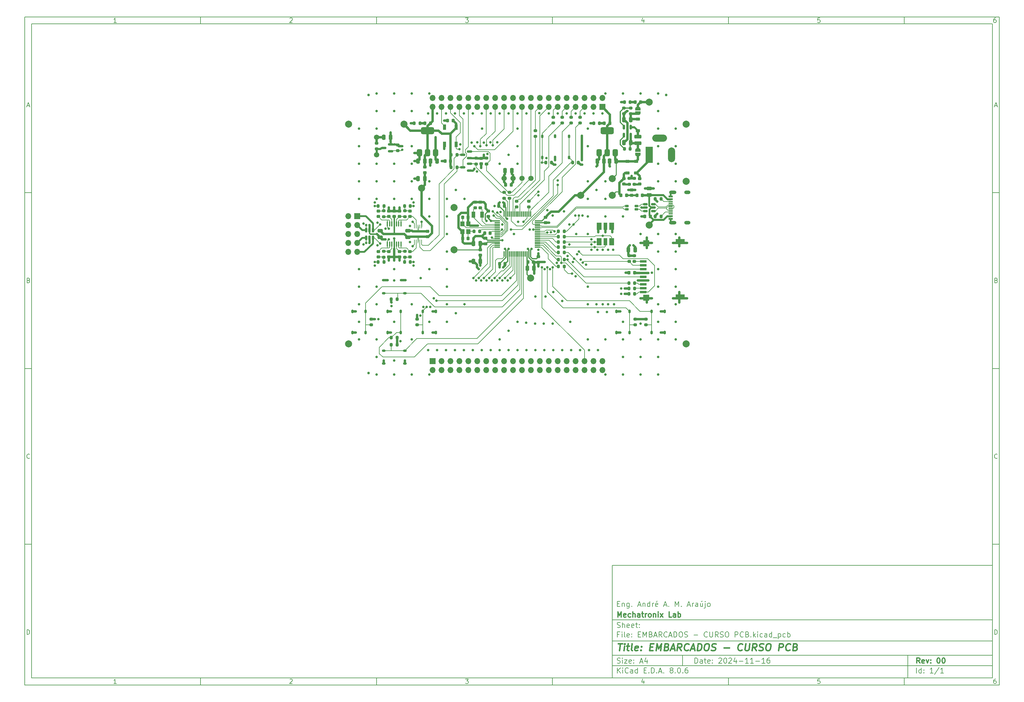
<source format=gbr>
%TF.GenerationSoftware,KiCad,Pcbnew,8.0.6*%
%TF.CreationDate,2024-11-24T17:50:57-03:00*%
%TF.ProjectId,EMBARCADOS - CURSO PCB,454d4241-5243-4414-944f-53202d204355,00*%
%TF.SameCoordinates,Original*%
%TF.FileFunction,Copper,L1,Top*%
%TF.FilePolarity,Positive*%
%FSLAX46Y46*%
G04 Gerber Fmt 4.6, Leading zero omitted, Abs format (unit mm)*
G04 Created by KiCad (PCBNEW 8.0.6) date 2024-11-24 17:50:57*
%MOMM*%
%LPD*%
G01*
G04 APERTURE LIST*
G04 Aperture macros list*
%AMRoundRect*
0 Rectangle with rounded corners*
0 $1 Rounding radius*
0 $2 $3 $4 $5 $6 $7 $8 $9 X,Y pos of 4 corners*
0 Add a 4 corners polygon primitive as box body*
4,1,4,$2,$3,$4,$5,$6,$7,$8,$9,$2,$3,0*
0 Add four circle primitives for the rounded corners*
1,1,$1+$1,$2,$3*
1,1,$1+$1,$4,$5*
1,1,$1+$1,$6,$7*
1,1,$1+$1,$8,$9*
0 Add four rect primitives between the rounded corners*
20,1,$1+$1,$2,$3,$4,$5,0*
20,1,$1+$1,$4,$5,$6,$7,0*
20,1,$1+$1,$6,$7,$8,$9,0*
20,1,$1+$1,$8,$9,$2,$3,0*%
%AMFreePoly0*
4,1,19,0.500000,-0.750000,0.000000,-0.750000,0.000000,-0.744911,-0.071157,-0.744911,-0.207708,-0.704816,-0.327430,-0.627875,-0.420627,-0.520320,-0.479746,-0.390866,-0.500000,-0.250000,-0.500000,0.250000,-0.479746,0.390866,-0.420627,0.520320,-0.327430,0.627875,-0.207708,0.704816,-0.071157,0.744911,0.000000,0.744911,0.000000,0.750000,0.500000,0.750000,0.500000,-0.750000,0.500000,-0.750000,
$1*%
%AMFreePoly1*
4,1,19,0.000000,0.744911,0.071157,0.744911,0.207708,0.704816,0.327430,0.627875,0.420627,0.520320,0.479746,0.390866,0.500000,0.250000,0.500000,-0.250000,0.479746,-0.390866,0.420627,-0.520320,0.327430,-0.627875,0.207708,-0.704816,0.071157,-0.744911,0.000000,-0.744911,0.000000,-0.750000,-0.500000,-0.750000,-0.500000,0.750000,0.000000,0.750000,0.000000,0.744911,0.000000,0.744911,
$1*%
G04 Aperture macros list end*
%ADD10C,0.100000*%
%ADD11C,0.150000*%
%ADD12C,0.300000*%
%ADD13C,0.400000*%
%TA.AperFunction,SMDPad,CuDef*%
%ADD14R,1.900000X0.700000*%
%TD*%
%TA.AperFunction,SMDPad,CuDef*%
%ADD15R,1.800000X1.700000*%
%TD*%
%TA.AperFunction,SMDPad,CuDef*%
%ADD16R,2.600000X1.400000*%
%TD*%
%TA.AperFunction,SMDPad,CuDef*%
%ADD17RoundRect,0.200000X0.275000X-0.200000X0.275000X0.200000X-0.275000X0.200000X-0.275000X-0.200000X0*%
%TD*%
%TA.AperFunction,SMDPad,CuDef*%
%ADD18RoundRect,0.225000X0.250000X-0.225000X0.250000X0.225000X-0.250000X0.225000X-0.250000X-0.225000X0*%
%TD*%
%TA.AperFunction,SMDPad,CuDef*%
%ADD19RoundRect,0.225000X-0.225000X-0.250000X0.225000X-0.250000X0.225000X0.250000X-0.225000X0.250000X0*%
%TD*%
%TA.AperFunction,SMDPad,CuDef*%
%ADD20RoundRect,0.225000X-0.250000X0.225000X-0.250000X-0.225000X0.250000X-0.225000X0.250000X0.225000X0*%
%TD*%
%TA.AperFunction,ComponentPad*%
%ADD21C,2.000000*%
%TD*%
%TA.AperFunction,SMDPad,CuDef*%
%ADD22RoundRect,0.200000X0.200000X0.275000X-0.200000X0.275000X-0.200000X-0.275000X0.200000X-0.275000X0*%
%TD*%
%TA.AperFunction,SMDPad,CuDef*%
%ADD23RoundRect,0.200000X-0.275000X0.200000X-0.275000X-0.200000X0.275000X-0.200000X0.275000X0.200000X0*%
%TD*%
%TA.AperFunction,SMDPad,CuDef*%
%ADD24RoundRect,0.175000X0.325000X0.175000X-0.325000X0.175000X-0.325000X-0.175000X0.325000X-0.175000X0*%
%TD*%
%TA.AperFunction,SMDPad,CuDef*%
%ADD25RoundRect,0.225000X-0.375000X0.225000X-0.375000X-0.225000X0.375000X-0.225000X0.375000X0.225000X0*%
%TD*%
%TA.AperFunction,SMDPad,CuDef*%
%ADD26R,0.250000X1.100000*%
%TD*%
%TA.AperFunction,SMDPad,CuDef*%
%ADD27RoundRect,0.250000X0.250000X0.475000X-0.250000X0.475000X-0.250000X-0.475000X0.250000X-0.475000X0*%
%TD*%
%TA.AperFunction,ComponentPad*%
%ADD28R,1.700000X1.700000*%
%TD*%
%TA.AperFunction,ComponentPad*%
%ADD29O,1.700000X1.700000*%
%TD*%
%TA.AperFunction,SMDPad,CuDef*%
%ADD30RoundRect,0.200000X-0.200000X-0.275000X0.200000X-0.275000X0.200000X0.275000X-0.200000X0.275000X0*%
%TD*%
%TA.AperFunction,SMDPad,CuDef*%
%ADD31R,1.240000X0.600000*%
%TD*%
%TA.AperFunction,SMDPad,CuDef*%
%ADD32R,1.240000X0.300000*%
%TD*%
%TA.AperFunction,ComponentPad*%
%ADD33O,2.100000X1.000000*%
%TD*%
%TA.AperFunction,ComponentPad*%
%ADD34O,1.800000X1.000000*%
%TD*%
%TA.AperFunction,SMDPad,CuDef*%
%ADD35C,0.750000*%
%TD*%
%TA.AperFunction,SMDPad,CuDef*%
%ADD36RoundRect,0.375000X0.375000X-0.625000X0.375000X0.625000X-0.375000X0.625000X-0.375000X-0.625000X0*%
%TD*%
%TA.AperFunction,SMDPad,CuDef*%
%ADD37RoundRect,0.500000X1.400000X-0.500000X1.400000X0.500000X-1.400000X0.500000X-1.400000X-0.500000X0*%
%TD*%
%TA.AperFunction,SMDPad,CuDef*%
%ADD38RoundRect,0.175000X-0.175000X0.325000X-0.175000X-0.325000X0.175000X-0.325000X0.175000X0.325000X0*%
%TD*%
%TA.AperFunction,SMDPad,CuDef*%
%ADD39RoundRect,0.175000X0.175000X-0.325000X0.175000X0.325000X-0.175000X0.325000X-0.175000X-0.325000X0*%
%TD*%
%TA.AperFunction,SMDPad,CuDef*%
%ADD40RoundRect,0.225000X0.225000X0.250000X-0.225000X0.250000X-0.225000X-0.250000X0.225000X-0.250000X0*%
%TD*%
%TA.AperFunction,SMDPad,CuDef*%
%ADD41RoundRect,0.275000X0.725000X-0.275000X0.725000X0.275000X-0.725000X0.275000X-0.725000X-0.275000X0*%
%TD*%
%TA.AperFunction,SMDPad,CuDef*%
%ADD42RoundRect,0.250000X0.475000X-0.250000X0.475000X0.250000X-0.475000X0.250000X-0.475000X-0.250000X0*%
%TD*%
%TA.AperFunction,SMDPad,CuDef*%
%ADD43RoundRect,0.175000X-0.325000X-0.175000X0.325000X-0.175000X0.325000X0.175000X-0.325000X0.175000X0*%
%TD*%
%TA.AperFunction,SMDPad,CuDef*%
%ADD44RoundRect,0.218750X-0.256250X0.218750X-0.256250X-0.218750X0.256250X-0.218750X0.256250X0.218750X0*%
%TD*%
%TA.AperFunction,SMDPad,CuDef*%
%ADD45RoundRect,0.075000X-0.700000X-0.075000X0.700000X-0.075000X0.700000X0.075000X-0.700000X0.075000X0*%
%TD*%
%TA.AperFunction,SMDPad,CuDef*%
%ADD46RoundRect,0.075000X-0.075000X-0.700000X0.075000X-0.700000X0.075000X0.700000X-0.075000X0.700000X0*%
%TD*%
%TA.AperFunction,SMDPad,CuDef*%
%ADD47FreePoly0,90.000000*%
%TD*%
%TA.AperFunction,SMDPad,CuDef*%
%ADD48FreePoly1,90.000000*%
%TD*%
%TA.AperFunction,SMDPad,CuDef*%
%ADD49RoundRect,0.150000X-0.150000X0.512500X-0.150000X-0.512500X0.150000X-0.512500X0.150000X0.512500X0*%
%TD*%
%TA.AperFunction,SMDPad,CuDef*%
%ADD50RoundRect,0.218750X0.256250X-0.218750X0.256250X0.218750X-0.256250X0.218750X-0.256250X-0.218750X0*%
%TD*%
%TA.AperFunction,SMDPad,CuDef*%
%ADD51RoundRect,0.150000X-0.512500X-0.150000X0.512500X-0.150000X0.512500X0.150000X-0.512500X0.150000X0*%
%TD*%
%TA.AperFunction,SMDPad,CuDef*%
%ADD52RoundRect,0.150000X0.587500X0.150000X-0.587500X0.150000X-0.587500X-0.150000X0.587500X-0.150000X0*%
%TD*%
%TA.AperFunction,SMDPad,CuDef*%
%ADD53RoundRect,0.218750X-0.218750X-0.256250X0.218750X-0.256250X0.218750X0.256250X-0.218750X0.256250X0*%
%TD*%
%TA.AperFunction,SMDPad,CuDef*%
%ADD54R,1.400000X2.000000*%
%TD*%
%TA.AperFunction,SMDPad,CuDef*%
%ADD55R,1.000000X2.000000*%
%TD*%
%TA.AperFunction,SMDPad,CuDef*%
%ADD56RoundRect,0.150000X0.400000X0.150000X-0.400000X0.150000X-0.400000X-0.150000X0.400000X-0.150000X0*%
%TD*%
%TA.AperFunction,ComponentPad*%
%ADD57R,2.000000X4.600000*%
%TD*%
%TA.AperFunction,ComponentPad*%
%ADD58O,2.000000X4.200000*%
%TD*%
%TA.AperFunction,ComponentPad*%
%ADD59O,4.200000X2.000000*%
%TD*%
%TA.AperFunction,ComponentPad*%
%ADD60C,1.500000*%
%TD*%
%TA.AperFunction,SMDPad,CuDef*%
%ADD61RoundRect,0.218750X0.218750X0.256250X-0.218750X0.256250X-0.218750X-0.256250X0.218750X-0.256250X0*%
%TD*%
%TA.AperFunction,SMDPad,CuDef*%
%ADD62RoundRect,0.250000X-0.475000X0.250000X-0.475000X-0.250000X0.475000X-0.250000X0.475000X0.250000X0*%
%TD*%
%TA.AperFunction,SMDPad,CuDef*%
%ADD63RoundRect,0.090000X0.360000X-0.660000X0.360000X0.660000X-0.360000X0.660000X-0.360000X-0.660000X0*%
%TD*%
%TA.AperFunction,SMDPad,CuDef*%
%ADD64R,1.200000X1.400000*%
%TD*%
%TA.AperFunction,SMDPad,CuDef*%
%ADD65R,1.000000X1.800000*%
%TD*%
%TA.AperFunction,SMDPad,CuDef*%
%ADD66RoundRect,0.250000X-0.250000X-0.475000X0.250000X-0.475000X0.250000X0.475000X-0.250000X0.475000X0*%
%TD*%
%TA.AperFunction,SMDPad,CuDef*%
%ADD67RoundRect,0.100000X-0.100000X0.637500X-0.100000X-0.637500X0.100000X-0.637500X0.100000X0.637500X0*%
%TD*%
%TA.AperFunction,ViaPad*%
%ADD68C,0.700000*%
%TD*%
%TA.AperFunction,Conductor*%
%ADD69C,0.700000*%
%TD*%
%TA.AperFunction,Conductor*%
%ADD70C,0.300000*%
%TD*%
%TA.AperFunction,Conductor*%
%ADD71C,0.600000*%
%TD*%
%TA.AperFunction,Conductor*%
%ADD72C,0.500000*%
%TD*%
%TA.AperFunction,Conductor*%
%ADD73C,0.250000*%
%TD*%
%TA.AperFunction,Conductor*%
%ADD74C,0.400000*%
%TD*%
%TA.AperFunction,Conductor*%
%ADD75C,0.381000*%
%TD*%
%TA.AperFunction,Conductor*%
%ADD76C,0.156464*%
%TD*%
%TA.AperFunction,Conductor*%
%ADD77C,0.151130*%
%TD*%
G04 APERTURE END LIST*
D10*
D11*
X177002200Y-166007200D02*
X285002200Y-166007200D01*
X285002200Y-198007200D01*
X177002200Y-198007200D01*
X177002200Y-166007200D01*
D10*
D11*
X10000000Y-10000000D02*
X287002200Y-10000000D01*
X287002200Y-200007200D01*
X10000000Y-200007200D01*
X10000000Y-10000000D01*
D10*
D11*
X12000000Y-12000000D02*
X285002200Y-12000000D01*
X285002200Y-198007200D01*
X12000000Y-198007200D01*
X12000000Y-12000000D01*
D10*
D11*
X60000000Y-12000000D02*
X60000000Y-10000000D01*
D10*
D11*
X110000000Y-12000000D02*
X110000000Y-10000000D01*
D10*
D11*
X160000000Y-12000000D02*
X160000000Y-10000000D01*
D10*
D11*
X210000000Y-12000000D02*
X210000000Y-10000000D01*
D10*
D11*
X260000000Y-12000000D02*
X260000000Y-10000000D01*
D10*
D11*
X36089160Y-11593604D02*
X35346303Y-11593604D01*
X35717731Y-11593604D02*
X35717731Y-10293604D01*
X35717731Y-10293604D02*
X35593922Y-10479319D01*
X35593922Y-10479319D02*
X35470112Y-10603128D01*
X35470112Y-10603128D02*
X35346303Y-10665033D01*
D10*
D11*
X85346303Y-10417414D02*
X85408207Y-10355509D01*
X85408207Y-10355509D02*
X85532017Y-10293604D01*
X85532017Y-10293604D02*
X85841541Y-10293604D01*
X85841541Y-10293604D02*
X85965350Y-10355509D01*
X85965350Y-10355509D02*
X86027255Y-10417414D01*
X86027255Y-10417414D02*
X86089160Y-10541223D01*
X86089160Y-10541223D02*
X86089160Y-10665033D01*
X86089160Y-10665033D02*
X86027255Y-10850747D01*
X86027255Y-10850747D02*
X85284398Y-11593604D01*
X85284398Y-11593604D02*
X86089160Y-11593604D01*
D10*
D11*
X135284398Y-10293604D02*
X136089160Y-10293604D01*
X136089160Y-10293604D02*
X135655826Y-10788842D01*
X135655826Y-10788842D02*
X135841541Y-10788842D01*
X135841541Y-10788842D02*
X135965350Y-10850747D01*
X135965350Y-10850747D02*
X136027255Y-10912652D01*
X136027255Y-10912652D02*
X136089160Y-11036461D01*
X136089160Y-11036461D02*
X136089160Y-11345985D01*
X136089160Y-11345985D02*
X136027255Y-11469795D01*
X136027255Y-11469795D02*
X135965350Y-11531700D01*
X135965350Y-11531700D02*
X135841541Y-11593604D01*
X135841541Y-11593604D02*
X135470112Y-11593604D01*
X135470112Y-11593604D02*
X135346303Y-11531700D01*
X135346303Y-11531700D02*
X135284398Y-11469795D01*
D10*
D11*
X185965350Y-10726938D02*
X185965350Y-11593604D01*
X185655826Y-10231700D02*
X185346303Y-11160271D01*
X185346303Y-11160271D02*
X186151064Y-11160271D01*
D10*
D11*
X236027255Y-10293604D02*
X235408207Y-10293604D01*
X235408207Y-10293604D02*
X235346303Y-10912652D01*
X235346303Y-10912652D02*
X235408207Y-10850747D01*
X235408207Y-10850747D02*
X235532017Y-10788842D01*
X235532017Y-10788842D02*
X235841541Y-10788842D01*
X235841541Y-10788842D02*
X235965350Y-10850747D01*
X235965350Y-10850747D02*
X236027255Y-10912652D01*
X236027255Y-10912652D02*
X236089160Y-11036461D01*
X236089160Y-11036461D02*
X236089160Y-11345985D01*
X236089160Y-11345985D02*
X236027255Y-11469795D01*
X236027255Y-11469795D02*
X235965350Y-11531700D01*
X235965350Y-11531700D02*
X235841541Y-11593604D01*
X235841541Y-11593604D02*
X235532017Y-11593604D01*
X235532017Y-11593604D02*
X235408207Y-11531700D01*
X235408207Y-11531700D02*
X235346303Y-11469795D01*
D10*
D11*
X285965350Y-10293604D02*
X285717731Y-10293604D01*
X285717731Y-10293604D02*
X285593922Y-10355509D01*
X285593922Y-10355509D02*
X285532017Y-10417414D01*
X285532017Y-10417414D02*
X285408207Y-10603128D01*
X285408207Y-10603128D02*
X285346303Y-10850747D01*
X285346303Y-10850747D02*
X285346303Y-11345985D01*
X285346303Y-11345985D02*
X285408207Y-11469795D01*
X285408207Y-11469795D02*
X285470112Y-11531700D01*
X285470112Y-11531700D02*
X285593922Y-11593604D01*
X285593922Y-11593604D02*
X285841541Y-11593604D01*
X285841541Y-11593604D02*
X285965350Y-11531700D01*
X285965350Y-11531700D02*
X286027255Y-11469795D01*
X286027255Y-11469795D02*
X286089160Y-11345985D01*
X286089160Y-11345985D02*
X286089160Y-11036461D01*
X286089160Y-11036461D02*
X286027255Y-10912652D01*
X286027255Y-10912652D02*
X285965350Y-10850747D01*
X285965350Y-10850747D02*
X285841541Y-10788842D01*
X285841541Y-10788842D02*
X285593922Y-10788842D01*
X285593922Y-10788842D02*
X285470112Y-10850747D01*
X285470112Y-10850747D02*
X285408207Y-10912652D01*
X285408207Y-10912652D02*
X285346303Y-11036461D01*
D10*
D11*
X60000000Y-198007200D02*
X60000000Y-200007200D01*
D10*
D11*
X110000000Y-198007200D02*
X110000000Y-200007200D01*
D10*
D11*
X160000000Y-198007200D02*
X160000000Y-200007200D01*
D10*
D11*
X210000000Y-198007200D02*
X210000000Y-200007200D01*
D10*
D11*
X260000000Y-198007200D02*
X260000000Y-200007200D01*
D10*
D11*
X36089160Y-199600804D02*
X35346303Y-199600804D01*
X35717731Y-199600804D02*
X35717731Y-198300804D01*
X35717731Y-198300804D02*
X35593922Y-198486519D01*
X35593922Y-198486519D02*
X35470112Y-198610328D01*
X35470112Y-198610328D02*
X35346303Y-198672233D01*
D10*
D11*
X85346303Y-198424614D02*
X85408207Y-198362709D01*
X85408207Y-198362709D02*
X85532017Y-198300804D01*
X85532017Y-198300804D02*
X85841541Y-198300804D01*
X85841541Y-198300804D02*
X85965350Y-198362709D01*
X85965350Y-198362709D02*
X86027255Y-198424614D01*
X86027255Y-198424614D02*
X86089160Y-198548423D01*
X86089160Y-198548423D02*
X86089160Y-198672233D01*
X86089160Y-198672233D02*
X86027255Y-198857947D01*
X86027255Y-198857947D02*
X85284398Y-199600804D01*
X85284398Y-199600804D02*
X86089160Y-199600804D01*
D10*
D11*
X135284398Y-198300804D02*
X136089160Y-198300804D01*
X136089160Y-198300804D02*
X135655826Y-198796042D01*
X135655826Y-198796042D02*
X135841541Y-198796042D01*
X135841541Y-198796042D02*
X135965350Y-198857947D01*
X135965350Y-198857947D02*
X136027255Y-198919852D01*
X136027255Y-198919852D02*
X136089160Y-199043661D01*
X136089160Y-199043661D02*
X136089160Y-199353185D01*
X136089160Y-199353185D02*
X136027255Y-199476995D01*
X136027255Y-199476995D02*
X135965350Y-199538900D01*
X135965350Y-199538900D02*
X135841541Y-199600804D01*
X135841541Y-199600804D02*
X135470112Y-199600804D01*
X135470112Y-199600804D02*
X135346303Y-199538900D01*
X135346303Y-199538900D02*
X135284398Y-199476995D01*
D10*
D11*
X185965350Y-198734138D02*
X185965350Y-199600804D01*
X185655826Y-198238900D02*
X185346303Y-199167471D01*
X185346303Y-199167471D02*
X186151064Y-199167471D01*
D10*
D11*
X236027255Y-198300804D02*
X235408207Y-198300804D01*
X235408207Y-198300804D02*
X235346303Y-198919852D01*
X235346303Y-198919852D02*
X235408207Y-198857947D01*
X235408207Y-198857947D02*
X235532017Y-198796042D01*
X235532017Y-198796042D02*
X235841541Y-198796042D01*
X235841541Y-198796042D02*
X235965350Y-198857947D01*
X235965350Y-198857947D02*
X236027255Y-198919852D01*
X236027255Y-198919852D02*
X236089160Y-199043661D01*
X236089160Y-199043661D02*
X236089160Y-199353185D01*
X236089160Y-199353185D02*
X236027255Y-199476995D01*
X236027255Y-199476995D02*
X235965350Y-199538900D01*
X235965350Y-199538900D02*
X235841541Y-199600804D01*
X235841541Y-199600804D02*
X235532017Y-199600804D01*
X235532017Y-199600804D02*
X235408207Y-199538900D01*
X235408207Y-199538900D02*
X235346303Y-199476995D01*
D10*
D11*
X285965350Y-198300804D02*
X285717731Y-198300804D01*
X285717731Y-198300804D02*
X285593922Y-198362709D01*
X285593922Y-198362709D02*
X285532017Y-198424614D01*
X285532017Y-198424614D02*
X285408207Y-198610328D01*
X285408207Y-198610328D02*
X285346303Y-198857947D01*
X285346303Y-198857947D02*
X285346303Y-199353185D01*
X285346303Y-199353185D02*
X285408207Y-199476995D01*
X285408207Y-199476995D02*
X285470112Y-199538900D01*
X285470112Y-199538900D02*
X285593922Y-199600804D01*
X285593922Y-199600804D02*
X285841541Y-199600804D01*
X285841541Y-199600804D02*
X285965350Y-199538900D01*
X285965350Y-199538900D02*
X286027255Y-199476995D01*
X286027255Y-199476995D02*
X286089160Y-199353185D01*
X286089160Y-199353185D02*
X286089160Y-199043661D01*
X286089160Y-199043661D02*
X286027255Y-198919852D01*
X286027255Y-198919852D02*
X285965350Y-198857947D01*
X285965350Y-198857947D02*
X285841541Y-198796042D01*
X285841541Y-198796042D02*
X285593922Y-198796042D01*
X285593922Y-198796042D02*
X285470112Y-198857947D01*
X285470112Y-198857947D02*
X285408207Y-198919852D01*
X285408207Y-198919852D02*
X285346303Y-199043661D01*
D10*
D11*
X10000000Y-60000000D02*
X12000000Y-60000000D01*
D10*
D11*
X10000000Y-110000000D02*
X12000000Y-110000000D01*
D10*
D11*
X10000000Y-160000000D02*
X12000000Y-160000000D01*
D10*
D11*
X10690476Y-35222176D02*
X11309523Y-35222176D01*
X10566666Y-35593604D02*
X10999999Y-34293604D01*
X10999999Y-34293604D02*
X11433333Y-35593604D01*
D10*
D11*
X11092857Y-84912652D02*
X11278571Y-84974557D01*
X11278571Y-84974557D02*
X11340476Y-85036461D01*
X11340476Y-85036461D02*
X11402380Y-85160271D01*
X11402380Y-85160271D02*
X11402380Y-85345985D01*
X11402380Y-85345985D02*
X11340476Y-85469795D01*
X11340476Y-85469795D02*
X11278571Y-85531700D01*
X11278571Y-85531700D02*
X11154761Y-85593604D01*
X11154761Y-85593604D02*
X10659523Y-85593604D01*
X10659523Y-85593604D02*
X10659523Y-84293604D01*
X10659523Y-84293604D02*
X11092857Y-84293604D01*
X11092857Y-84293604D02*
X11216666Y-84355509D01*
X11216666Y-84355509D02*
X11278571Y-84417414D01*
X11278571Y-84417414D02*
X11340476Y-84541223D01*
X11340476Y-84541223D02*
X11340476Y-84665033D01*
X11340476Y-84665033D02*
X11278571Y-84788842D01*
X11278571Y-84788842D02*
X11216666Y-84850747D01*
X11216666Y-84850747D02*
X11092857Y-84912652D01*
X11092857Y-84912652D02*
X10659523Y-84912652D01*
D10*
D11*
X11402380Y-135469795D02*
X11340476Y-135531700D01*
X11340476Y-135531700D02*
X11154761Y-135593604D01*
X11154761Y-135593604D02*
X11030952Y-135593604D01*
X11030952Y-135593604D02*
X10845238Y-135531700D01*
X10845238Y-135531700D02*
X10721428Y-135407890D01*
X10721428Y-135407890D02*
X10659523Y-135284080D01*
X10659523Y-135284080D02*
X10597619Y-135036461D01*
X10597619Y-135036461D02*
X10597619Y-134850747D01*
X10597619Y-134850747D02*
X10659523Y-134603128D01*
X10659523Y-134603128D02*
X10721428Y-134479319D01*
X10721428Y-134479319D02*
X10845238Y-134355509D01*
X10845238Y-134355509D02*
X11030952Y-134293604D01*
X11030952Y-134293604D02*
X11154761Y-134293604D01*
X11154761Y-134293604D02*
X11340476Y-134355509D01*
X11340476Y-134355509D02*
X11402380Y-134417414D01*
D10*
D11*
X10659523Y-185593604D02*
X10659523Y-184293604D01*
X10659523Y-184293604D02*
X10969047Y-184293604D01*
X10969047Y-184293604D02*
X11154761Y-184355509D01*
X11154761Y-184355509D02*
X11278571Y-184479319D01*
X11278571Y-184479319D02*
X11340476Y-184603128D01*
X11340476Y-184603128D02*
X11402380Y-184850747D01*
X11402380Y-184850747D02*
X11402380Y-185036461D01*
X11402380Y-185036461D02*
X11340476Y-185284080D01*
X11340476Y-185284080D02*
X11278571Y-185407890D01*
X11278571Y-185407890D02*
X11154761Y-185531700D01*
X11154761Y-185531700D02*
X10969047Y-185593604D01*
X10969047Y-185593604D02*
X10659523Y-185593604D01*
D10*
D11*
X287002200Y-60000000D02*
X285002200Y-60000000D01*
D10*
D11*
X287002200Y-110000000D02*
X285002200Y-110000000D01*
D10*
D11*
X287002200Y-160000000D02*
X285002200Y-160000000D01*
D10*
D11*
X285692676Y-35222176D02*
X286311723Y-35222176D01*
X285568866Y-35593604D02*
X286002199Y-34293604D01*
X286002199Y-34293604D02*
X286435533Y-35593604D01*
D10*
D11*
X286095057Y-84912652D02*
X286280771Y-84974557D01*
X286280771Y-84974557D02*
X286342676Y-85036461D01*
X286342676Y-85036461D02*
X286404580Y-85160271D01*
X286404580Y-85160271D02*
X286404580Y-85345985D01*
X286404580Y-85345985D02*
X286342676Y-85469795D01*
X286342676Y-85469795D02*
X286280771Y-85531700D01*
X286280771Y-85531700D02*
X286156961Y-85593604D01*
X286156961Y-85593604D02*
X285661723Y-85593604D01*
X285661723Y-85593604D02*
X285661723Y-84293604D01*
X285661723Y-84293604D02*
X286095057Y-84293604D01*
X286095057Y-84293604D02*
X286218866Y-84355509D01*
X286218866Y-84355509D02*
X286280771Y-84417414D01*
X286280771Y-84417414D02*
X286342676Y-84541223D01*
X286342676Y-84541223D02*
X286342676Y-84665033D01*
X286342676Y-84665033D02*
X286280771Y-84788842D01*
X286280771Y-84788842D02*
X286218866Y-84850747D01*
X286218866Y-84850747D02*
X286095057Y-84912652D01*
X286095057Y-84912652D02*
X285661723Y-84912652D01*
D10*
D11*
X286404580Y-135469795D02*
X286342676Y-135531700D01*
X286342676Y-135531700D02*
X286156961Y-135593604D01*
X286156961Y-135593604D02*
X286033152Y-135593604D01*
X286033152Y-135593604D02*
X285847438Y-135531700D01*
X285847438Y-135531700D02*
X285723628Y-135407890D01*
X285723628Y-135407890D02*
X285661723Y-135284080D01*
X285661723Y-135284080D02*
X285599819Y-135036461D01*
X285599819Y-135036461D02*
X285599819Y-134850747D01*
X285599819Y-134850747D02*
X285661723Y-134603128D01*
X285661723Y-134603128D02*
X285723628Y-134479319D01*
X285723628Y-134479319D02*
X285847438Y-134355509D01*
X285847438Y-134355509D02*
X286033152Y-134293604D01*
X286033152Y-134293604D02*
X286156961Y-134293604D01*
X286156961Y-134293604D02*
X286342676Y-134355509D01*
X286342676Y-134355509D02*
X286404580Y-134417414D01*
D10*
D11*
X285661723Y-185593604D02*
X285661723Y-184293604D01*
X285661723Y-184293604D02*
X285971247Y-184293604D01*
X285971247Y-184293604D02*
X286156961Y-184355509D01*
X286156961Y-184355509D02*
X286280771Y-184479319D01*
X286280771Y-184479319D02*
X286342676Y-184603128D01*
X286342676Y-184603128D02*
X286404580Y-184850747D01*
X286404580Y-184850747D02*
X286404580Y-185036461D01*
X286404580Y-185036461D02*
X286342676Y-185284080D01*
X286342676Y-185284080D02*
X286280771Y-185407890D01*
X286280771Y-185407890D02*
X286156961Y-185531700D01*
X286156961Y-185531700D02*
X285971247Y-185593604D01*
X285971247Y-185593604D02*
X285661723Y-185593604D01*
D10*
D11*
X200458026Y-193793328D02*
X200458026Y-192293328D01*
X200458026Y-192293328D02*
X200815169Y-192293328D01*
X200815169Y-192293328D02*
X201029455Y-192364757D01*
X201029455Y-192364757D02*
X201172312Y-192507614D01*
X201172312Y-192507614D02*
X201243741Y-192650471D01*
X201243741Y-192650471D02*
X201315169Y-192936185D01*
X201315169Y-192936185D02*
X201315169Y-193150471D01*
X201315169Y-193150471D02*
X201243741Y-193436185D01*
X201243741Y-193436185D02*
X201172312Y-193579042D01*
X201172312Y-193579042D02*
X201029455Y-193721900D01*
X201029455Y-193721900D02*
X200815169Y-193793328D01*
X200815169Y-193793328D02*
X200458026Y-193793328D01*
X202600884Y-193793328D02*
X202600884Y-193007614D01*
X202600884Y-193007614D02*
X202529455Y-192864757D01*
X202529455Y-192864757D02*
X202386598Y-192793328D01*
X202386598Y-192793328D02*
X202100884Y-192793328D01*
X202100884Y-192793328D02*
X201958026Y-192864757D01*
X202600884Y-193721900D02*
X202458026Y-193793328D01*
X202458026Y-193793328D02*
X202100884Y-193793328D01*
X202100884Y-193793328D02*
X201958026Y-193721900D01*
X201958026Y-193721900D02*
X201886598Y-193579042D01*
X201886598Y-193579042D02*
X201886598Y-193436185D01*
X201886598Y-193436185D02*
X201958026Y-193293328D01*
X201958026Y-193293328D02*
X202100884Y-193221900D01*
X202100884Y-193221900D02*
X202458026Y-193221900D01*
X202458026Y-193221900D02*
X202600884Y-193150471D01*
X203100884Y-192793328D02*
X203672312Y-192793328D01*
X203315169Y-192293328D02*
X203315169Y-193579042D01*
X203315169Y-193579042D02*
X203386598Y-193721900D01*
X203386598Y-193721900D02*
X203529455Y-193793328D01*
X203529455Y-193793328D02*
X203672312Y-193793328D01*
X204743741Y-193721900D02*
X204600884Y-193793328D01*
X204600884Y-193793328D02*
X204315170Y-193793328D01*
X204315170Y-193793328D02*
X204172312Y-193721900D01*
X204172312Y-193721900D02*
X204100884Y-193579042D01*
X204100884Y-193579042D02*
X204100884Y-193007614D01*
X204100884Y-193007614D02*
X204172312Y-192864757D01*
X204172312Y-192864757D02*
X204315170Y-192793328D01*
X204315170Y-192793328D02*
X204600884Y-192793328D01*
X204600884Y-192793328D02*
X204743741Y-192864757D01*
X204743741Y-192864757D02*
X204815170Y-193007614D01*
X204815170Y-193007614D02*
X204815170Y-193150471D01*
X204815170Y-193150471D02*
X204100884Y-193293328D01*
X205458026Y-193650471D02*
X205529455Y-193721900D01*
X205529455Y-193721900D02*
X205458026Y-193793328D01*
X205458026Y-193793328D02*
X205386598Y-193721900D01*
X205386598Y-193721900D02*
X205458026Y-193650471D01*
X205458026Y-193650471D02*
X205458026Y-193793328D01*
X205458026Y-192864757D02*
X205529455Y-192936185D01*
X205529455Y-192936185D02*
X205458026Y-193007614D01*
X205458026Y-193007614D02*
X205386598Y-192936185D01*
X205386598Y-192936185D02*
X205458026Y-192864757D01*
X205458026Y-192864757D02*
X205458026Y-193007614D01*
X207243741Y-192436185D02*
X207315169Y-192364757D01*
X207315169Y-192364757D02*
X207458027Y-192293328D01*
X207458027Y-192293328D02*
X207815169Y-192293328D01*
X207815169Y-192293328D02*
X207958027Y-192364757D01*
X207958027Y-192364757D02*
X208029455Y-192436185D01*
X208029455Y-192436185D02*
X208100884Y-192579042D01*
X208100884Y-192579042D02*
X208100884Y-192721900D01*
X208100884Y-192721900D02*
X208029455Y-192936185D01*
X208029455Y-192936185D02*
X207172312Y-193793328D01*
X207172312Y-193793328D02*
X208100884Y-193793328D01*
X209029455Y-192293328D02*
X209172312Y-192293328D01*
X209172312Y-192293328D02*
X209315169Y-192364757D01*
X209315169Y-192364757D02*
X209386598Y-192436185D01*
X209386598Y-192436185D02*
X209458026Y-192579042D01*
X209458026Y-192579042D02*
X209529455Y-192864757D01*
X209529455Y-192864757D02*
X209529455Y-193221900D01*
X209529455Y-193221900D02*
X209458026Y-193507614D01*
X209458026Y-193507614D02*
X209386598Y-193650471D01*
X209386598Y-193650471D02*
X209315169Y-193721900D01*
X209315169Y-193721900D02*
X209172312Y-193793328D01*
X209172312Y-193793328D02*
X209029455Y-193793328D01*
X209029455Y-193793328D02*
X208886598Y-193721900D01*
X208886598Y-193721900D02*
X208815169Y-193650471D01*
X208815169Y-193650471D02*
X208743740Y-193507614D01*
X208743740Y-193507614D02*
X208672312Y-193221900D01*
X208672312Y-193221900D02*
X208672312Y-192864757D01*
X208672312Y-192864757D02*
X208743740Y-192579042D01*
X208743740Y-192579042D02*
X208815169Y-192436185D01*
X208815169Y-192436185D02*
X208886598Y-192364757D01*
X208886598Y-192364757D02*
X209029455Y-192293328D01*
X210100883Y-192436185D02*
X210172311Y-192364757D01*
X210172311Y-192364757D02*
X210315169Y-192293328D01*
X210315169Y-192293328D02*
X210672311Y-192293328D01*
X210672311Y-192293328D02*
X210815169Y-192364757D01*
X210815169Y-192364757D02*
X210886597Y-192436185D01*
X210886597Y-192436185D02*
X210958026Y-192579042D01*
X210958026Y-192579042D02*
X210958026Y-192721900D01*
X210958026Y-192721900D02*
X210886597Y-192936185D01*
X210886597Y-192936185D02*
X210029454Y-193793328D01*
X210029454Y-193793328D02*
X210958026Y-193793328D01*
X212243740Y-192793328D02*
X212243740Y-193793328D01*
X211886597Y-192221900D02*
X211529454Y-193293328D01*
X211529454Y-193293328D02*
X212458025Y-193293328D01*
X213029453Y-193221900D02*
X214172311Y-193221900D01*
X215672311Y-193793328D02*
X214815168Y-193793328D01*
X215243739Y-193793328D02*
X215243739Y-192293328D01*
X215243739Y-192293328D02*
X215100882Y-192507614D01*
X215100882Y-192507614D02*
X214958025Y-192650471D01*
X214958025Y-192650471D02*
X214815168Y-192721900D01*
X217100882Y-193793328D02*
X216243739Y-193793328D01*
X216672310Y-193793328D02*
X216672310Y-192293328D01*
X216672310Y-192293328D02*
X216529453Y-192507614D01*
X216529453Y-192507614D02*
X216386596Y-192650471D01*
X216386596Y-192650471D02*
X216243739Y-192721900D01*
X217743738Y-193221900D02*
X218886596Y-193221900D01*
X220386596Y-193793328D02*
X219529453Y-193793328D01*
X219958024Y-193793328D02*
X219958024Y-192293328D01*
X219958024Y-192293328D02*
X219815167Y-192507614D01*
X219815167Y-192507614D02*
X219672310Y-192650471D01*
X219672310Y-192650471D02*
X219529453Y-192721900D01*
X221672310Y-192293328D02*
X221386595Y-192293328D01*
X221386595Y-192293328D02*
X221243738Y-192364757D01*
X221243738Y-192364757D02*
X221172310Y-192436185D01*
X221172310Y-192436185D02*
X221029452Y-192650471D01*
X221029452Y-192650471D02*
X220958024Y-192936185D01*
X220958024Y-192936185D02*
X220958024Y-193507614D01*
X220958024Y-193507614D02*
X221029452Y-193650471D01*
X221029452Y-193650471D02*
X221100881Y-193721900D01*
X221100881Y-193721900D02*
X221243738Y-193793328D01*
X221243738Y-193793328D02*
X221529452Y-193793328D01*
X221529452Y-193793328D02*
X221672310Y-193721900D01*
X221672310Y-193721900D02*
X221743738Y-193650471D01*
X221743738Y-193650471D02*
X221815167Y-193507614D01*
X221815167Y-193507614D02*
X221815167Y-193150471D01*
X221815167Y-193150471D02*
X221743738Y-193007614D01*
X221743738Y-193007614D02*
X221672310Y-192936185D01*
X221672310Y-192936185D02*
X221529452Y-192864757D01*
X221529452Y-192864757D02*
X221243738Y-192864757D01*
X221243738Y-192864757D02*
X221100881Y-192936185D01*
X221100881Y-192936185D02*
X221029452Y-193007614D01*
X221029452Y-193007614D02*
X220958024Y-193150471D01*
D10*
D11*
X177002200Y-194507200D02*
X285002200Y-194507200D01*
D10*
D11*
X178458026Y-196593328D02*
X178458026Y-195093328D01*
X179315169Y-196593328D02*
X178672312Y-195736185D01*
X179315169Y-195093328D02*
X178458026Y-195950471D01*
X179958026Y-196593328D02*
X179958026Y-195593328D01*
X179958026Y-195093328D02*
X179886598Y-195164757D01*
X179886598Y-195164757D02*
X179958026Y-195236185D01*
X179958026Y-195236185D02*
X180029455Y-195164757D01*
X180029455Y-195164757D02*
X179958026Y-195093328D01*
X179958026Y-195093328D02*
X179958026Y-195236185D01*
X181529455Y-196450471D02*
X181458027Y-196521900D01*
X181458027Y-196521900D02*
X181243741Y-196593328D01*
X181243741Y-196593328D02*
X181100884Y-196593328D01*
X181100884Y-196593328D02*
X180886598Y-196521900D01*
X180886598Y-196521900D02*
X180743741Y-196379042D01*
X180743741Y-196379042D02*
X180672312Y-196236185D01*
X180672312Y-196236185D02*
X180600884Y-195950471D01*
X180600884Y-195950471D02*
X180600884Y-195736185D01*
X180600884Y-195736185D02*
X180672312Y-195450471D01*
X180672312Y-195450471D02*
X180743741Y-195307614D01*
X180743741Y-195307614D02*
X180886598Y-195164757D01*
X180886598Y-195164757D02*
X181100884Y-195093328D01*
X181100884Y-195093328D02*
X181243741Y-195093328D01*
X181243741Y-195093328D02*
X181458027Y-195164757D01*
X181458027Y-195164757D02*
X181529455Y-195236185D01*
X182815170Y-196593328D02*
X182815170Y-195807614D01*
X182815170Y-195807614D02*
X182743741Y-195664757D01*
X182743741Y-195664757D02*
X182600884Y-195593328D01*
X182600884Y-195593328D02*
X182315170Y-195593328D01*
X182315170Y-195593328D02*
X182172312Y-195664757D01*
X182815170Y-196521900D02*
X182672312Y-196593328D01*
X182672312Y-196593328D02*
X182315170Y-196593328D01*
X182315170Y-196593328D02*
X182172312Y-196521900D01*
X182172312Y-196521900D02*
X182100884Y-196379042D01*
X182100884Y-196379042D02*
X182100884Y-196236185D01*
X182100884Y-196236185D02*
X182172312Y-196093328D01*
X182172312Y-196093328D02*
X182315170Y-196021900D01*
X182315170Y-196021900D02*
X182672312Y-196021900D01*
X182672312Y-196021900D02*
X182815170Y-195950471D01*
X184172313Y-196593328D02*
X184172313Y-195093328D01*
X184172313Y-196521900D02*
X184029455Y-196593328D01*
X184029455Y-196593328D02*
X183743741Y-196593328D01*
X183743741Y-196593328D02*
X183600884Y-196521900D01*
X183600884Y-196521900D02*
X183529455Y-196450471D01*
X183529455Y-196450471D02*
X183458027Y-196307614D01*
X183458027Y-196307614D02*
X183458027Y-195879042D01*
X183458027Y-195879042D02*
X183529455Y-195736185D01*
X183529455Y-195736185D02*
X183600884Y-195664757D01*
X183600884Y-195664757D02*
X183743741Y-195593328D01*
X183743741Y-195593328D02*
X184029455Y-195593328D01*
X184029455Y-195593328D02*
X184172313Y-195664757D01*
X186029455Y-195807614D02*
X186529455Y-195807614D01*
X186743741Y-196593328D02*
X186029455Y-196593328D01*
X186029455Y-196593328D02*
X186029455Y-195093328D01*
X186029455Y-195093328D02*
X186743741Y-195093328D01*
X187386598Y-196450471D02*
X187458027Y-196521900D01*
X187458027Y-196521900D02*
X187386598Y-196593328D01*
X187386598Y-196593328D02*
X187315170Y-196521900D01*
X187315170Y-196521900D02*
X187386598Y-196450471D01*
X187386598Y-196450471D02*
X187386598Y-196593328D01*
X188100884Y-196593328D02*
X188100884Y-195093328D01*
X188100884Y-195093328D02*
X188458027Y-195093328D01*
X188458027Y-195093328D02*
X188672313Y-195164757D01*
X188672313Y-195164757D02*
X188815170Y-195307614D01*
X188815170Y-195307614D02*
X188886599Y-195450471D01*
X188886599Y-195450471D02*
X188958027Y-195736185D01*
X188958027Y-195736185D02*
X188958027Y-195950471D01*
X188958027Y-195950471D02*
X188886599Y-196236185D01*
X188886599Y-196236185D02*
X188815170Y-196379042D01*
X188815170Y-196379042D02*
X188672313Y-196521900D01*
X188672313Y-196521900D02*
X188458027Y-196593328D01*
X188458027Y-196593328D02*
X188100884Y-196593328D01*
X189600884Y-196450471D02*
X189672313Y-196521900D01*
X189672313Y-196521900D02*
X189600884Y-196593328D01*
X189600884Y-196593328D02*
X189529456Y-196521900D01*
X189529456Y-196521900D02*
X189600884Y-196450471D01*
X189600884Y-196450471D02*
X189600884Y-196593328D01*
X190243742Y-196164757D02*
X190958028Y-196164757D01*
X190100885Y-196593328D02*
X190600885Y-195093328D01*
X190600885Y-195093328D02*
X191100885Y-196593328D01*
X191600884Y-196450471D02*
X191672313Y-196521900D01*
X191672313Y-196521900D02*
X191600884Y-196593328D01*
X191600884Y-196593328D02*
X191529456Y-196521900D01*
X191529456Y-196521900D02*
X191600884Y-196450471D01*
X191600884Y-196450471D02*
X191600884Y-196593328D01*
X193672313Y-195736185D02*
X193529456Y-195664757D01*
X193529456Y-195664757D02*
X193458027Y-195593328D01*
X193458027Y-195593328D02*
X193386599Y-195450471D01*
X193386599Y-195450471D02*
X193386599Y-195379042D01*
X193386599Y-195379042D02*
X193458027Y-195236185D01*
X193458027Y-195236185D02*
X193529456Y-195164757D01*
X193529456Y-195164757D02*
X193672313Y-195093328D01*
X193672313Y-195093328D02*
X193958027Y-195093328D01*
X193958027Y-195093328D02*
X194100885Y-195164757D01*
X194100885Y-195164757D02*
X194172313Y-195236185D01*
X194172313Y-195236185D02*
X194243742Y-195379042D01*
X194243742Y-195379042D02*
X194243742Y-195450471D01*
X194243742Y-195450471D02*
X194172313Y-195593328D01*
X194172313Y-195593328D02*
X194100885Y-195664757D01*
X194100885Y-195664757D02*
X193958027Y-195736185D01*
X193958027Y-195736185D02*
X193672313Y-195736185D01*
X193672313Y-195736185D02*
X193529456Y-195807614D01*
X193529456Y-195807614D02*
X193458027Y-195879042D01*
X193458027Y-195879042D02*
X193386599Y-196021900D01*
X193386599Y-196021900D02*
X193386599Y-196307614D01*
X193386599Y-196307614D02*
X193458027Y-196450471D01*
X193458027Y-196450471D02*
X193529456Y-196521900D01*
X193529456Y-196521900D02*
X193672313Y-196593328D01*
X193672313Y-196593328D02*
X193958027Y-196593328D01*
X193958027Y-196593328D02*
X194100885Y-196521900D01*
X194100885Y-196521900D02*
X194172313Y-196450471D01*
X194172313Y-196450471D02*
X194243742Y-196307614D01*
X194243742Y-196307614D02*
X194243742Y-196021900D01*
X194243742Y-196021900D02*
X194172313Y-195879042D01*
X194172313Y-195879042D02*
X194100885Y-195807614D01*
X194100885Y-195807614D02*
X193958027Y-195736185D01*
X194886598Y-196450471D02*
X194958027Y-196521900D01*
X194958027Y-196521900D02*
X194886598Y-196593328D01*
X194886598Y-196593328D02*
X194815170Y-196521900D01*
X194815170Y-196521900D02*
X194886598Y-196450471D01*
X194886598Y-196450471D02*
X194886598Y-196593328D01*
X195886599Y-195093328D02*
X196029456Y-195093328D01*
X196029456Y-195093328D02*
X196172313Y-195164757D01*
X196172313Y-195164757D02*
X196243742Y-195236185D01*
X196243742Y-195236185D02*
X196315170Y-195379042D01*
X196315170Y-195379042D02*
X196386599Y-195664757D01*
X196386599Y-195664757D02*
X196386599Y-196021900D01*
X196386599Y-196021900D02*
X196315170Y-196307614D01*
X196315170Y-196307614D02*
X196243742Y-196450471D01*
X196243742Y-196450471D02*
X196172313Y-196521900D01*
X196172313Y-196521900D02*
X196029456Y-196593328D01*
X196029456Y-196593328D02*
X195886599Y-196593328D01*
X195886599Y-196593328D02*
X195743742Y-196521900D01*
X195743742Y-196521900D02*
X195672313Y-196450471D01*
X195672313Y-196450471D02*
X195600884Y-196307614D01*
X195600884Y-196307614D02*
X195529456Y-196021900D01*
X195529456Y-196021900D02*
X195529456Y-195664757D01*
X195529456Y-195664757D02*
X195600884Y-195379042D01*
X195600884Y-195379042D02*
X195672313Y-195236185D01*
X195672313Y-195236185D02*
X195743742Y-195164757D01*
X195743742Y-195164757D02*
X195886599Y-195093328D01*
X197029455Y-196450471D02*
X197100884Y-196521900D01*
X197100884Y-196521900D02*
X197029455Y-196593328D01*
X197029455Y-196593328D02*
X196958027Y-196521900D01*
X196958027Y-196521900D02*
X197029455Y-196450471D01*
X197029455Y-196450471D02*
X197029455Y-196593328D01*
X198386599Y-195093328D02*
X198100884Y-195093328D01*
X198100884Y-195093328D02*
X197958027Y-195164757D01*
X197958027Y-195164757D02*
X197886599Y-195236185D01*
X197886599Y-195236185D02*
X197743741Y-195450471D01*
X197743741Y-195450471D02*
X197672313Y-195736185D01*
X197672313Y-195736185D02*
X197672313Y-196307614D01*
X197672313Y-196307614D02*
X197743741Y-196450471D01*
X197743741Y-196450471D02*
X197815170Y-196521900D01*
X197815170Y-196521900D02*
X197958027Y-196593328D01*
X197958027Y-196593328D02*
X198243741Y-196593328D01*
X198243741Y-196593328D02*
X198386599Y-196521900D01*
X198386599Y-196521900D02*
X198458027Y-196450471D01*
X198458027Y-196450471D02*
X198529456Y-196307614D01*
X198529456Y-196307614D02*
X198529456Y-195950471D01*
X198529456Y-195950471D02*
X198458027Y-195807614D01*
X198458027Y-195807614D02*
X198386599Y-195736185D01*
X198386599Y-195736185D02*
X198243741Y-195664757D01*
X198243741Y-195664757D02*
X197958027Y-195664757D01*
X197958027Y-195664757D02*
X197815170Y-195736185D01*
X197815170Y-195736185D02*
X197743741Y-195807614D01*
X197743741Y-195807614D02*
X197672313Y-195950471D01*
D10*
D11*
X177002200Y-191507200D02*
X285002200Y-191507200D01*
D10*
D12*
X264413853Y-193785528D02*
X263913853Y-193071242D01*
X263556710Y-193785528D02*
X263556710Y-192285528D01*
X263556710Y-192285528D02*
X264128139Y-192285528D01*
X264128139Y-192285528D02*
X264270996Y-192356957D01*
X264270996Y-192356957D02*
X264342425Y-192428385D01*
X264342425Y-192428385D02*
X264413853Y-192571242D01*
X264413853Y-192571242D02*
X264413853Y-192785528D01*
X264413853Y-192785528D02*
X264342425Y-192928385D01*
X264342425Y-192928385D02*
X264270996Y-192999814D01*
X264270996Y-192999814D02*
X264128139Y-193071242D01*
X264128139Y-193071242D02*
X263556710Y-193071242D01*
X265628139Y-193714100D02*
X265485282Y-193785528D01*
X265485282Y-193785528D02*
X265199568Y-193785528D01*
X265199568Y-193785528D02*
X265056710Y-193714100D01*
X265056710Y-193714100D02*
X264985282Y-193571242D01*
X264985282Y-193571242D02*
X264985282Y-192999814D01*
X264985282Y-192999814D02*
X265056710Y-192856957D01*
X265056710Y-192856957D02*
X265199568Y-192785528D01*
X265199568Y-192785528D02*
X265485282Y-192785528D01*
X265485282Y-192785528D02*
X265628139Y-192856957D01*
X265628139Y-192856957D02*
X265699568Y-192999814D01*
X265699568Y-192999814D02*
X265699568Y-193142671D01*
X265699568Y-193142671D02*
X264985282Y-193285528D01*
X266199567Y-192785528D02*
X266556710Y-193785528D01*
X266556710Y-193785528D02*
X266913853Y-192785528D01*
X267485281Y-193642671D02*
X267556710Y-193714100D01*
X267556710Y-193714100D02*
X267485281Y-193785528D01*
X267485281Y-193785528D02*
X267413853Y-193714100D01*
X267413853Y-193714100D02*
X267485281Y-193642671D01*
X267485281Y-193642671D02*
X267485281Y-193785528D01*
X267485281Y-192856957D02*
X267556710Y-192928385D01*
X267556710Y-192928385D02*
X267485281Y-192999814D01*
X267485281Y-192999814D02*
X267413853Y-192928385D01*
X267413853Y-192928385D02*
X267485281Y-192856957D01*
X267485281Y-192856957D02*
X267485281Y-192999814D01*
X269628139Y-192285528D02*
X269770996Y-192285528D01*
X269770996Y-192285528D02*
X269913853Y-192356957D01*
X269913853Y-192356957D02*
X269985282Y-192428385D01*
X269985282Y-192428385D02*
X270056710Y-192571242D01*
X270056710Y-192571242D02*
X270128139Y-192856957D01*
X270128139Y-192856957D02*
X270128139Y-193214100D01*
X270128139Y-193214100D02*
X270056710Y-193499814D01*
X270056710Y-193499814D02*
X269985282Y-193642671D01*
X269985282Y-193642671D02*
X269913853Y-193714100D01*
X269913853Y-193714100D02*
X269770996Y-193785528D01*
X269770996Y-193785528D02*
X269628139Y-193785528D01*
X269628139Y-193785528D02*
X269485282Y-193714100D01*
X269485282Y-193714100D02*
X269413853Y-193642671D01*
X269413853Y-193642671D02*
X269342424Y-193499814D01*
X269342424Y-193499814D02*
X269270996Y-193214100D01*
X269270996Y-193214100D02*
X269270996Y-192856957D01*
X269270996Y-192856957D02*
X269342424Y-192571242D01*
X269342424Y-192571242D02*
X269413853Y-192428385D01*
X269413853Y-192428385D02*
X269485282Y-192356957D01*
X269485282Y-192356957D02*
X269628139Y-192285528D01*
X271056710Y-192285528D02*
X271199567Y-192285528D01*
X271199567Y-192285528D02*
X271342424Y-192356957D01*
X271342424Y-192356957D02*
X271413853Y-192428385D01*
X271413853Y-192428385D02*
X271485281Y-192571242D01*
X271485281Y-192571242D02*
X271556710Y-192856957D01*
X271556710Y-192856957D02*
X271556710Y-193214100D01*
X271556710Y-193214100D02*
X271485281Y-193499814D01*
X271485281Y-193499814D02*
X271413853Y-193642671D01*
X271413853Y-193642671D02*
X271342424Y-193714100D01*
X271342424Y-193714100D02*
X271199567Y-193785528D01*
X271199567Y-193785528D02*
X271056710Y-193785528D01*
X271056710Y-193785528D02*
X270913853Y-193714100D01*
X270913853Y-193714100D02*
X270842424Y-193642671D01*
X270842424Y-193642671D02*
X270770995Y-193499814D01*
X270770995Y-193499814D02*
X270699567Y-193214100D01*
X270699567Y-193214100D02*
X270699567Y-192856957D01*
X270699567Y-192856957D02*
X270770995Y-192571242D01*
X270770995Y-192571242D02*
X270842424Y-192428385D01*
X270842424Y-192428385D02*
X270913853Y-192356957D01*
X270913853Y-192356957D02*
X271056710Y-192285528D01*
D10*
D11*
X178386598Y-193721900D02*
X178600884Y-193793328D01*
X178600884Y-193793328D02*
X178958026Y-193793328D01*
X178958026Y-193793328D02*
X179100884Y-193721900D01*
X179100884Y-193721900D02*
X179172312Y-193650471D01*
X179172312Y-193650471D02*
X179243741Y-193507614D01*
X179243741Y-193507614D02*
X179243741Y-193364757D01*
X179243741Y-193364757D02*
X179172312Y-193221900D01*
X179172312Y-193221900D02*
X179100884Y-193150471D01*
X179100884Y-193150471D02*
X178958026Y-193079042D01*
X178958026Y-193079042D02*
X178672312Y-193007614D01*
X178672312Y-193007614D02*
X178529455Y-192936185D01*
X178529455Y-192936185D02*
X178458026Y-192864757D01*
X178458026Y-192864757D02*
X178386598Y-192721900D01*
X178386598Y-192721900D02*
X178386598Y-192579042D01*
X178386598Y-192579042D02*
X178458026Y-192436185D01*
X178458026Y-192436185D02*
X178529455Y-192364757D01*
X178529455Y-192364757D02*
X178672312Y-192293328D01*
X178672312Y-192293328D02*
X179029455Y-192293328D01*
X179029455Y-192293328D02*
X179243741Y-192364757D01*
X179886597Y-193793328D02*
X179886597Y-192793328D01*
X179886597Y-192293328D02*
X179815169Y-192364757D01*
X179815169Y-192364757D02*
X179886597Y-192436185D01*
X179886597Y-192436185D02*
X179958026Y-192364757D01*
X179958026Y-192364757D02*
X179886597Y-192293328D01*
X179886597Y-192293328D02*
X179886597Y-192436185D01*
X180458026Y-192793328D02*
X181243741Y-192793328D01*
X181243741Y-192793328D02*
X180458026Y-193793328D01*
X180458026Y-193793328D02*
X181243741Y-193793328D01*
X182386598Y-193721900D02*
X182243741Y-193793328D01*
X182243741Y-193793328D02*
X181958027Y-193793328D01*
X181958027Y-193793328D02*
X181815169Y-193721900D01*
X181815169Y-193721900D02*
X181743741Y-193579042D01*
X181743741Y-193579042D02*
X181743741Y-193007614D01*
X181743741Y-193007614D02*
X181815169Y-192864757D01*
X181815169Y-192864757D02*
X181958027Y-192793328D01*
X181958027Y-192793328D02*
X182243741Y-192793328D01*
X182243741Y-192793328D02*
X182386598Y-192864757D01*
X182386598Y-192864757D02*
X182458027Y-193007614D01*
X182458027Y-193007614D02*
X182458027Y-193150471D01*
X182458027Y-193150471D02*
X181743741Y-193293328D01*
X183100883Y-193650471D02*
X183172312Y-193721900D01*
X183172312Y-193721900D02*
X183100883Y-193793328D01*
X183100883Y-193793328D02*
X183029455Y-193721900D01*
X183029455Y-193721900D02*
X183100883Y-193650471D01*
X183100883Y-193650471D02*
X183100883Y-193793328D01*
X183100883Y-192864757D02*
X183172312Y-192936185D01*
X183172312Y-192936185D02*
X183100883Y-193007614D01*
X183100883Y-193007614D02*
X183029455Y-192936185D01*
X183029455Y-192936185D02*
X183100883Y-192864757D01*
X183100883Y-192864757D02*
X183100883Y-193007614D01*
X184886598Y-193364757D02*
X185600884Y-193364757D01*
X184743741Y-193793328D02*
X185243741Y-192293328D01*
X185243741Y-192293328D02*
X185743741Y-193793328D01*
X186886598Y-192793328D02*
X186886598Y-193793328D01*
X186529455Y-192221900D02*
X186172312Y-193293328D01*
X186172312Y-193293328D02*
X187100883Y-193293328D01*
D10*
D11*
X263458026Y-196593328D02*
X263458026Y-195093328D01*
X264815170Y-196593328D02*
X264815170Y-195093328D01*
X264815170Y-196521900D02*
X264672312Y-196593328D01*
X264672312Y-196593328D02*
X264386598Y-196593328D01*
X264386598Y-196593328D02*
X264243741Y-196521900D01*
X264243741Y-196521900D02*
X264172312Y-196450471D01*
X264172312Y-196450471D02*
X264100884Y-196307614D01*
X264100884Y-196307614D02*
X264100884Y-195879042D01*
X264100884Y-195879042D02*
X264172312Y-195736185D01*
X264172312Y-195736185D02*
X264243741Y-195664757D01*
X264243741Y-195664757D02*
X264386598Y-195593328D01*
X264386598Y-195593328D02*
X264672312Y-195593328D01*
X264672312Y-195593328D02*
X264815170Y-195664757D01*
X265529455Y-196450471D02*
X265600884Y-196521900D01*
X265600884Y-196521900D02*
X265529455Y-196593328D01*
X265529455Y-196593328D02*
X265458027Y-196521900D01*
X265458027Y-196521900D02*
X265529455Y-196450471D01*
X265529455Y-196450471D02*
X265529455Y-196593328D01*
X265529455Y-195664757D02*
X265600884Y-195736185D01*
X265600884Y-195736185D02*
X265529455Y-195807614D01*
X265529455Y-195807614D02*
X265458027Y-195736185D01*
X265458027Y-195736185D02*
X265529455Y-195664757D01*
X265529455Y-195664757D02*
X265529455Y-195807614D01*
X268172313Y-196593328D02*
X267315170Y-196593328D01*
X267743741Y-196593328D02*
X267743741Y-195093328D01*
X267743741Y-195093328D02*
X267600884Y-195307614D01*
X267600884Y-195307614D02*
X267458027Y-195450471D01*
X267458027Y-195450471D02*
X267315170Y-195521900D01*
X269886598Y-195021900D02*
X268600884Y-196950471D01*
X271172313Y-196593328D02*
X270315170Y-196593328D01*
X270743741Y-196593328D02*
X270743741Y-195093328D01*
X270743741Y-195093328D02*
X270600884Y-195307614D01*
X270600884Y-195307614D02*
X270458027Y-195450471D01*
X270458027Y-195450471D02*
X270315170Y-195521900D01*
D10*
D11*
X177002200Y-187507200D02*
X285002200Y-187507200D01*
D10*
D13*
X178693928Y-188211638D02*
X179836785Y-188211638D01*
X179015357Y-190211638D02*
X179265357Y-188211638D01*
X180253452Y-190211638D02*
X180420119Y-188878304D01*
X180503452Y-188211638D02*
X180396309Y-188306876D01*
X180396309Y-188306876D02*
X180479643Y-188402114D01*
X180479643Y-188402114D02*
X180586786Y-188306876D01*
X180586786Y-188306876D02*
X180503452Y-188211638D01*
X180503452Y-188211638D02*
X180479643Y-188402114D01*
X181086786Y-188878304D02*
X181848690Y-188878304D01*
X181455833Y-188211638D02*
X181241548Y-189925923D01*
X181241548Y-189925923D02*
X181312976Y-190116400D01*
X181312976Y-190116400D02*
X181491548Y-190211638D01*
X181491548Y-190211638D02*
X181682024Y-190211638D01*
X182634405Y-190211638D02*
X182455833Y-190116400D01*
X182455833Y-190116400D02*
X182384405Y-189925923D01*
X182384405Y-189925923D02*
X182598690Y-188211638D01*
X184170119Y-190116400D02*
X183967738Y-190211638D01*
X183967738Y-190211638D02*
X183586785Y-190211638D01*
X183586785Y-190211638D02*
X183408214Y-190116400D01*
X183408214Y-190116400D02*
X183336785Y-189925923D01*
X183336785Y-189925923D02*
X183432024Y-189164019D01*
X183432024Y-189164019D02*
X183551071Y-188973542D01*
X183551071Y-188973542D02*
X183753452Y-188878304D01*
X183753452Y-188878304D02*
X184134404Y-188878304D01*
X184134404Y-188878304D02*
X184312976Y-188973542D01*
X184312976Y-188973542D02*
X184384404Y-189164019D01*
X184384404Y-189164019D02*
X184360595Y-189354495D01*
X184360595Y-189354495D02*
X183384404Y-189544971D01*
X185134405Y-190021161D02*
X185217738Y-190116400D01*
X185217738Y-190116400D02*
X185110595Y-190211638D01*
X185110595Y-190211638D02*
X185027262Y-190116400D01*
X185027262Y-190116400D02*
X185134405Y-190021161D01*
X185134405Y-190021161D02*
X185110595Y-190211638D01*
X185265357Y-188973542D02*
X185348690Y-189068780D01*
X185348690Y-189068780D02*
X185241548Y-189164019D01*
X185241548Y-189164019D02*
X185158214Y-189068780D01*
X185158214Y-189068780D02*
X185265357Y-188973542D01*
X185265357Y-188973542D02*
X185241548Y-189164019D01*
X187717739Y-189164019D02*
X188384405Y-189164019D01*
X188539167Y-190211638D02*
X187586786Y-190211638D01*
X187586786Y-190211638D02*
X187836786Y-188211638D01*
X187836786Y-188211638D02*
X188789167Y-188211638D01*
X189396310Y-190211638D02*
X189646310Y-188211638D01*
X189646310Y-188211638D02*
X190134405Y-189640209D01*
X190134405Y-189640209D02*
X190979644Y-188211638D01*
X190979644Y-188211638D02*
X190729644Y-190211638D01*
X192479643Y-189164019D02*
X192753453Y-189259257D01*
X192753453Y-189259257D02*
X192836786Y-189354495D01*
X192836786Y-189354495D02*
X192908215Y-189544971D01*
X192908215Y-189544971D02*
X192872500Y-189830685D01*
X192872500Y-189830685D02*
X192753453Y-190021161D01*
X192753453Y-190021161D02*
X192646310Y-190116400D01*
X192646310Y-190116400D02*
X192443929Y-190211638D01*
X192443929Y-190211638D02*
X191682024Y-190211638D01*
X191682024Y-190211638D02*
X191932024Y-188211638D01*
X191932024Y-188211638D02*
X192598691Y-188211638D01*
X192598691Y-188211638D02*
X192777262Y-188306876D01*
X192777262Y-188306876D02*
X192860596Y-188402114D01*
X192860596Y-188402114D02*
X192932024Y-188592590D01*
X192932024Y-188592590D02*
X192908215Y-188783066D01*
X192908215Y-188783066D02*
X192789167Y-188973542D01*
X192789167Y-188973542D02*
X192682024Y-189068780D01*
X192682024Y-189068780D02*
X192479643Y-189164019D01*
X192479643Y-189164019D02*
X191812977Y-189164019D01*
X193658215Y-189640209D02*
X194610596Y-189640209D01*
X193396310Y-190211638D02*
X194312977Y-188211638D01*
X194312977Y-188211638D02*
X194729643Y-190211638D01*
X196539167Y-190211638D02*
X195991548Y-189259257D01*
X195396310Y-190211638D02*
X195646310Y-188211638D01*
X195646310Y-188211638D02*
X196408215Y-188211638D01*
X196408215Y-188211638D02*
X196586786Y-188306876D01*
X196586786Y-188306876D02*
X196670120Y-188402114D01*
X196670120Y-188402114D02*
X196741548Y-188592590D01*
X196741548Y-188592590D02*
X196705834Y-188878304D01*
X196705834Y-188878304D02*
X196586786Y-189068780D01*
X196586786Y-189068780D02*
X196479644Y-189164019D01*
X196479644Y-189164019D02*
X196277263Y-189259257D01*
X196277263Y-189259257D02*
X195515358Y-189259257D01*
X198562977Y-190021161D02*
X198455834Y-190116400D01*
X198455834Y-190116400D02*
X198158215Y-190211638D01*
X198158215Y-190211638D02*
X197967739Y-190211638D01*
X197967739Y-190211638D02*
X197693929Y-190116400D01*
X197693929Y-190116400D02*
X197527263Y-189925923D01*
X197527263Y-189925923D02*
X197455834Y-189735447D01*
X197455834Y-189735447D02*
X197408215Y-189354495D01*
X197408215Y-189354495D02*
X197443929Y-189068780D01*
X197443929Y-189068780D02*
X197586786Y-188687828D01*
X197586786Y-188687828D02*
X197705834Y-188497352D01*
X197705834Y-188497352D02*
X197920120Y-188306876D01*
X197920120Y-188306876D02*
X198217739Y-188211638D01*
X198217739Y-188211638D02*
X198408215Y-188211638D01*
X198408215Y-188211638D02*
X198682025Y-188306876D01*
X198682025Y-188306876D02*
X198765358Y-188402114D01*
X199372501Y-189640209D02*
X200324882Y-189640209D01*
X199110596Y-190211638D02*
X200027263Y-188211638D01*
X200027263Y-188211638D02*
X200443929Y-190211638D01*
X201110596Y-190211638D02*
X201360596Y-188211638D01*
X201360596Y-188211638D02*
X201836787Y-188211638D01*
X201836787Y-188211638D02*
X202110596Y-188306876D01*
X202110596Y-188306876D02*
X202277263Y-188497352D01*
X202277263Y-188497352D02*
X202348691Y-188687828D01*
X202348691Y-188687828D02*
X202396311Y-189068780D01*
X202396311Y-189068780D02*
X202360596Y-189354495D01*
X202360596Y-189354495D02*
X202217739Y-189735447D01*
X202217739Y-189735447D02*
X202098691Y-189925923D01*
X202098691Y-189925923D02*
X201884406Y-190116400D01*
X201884406Y-190116400D02*
X201586787Y-190211638D01*
X201586787Y-190211638D02*
X201110596Y-190211638D01*
X203741549Y-188211638D02*
X204122501Y-188211638D01*
X204122501Y-188211638D02*
X204301072Y-188306876D01*
X204301072Y-188306876D02*
X204467739Y-188497352D01*
X204467739Y-188497352D02*
X204515358Y-188878304D01*
X204515358Y-188878304D02*
X204432025Y-189544971D01*
X204432025Y-189544971D02*
X204289168Y-189925923D01*
X204289168Y-189925923D02*
X204074882Y-190116400D01*
X204074882Y-190116400D02*
X203872501Y-190211638D01*
X203872501Y-190211638D02*
X203491549Y-190211638D01*
X203491549Y-190211638D02*
X203312977Y-190116400D01*
X203312977Y-190116400D02*
X203146311Y-189925923D01*
X203146311Y-189925923D02*
X203098691Y-189544971D01*
X203098691Y-189544971D02*
X203182025Y-188878304D01*
X203182025Y-188878304D02*
X203324882Y-188497352D01*
X203324882Y-188497352D02*
X203539168Y-188306876D01*
X203539168Y-188306876D02*
X203741549Y-188211638D01*
X205122501Y-190116400D02*
X205396310Y-190211638D01*
X205396310Y-190211638D02*
X205872501Y-190211638D01*
X205872501Y-190211638D02*
X206074882Y-190116400D01*
X206074882Y-190116400D02*
X206182025Y-190021161D01*
X206182025Y-190021161D02*
X206301072Y-189830685D01*
X206301072Y-189830685D02*
X206324882Y-189640209D01*
X206324882Y-189640209D02*
X206253453Y-189449733D01*
X206253453Y-189449733D02*
X206170120Y-189354495D01*
X206170120Y-189354495D02*
X205991549Y-189259257D01*
X205991549Y-189259257D02*
X205622501Y-189164019D01*
X205622501Y-189164019D02*
X205443929Y-189068780D01*
X205443929Y-189068780D02*
X205360596Y-188973542D01*
X205360596Y-188973542D02*
X205289168Y-188783066D01*
X205289168Y-188783066D02*
X205312977Y-188592590D01*
X205312977Y-188592590D02*
X205432025Y-188402114D01*
X205432025Y-188402114D02*
X205539168Y-188306876D01*
X205539168Y-188306876D02*
X205741549Y-188211638D01*
X205741549Y-188211638D02*
X206217739Y-188211638D01*
X206217739Y-188211638D02*
X206491549Y-188306876D01*
X208729644Y-189449733D02*
X210253454Y-189449733D01*
X213801073Y-190021161D02*
X213693930Y-190116400D01*
X213693930Y-190116400D02*
X213396311Y-190211638D01*
X213396311Y-190211638D02*
X213205835Y-190211638D01*
X213205835Y-190211638D02*
X212932025Y-190116400D01*
X212932025Y-190116400D02*
X212765359Y-189925923D01*
X212765359Y-189925923D02*
X212693930Y-189735447D01*
X212693930Y-189735447D02*
X212646311Y-189354495D01*
X212646311Y-189354495D02*
X212682025Y-189068780D01*
X212682025Y-189068780D02*
X212824882Y-188687828D01*
X212824882Y-188687828D02*
X212943930Y-188497352D01*
X212943930Y-188497352D02*
X213158216Y-188306876D01*
X213158216Y-188306876D02*
X213455835Y-188211638D01*
X213455835Y-188211638D02*
X213646311Y-188211638D01*
X213646311Y-188211638D02*
X213920121Y-188306876D01*
X213920121Y-188306876D02*
X214003454Y-188402114D01*
X214884406Y-188211638D02*
X214682025Y-189830685D01*
X214682025Y-189830685D02*
X214753454Y-190021161D01*
X214753454Y-190021161D02*
X214836787Y-190116400D01*
X214836787Y-190116400D02*
X215015359Y-190211638D01*
X215015359Y-190211638D02*
X215396311Y-190211638D01*
X215396311Y-190211638D02*
X215598692Y-190116400D01*
X215598692Y-190116400D02*
X215705835Y-190021161D01*
X215705835Y-190021161D02*
X215824882Y-189830685D01*
X215824882Y-189830685D02*
X216027263Y-188211638D01*
X217872501Y-190211638D02*
X217324882Y-189259257D01*
X216729644Y-190211638D02*
X216979644Y-188211638D01*
X216979644Y-188211638D02*
X217741549Y-188211638D01*
X217741549Y-188211638D02*
X217920120Y-188306876D01*
X217920120Y-188306876D02*
X218003454Y-188402114D01*
X218003454Y-188402114D02*
X218074882Y-188592590D01*
X218074882Y-188592590D02*
X218039168Y-188878304D01*
X218039168Y-188878304D02*
X217920120Y-189068780D01*
X217920120Y-189068780D02*
X217812978Y-189164019D01*
X217812978Y-189164019D02*
X217610597Y-189259257D01*
X217610597Y-189259257D02*
X216848692Y-189259257D01*
X218646311Y-190116400D02*
X218920120Y-190211638D01*
X218920120Y-190211638D02*
X219396311Y-190211638D01*
X219396311Y-190211638D02*
X219598692Y-190116400D01*
X219598692Y-190116400D02*
X219705835Y-190021161D01*
X219705835Y-190021161D02*
X219824882Y-189830685D01*
X219824882Y-189830685D02*
X219848692Y-189640209D01*
X219848692Y-189640209D02*
X219777263Y-189449733D01*
X219777263Y-189449733D02*
X219693930Y-189354495D01*
X219693930Y-189354495D02*
X219515359Y-189259257D01*
X219515359Y-189259257D02*
X219146311Y-189164019D01*
X219146311Y-189164019D02*
X218967739Y-189068780D01*
X218967739Y-189068780D02*
X218884406Y-188973542D01*
X218884406Y-188973542D02*
X218812978Y-188783066D01*
X218812978Y-188783066D02*
X218836787Y-188592590D01*
X218836787Y-188592590D02*
X218955835Y-188402114D01*
X218955835Y-188402114D02*
X219062978Y-188306876D01*
X219062978Y-188306876D02*
X219265359Y-188211638D01*
X219265359Y-188211638D02*
X219741549Y-188211638D01*
X219741549Y-188211638D02*
X220015359Y-188306876D01*
X221265359Y-188211638D02*
X221646311Y-188211638D01*
X221646311Y-188211638D02*
X221824882Y-188306876D01*
X221824882Y-188306876D02*
X221991549Y-188497352D01*
X221991549Y-188497352D02*
X222039168Y-188878304D01*
X222039168Y-188878304D02*
X221955835Y-189544971D01*
X221955835Y-189544971D02*
X221812978Y-189925923D01*
X221812978Y-189925923D02*
X221598692Y-190116400D01*
X221598692Y-190116400D02*
X221396311Y-190211638D01*
X221396311Y-190211638D02*
X221015359Y-190211638D01*
X221015359Y-190211638D02*
X220836787Y-190116400D01*
X220836787Y-190116400D02*
X220670121Y-189925923D01*
X220670121Y-189925923D02*
X220622501Y-189544971D01*
X220622501Y-189544971D02*
X220705835Y-188878304D01*
X220705835Y-188878304D02*
X220848692Y-188497352D01*
X220848692Y-188497352D02*
X221062978Y-188306876D01*
X221062978Y-188306876D02*
X221265359Y-188211638D01*
X224253454Y-190211638D02*
X224503454Y-188211638D01*
X224503454Y-188211638D02*
X225265359Y-188211638D01*
X225265359Y-188211638D02*
X225443930Y-188306876D01*
X225443930Y-188306876D02*
X225527264Y-188402114D01*
X225527264Y-188402114D02*
X225598692Y-188592590D01*
X225598692Y-188592590D02*
X225562978Y-188878304D01*
X225562978Y-188878304D02*
X225443930Y-189068780D01*
X225443930Y-189068780D02*
X225336788Y-189164019D01*
X225336788Y-189164019D02*
X225134407Y-189259257D01*
X225134407Y-189259257D02*
X224372502Y-189259257D01*
X227420121Y-190021161D02*
X227312978Y-190116400D01*
X227312978Y-190116400D02*
X227015359Y-190211638D01*
X227015359Y-190211638D02*
X226824883Y-190211638D01*
X226824883Y-190211638D02*
X226551073Y-190116400D01*
X226551073Y-190116400D02*
X226384407Y-189925923D01*
X226384407Y-189925923D02*
X226312978Y-189735447D01*
X226312978Y-189735447D02*
X226265359Y-189354495D01*
X226265359Y-189354495D02*
X226301073Y-189068780D01*
X226301073Y-189068780D02*
X226443930Y-188687828D01*
X226443930Y-188687828D02*
X226562978Y-188497352D01*
X226562978Y-188497352D02*
X226777264Y-188306876D01*
X226777264Y-188306876D02*
X227074883Y-188211638D01*
X227074883Y-188211638D02*
X227265359Y-188211638D01*
X227265359Y-188211638D02*
X227539169Y-188306876D01*
X227539169Y-188306876D02*
X227622502Y-188402114D01*
X229051073Y-189164019D02*
X229324883Y-189259257D01*
X229324883Y-189259257D02*
X229408216Y-189354495D01*
X229408216Y-189354495D02*
X229479645Y-189544971D01*
X229479645Y-189544971D02*
X229443930Y-189830685D01*
X229443930Y-189830685D02*
X229324883Y-190021161D01*
X229324883Y-190021161D02*
X229217740Y-190116400D01*
X229217740Y-190116400D02*
X229015359Y-190211638D01*
X229015359Y-190211638D02*
X228253454Y-190211638D01*
X228253454Y-190211638D02*
X228503454Y-188211638D01*
X228503454Y-188211638D02*
X229170121Y-188211638D01*
X229170121Y-188211638D02*
X229348692Y-188306876D01*
X229348692Y-188306876D02*
X229432026Y-188402114D01*
X229432026Y-188402114D02*
X229503454Y-188592590D01*
X229503454Y-188592590D02*
X229479645Y-188783066D01*
X229479645Y-188783066D02*
X229360597Y-188973542D01*
X229360597Y-188973542D02*
X229253454Y-189068780D01*
X229253454Y-189068780D02*
X229051073Y-189164019D01*
X229051073Y-189164019D02*
X228384407Y-189164019D01*
D10*
D11*
X178958026Y-185607614D02*
X178458026Y-185607614D01*
X178458026Y-186393328D02*
X178458026Y-184893328D01*
X178458026Y-184893328D02*
X179172312Y-184893328D01*
X179743740Y-186393328D02*
X179743740Y-185393328D01*
X179743740Y-184893328D02*
X179672312Y-184964757D01*
X179672312Y-184964757D02*
X179743740Y-185036185D01*
X179743740Y-185036185D02*
X179815169Y-184964757D01*
X179815169Y-184964757D02*
X179743740Y-184893328D01*
X179743740Y-184893328D02*
X179743740Y-185036185D01*
X180672312Y-186393328D02*
X180529455Y-186321900D01*
X180529455Y-186321900D02*
X180458026Y-186179042D01*
X180458026Y-186179042D02*
X180458026Y-184893328D01*
X181815169Y-186321900D02*
X181672312Y-186393328D01*
X181672312Y-186393328D02*
X181386598Y-186393328D01*
X181386598Y-186393328D02*
X181243740Y-186321900D01*
X181243740Y-186321900D02*
X181172312Y-186179042D01*
X181172312Y-186179042D02*
X181172312Y-185607614D01*
X181172312Y-185607614D02*
X181243740Y-185464757D01*
X181243740Y-185464757D02*
X181386598Y-185393328D01*
X181386598Y-185393328D02*
X181672312Y-185393328D01*
X181672312Y-185393328D02*
X181815169Y-185464757D01*
X181815169Y-185464757D02*
X181886598Y-185607614D01*
X181886598Y-185607614D02*
X181886598Y-185750471D01*
X181886598Y-185750471D02*
X181172312Y-185893328D01*
X182529454Y-186250471D02*
X182600883Y-186321900D01*
X182600883Y-186321900D02*
X182529454Y-186393328D01*
X182529454Y-186393328D02*
X182458026Y-186321900D01*
X182458026Y-186321900D02*
X182529454Y-186250471D01*
X182529454Y-186250471D02*
X182529454Y-186393328D01*
X182529454Y-185464757D02*
X182600883Y-185536185D01*
X182600883Y-185536185D02*
X182529454Y-185607614D01*
X182529454Y-185607614D02*
X182458026Y-185536185D01*
X182458026Y-185536185D02*
X182529454Y-185464757D01*
X182529454Y-185464757D02*
X182529454Y-185607614D01*
X184386597Y-185607614D02*
X184886597Y-185607614D01*
X185100883Y-186393328D02*
X184386597Y-186393328D01*
X184386597Y-186393328D02*
X184386597Y-184893328D01*
X184386597Y-184893328D02*
X185100883Y-184893328D01*
X185743740Y-186393328D02*
X185743740Y-184893328D01*
X185743740Y-184893328D02*
X186243740Y-185964757D01*
X186243740Y-185964757D02*
X186743740Y-184893328D01*
X186743740Y-184893328D02*
X186743740Y-186393328D01*
X187958026Y-185607614D02*
X188172312Y-185679042D01*
X188172312Y-185679042D02*
X188243741Y-185750471D01*
X188243741Y-185750471D02*
X188315169Y-185893328D01*
X188315169Y-185893328D02*
X188315169Y-186107614D01*
X188315169Y-186107614D02*
X188243741Y-186250471D01*
X188243741Y-186250471D02*
X188172312Y-186321900D01*
X188172312Y-186321900D02*
X188029455Y-186393328D01*
X188029455Y-186393328D02*
X187458026Y-186393328D01*
X187458026Y-186393328D02*
X187458026Y-184893328D01*
X187458026Y-184893328D02*
X187958026Y-184893328D01*
X187958026Y-184893328D02*
X188100884Y-184964757D01*
X188100884Y-184964757D02*
X188172312Y-185036185D01*
X188172312Y-185036185D02*
X188243741Y-185179042D01*
X188243741Y-185179042D02*
X188243741Y-185321900D01*
X188243741Y-185321900D02*
X188172312Y-185464757D01*
X188172312Y-185464757D02*
X188100884Y-185536185D01*
X188100884Y-185536185D02*
X187958026Y-185607614D01*
X187958026Y-185607614D02*
X187458026Y-185607614D01*
X188886598Y-185964757D02*
X189600884Y-185964757D01*
X188743741Y-186393328D02*
X189243741Y-184893328D01*
X189243741Y-184893328D02*
X189743741Y-186393328D01*
X191100883Y-186393328D02*
X190600883Y-185679042D01*
X190243740Y-186393328D02*
X190243740Y-184893328D01*
X190243740Y-184893328D02*
X190815169Y-184893328D01*
X190815169Y-184893328D02*
X190958026Y-184964757D01*
X190958026Y-184964757D02*
X191029455Y-185036185D01*
X191029455Y-185036185D02*
X191100883Y-185179042D01*
X191100883Y-185179042D02*
X191100883Y-185393328D01*
X191100883Y-185393328D02*
X191029455Y-185536185D01*
X191029455Y-185536185D02*
X190958026Y-185607614D01*
X190958026Y-185607614D02*
X190815169Y-185679042D01*
X190815169Y-185679042D02*
X190243740Y-185679042D01*
X192600883Y-186250471D02*
X192529455Y-186321900D01*
X192529455Y-186321900D02*
X192315169Y-186393328D01*
X192315169Y-186393328D02*
X192172312Y-186393328D01*
X192172312Y-186393328D02*
X191958026Y-186321900D01*
X191958026Y-186321900D02*
X191815169Y-186179042D01*
X191815169Y-186179042D02*
X191743740Y-186036185D01*
X191743740Y-186036185D02*
X191672312Y-185750471D01*
X191672312Y-185750471D02*
X191672312Y-185536185D01*
X191672312Y-185536185D02*
X191743740Y-185250471D01*
X191743740Y-185250471D02*
X191815169Y-185107614D01*
X191815169Y-185107614D02*
X191958026Y-184964757D01*
X191958026Y-184964757D02*
X192172312Y-184893328D01*
X192172312Y-184893328D02*
X192315169Y-184893328D01*
X192315169Y-184893328D02*
X192529455Y-184964757D01*
X192529455Y-184964757D02*
X192600883Y-185036185D01*
X193172312Y-185964757D02*
X193886598Y-185964757D01*
X193029455Y-186393328D02*
X193529455Y-184893328D01*
X193529455Y-184893328D02*
X194029455Y-186393328D01*
X194529454Y-186393328D02*
X194529454Y-184893328D01*
X194529454Y-184893328D02*
X194886597Y-184893328D01*
X194886597Y-184893328D02*
X195100883Y-184964757D01*
X195100883Y-184964757D02*
X195243740Y-185107614D01*
X195243740Y-185107614D02*
X195315169Y-185250471D01*
X195315169Y-185250471D02*
X195386597Y-185536185D01*
X195386597Y-185536185D02*
X195386597Y-185750471D01*
X195386597Y-185750471D02*
X195315169Y-186036185D01*
X195315169Y-186036185D02*
X195243740Y-186179042D01*
X195243740Y-186179042D02*
X195100883Y-186321900D01*
X195100883Y-186321900D02*
X194886597Y-186393328D01*
X194886597Y-186393328D02*
X194529454Y-186393328D01*
X196315169Y-184893328D02*
X196600883Y-184893328D01*
X196600883Y-184893328D02*
X196743740Y-184964757D01*
X196743740Y-184964757D02*
X196886597Y-185107614D01*
X196886597Y-185107614D02*
X196958026Y-185393328D01*
X196958026Y-185393328D02*
X196958026Y-185893328D01*
X196958026Y-185893328D02*
X196886597Y-186179042D01*
X196886597Y-186179042D02*
X196743740Y-186321900D01*
X196743740Y-186321900D02*
X196600883Y-186393328D01*
X196600883Y-186393328D02*
X196315169Y-186393328D01*
X196315169Y-186393328D02*
X196172312Y-186321900D01*
X196172312Y-186321900D02*
X196029454Y-186179042D01*
X196029454Y-186179042D02*
X195958026Y-185893328D01*
X195958026Y-185893328D02*
X195958026Y-185393328D01*
X195958026Y-185393328D02*
X196029454Y-185107614D01*
X196029454Y-185107614D02*
X196172312Y-184964757D01*
X196172312Y-184964757D02*
X196315169Y-184893328D01*
X197529455Y-186321900D02*
X197743741Y-186393328D01*
X197743741Y-186393328D02*
X198100883Y-186393328D01*
X198100883Y-186393328D02*
X198243741Y-186321900D01*
X198243741Y-186321900D02*
X198315169Y-186250471D01*
X198315169Y-186250471D02*
X198386598Y-186107614D01*
X198386598Y-186107614D02*
X198386598Y-185964757D01*
X198386598Y-185964757D02*
X198315169Y-185821900D01*
X198315169Y-185821900D02*
X198243741Y-185750471D01*
X198243741Y-185750471D02*
X198100883Y-185679042D01*
X198100883Y-185679042D02*
X197815169Y-185607614D01*
X197815169Y-185607614D02*
X197672312Y-185536185D01*
X197672312Y-185536185D02*
X197600883Y-185464757D01*
X197600883Y-185464757D02*
X197529455Y-185321900D01*
X197529455Y-185321900D02*
X197529455Y-185179042D01*
X197529455Y-185179042D02*
X197600883Y-185036185D01*
X197600883Y-185036185D02*
X197672312Y-184964757D01*
X197672312Y-184964757D02*
X197815169Y-184893328D01*
X197815169Y-184893328D02*
X198172312Y-184893328D01*
X198172312Y-184893328D02*
X198386598Y-184964757D01*
X200172311Y-185821900D02*
X201315169Y-185821900D01*
X204029454Y-186250471D02*
X203958026Y-186321900D01*
X203958026Y-186321900D02*
X203743740Y-186393328D01*
X203743740Y-186393328D02*
X203600883Y-186393328D01*
X203600883Y-186393328D02*
X203386597Y-186321900D01*
X203386597Y-186321900D02*
X203243740Y-186179042D01*
X203243740Y-186179042D02*
X203172311Y-186036185D01*
X203172311Y-186036185D02*
X203100883Y-185750471D01*
X203100883Y-185750471D02*
X203100883Y-185536185D01*
X203100883Y-185536185D02*
X203172311Y-185250471D01*
X203172311Y-185250471D02*
X203243740Y-185107614D01*
X203243740Y-185107614D02*
X203386597Y-184964757D01*
X203386597Y-184964757D02*
X203600883Y-184893328D01*
X203600883Y-184893328D02*
X203743740Y-184893328D01*
X203743740Y-184893328D02*
X203958026Y-184964757D01*
X203958026Y-184964757D02*
X204029454Y-185036185D01*
X204672311Y-184893328D02*
X204672311Y-186107614D01*
X204672311Y-186107614D02*
X204743740Y-186250471D01*
X204743740Y-186250471D02*
X204815169Y-186321900D01*
X204815169Y-186321900D02*
X204958026Y-186393328D01*
X204958026Y-186393328D02*
X205243740Y-186393328D01*
X205243740Y-186393328D02*
X205386597Y-186321900D01*
X205386597Y-186321900D02*
X205458026Y-186250471D01*
X205458026Y-186250471D02*
X205529454Y-186107614D01*
X205529454Y-186107614D02*
X205529454Y-184893328D01*
X207100883Y-186393328D02*
X206600883Y-185679042D01*
X206243740Y-186393328D02*
X206243740Y-184893328D01*
X206243740Y-184893328D02*
X206815169Y-184893328D01*
X206815169Y-184893328D02*
X206958026Y-184964757D01*
X206958026Y-184964757D02*
X207029455Y-185036185D01*
X207029455Y-185036185D02*
X207100883Y-185179042D01*
X207100883Y-185179042D02*
X207100883Y-185393328D01*
X207100883Y-185393328D02*
X207029455Y-185536185D01*
X207029455Y-185536185D02*
X206958026Y-185607614D01*
X206958026Y-185607614D02*
X206815169Y-185679042D01*
X206815169Y-185679042D02*
X206243740Y-185679042D01*
X207672312Y-186321900D02*
X207886598Y-186393328D01*
X207886598Y-186393328D02*
X208243740Y-186393328D01*
X208243740Y-186393328D02*
X208386598Y-186321900D01*
X208386598Y-186321900D02*
X208458026Y-186250471D01*
X208458026Y-186250471D02*
X208529455Y-186107614D01*
X208529455Y-186107614D02*
X208529455Y-185964757D01*
X208529455Y-185964757D02*
X208458026Y-185821900D01*
X208458026Y-185821900D02*
X208386598Y-185750471D01*
X208386598Y-185750471D02*
X208243740Y-185679042D01*
X208243740Y-185679042D02*
X207958026Y-185607614D01*
X207958026Y-185607614D02*
X207815169Y-185536185D01*
X207815169Y-185536185D02*
X207743740Y-185464757D01*
X207743740Y-185464757D02*
X207672312Y-185321900D01*
X207672312Y-185321900D02*
X207672312Y-185179042D01*
X207672312Y-185179042D02*
X207743740Y-185036185D01*
X207743740Y-185036185D02*
X207815169Y-184964757D01*
X207815169Y-184964757D02*
X207958026Y-184893328D01*
X207958026Y-184893328D02*
X208315169Y-184893328D01*
X208315169Y-184893328D02*
X208529455Y-184964757D01*
X209458026Y-184893328D02*
X209743740Y-184893328D01*
X209743740Y-184893328D02*
X209886597Y-184964757D01*
X209886597Y-184964757D02*
X210029454Y-185107614D01*
X210029454Y-185107614D02*
X210100883Y-185393328D01*
X210100883Y-185393328D02*
X210100883Y-185893328D01*
X210100883Y-185893328D02*
X210029454Y-186179042D01*
X210029454Y-186179042D02*
X209886597Y-186321900D01*
X209886597Y-186321900D02*
X209743740Y-186393328D01*
X209743740Y-186393328D02*
X209458026Y-186393328D01*
X209458026Y-186393328D02*
X209315169Y-186321900D01*
X209315169Y-186321900D02*
X209172311Y-186179042D01*
X209172311Y-186179042D02*
X209100883Y-185893328D01*
X209100883Y-185893328D02*
X209100883Y-185393328D01*
X209100883Y-185393328D02*
X209172311Y-185107614D01*
X209172311Y-185107614D02*
X209315169Y-184964757D01*
X209315169Y-184964757D02*
X209458026Y-184893328D01*
X211886597Y-186393328D02*
X211886597Y-184893328D01*
X211886597Y-184893328D02*
X212458026Y-184893328D01*
X212458026Y-184893328D02*
X212600883Y-184964757D01*
X212600883Y-184964757D02*
X212672312Y-185036185D01*
X212672312Y-185036185D02*
X212743740Y-185179042D01*
X212743740Y-185179042D02*
X212743740Y-185393328D01*
X212743740Y-185393328D02*
X212672312Y-185536185D01*
X212672312Y-185536185D02*
X212600883Y-185607614D01*
X212600883Y-185607614D02*
X212458026Y-185679042D01*
X212458026Y-185679042D02*
X211886597Y-185679042D01*
X214243740Y-186250471D02*
X214172312Y-186321900D01*
X214172312Y-186321900D02*
X213958026Y-186393328D01*
X213958026Y-186393328D02*
X213815169Y-186393328D01*
X213815169Y-186393328D02*
X213600883Y-186321900D01*
X213600883Y-186321900D02*
X213458026Y-186179042D01*
X213458026Y-186179042D02*
X213386597Y-186036185D01*
X213386597Y-186036185D02*
X213315169Y-185750471D01*
X213315169Y-185750471D02*
X213315169Y-185536185D01*
X213315169Y-185536185D02*
X213386597Y-185250471D01*
X213386597Y-185250471D02*
X213458026Y-185107614D01*
X213458026Y-185107614D02*
X213600883Y-184964757D01*
X213600883Y-184964757D02*
X213815169Y-184893328D01*
X213815169Y-184893328D02*
X213958026Y-184893328D01*
X213958026Y-184893328D02*
X214172312Y-184964757D01*
X214172312Y-184964757D02*
X214243740Y-185036185D01*
X215386597Y-185607614D02*
X215600883Y-185679042D01*
X215600883Y-185679042D02*
X215672312Y-185750471D01*
X215672312Y-185750471D02*
X215743740Y-185893328D01*
X215743740Y-185893328D02*
X215743740Y-186107614D01*
X215743740Y-186107614D02*
X215672312Y-186250471D01*
X215672312Y-186250471D02*
X215600883Y-186321900D01*
X215600883Y-186321900D02*
X215458026Y-186393328D01*
X215458026Y-186393328D02*
X214886597Y-186393328D01*
X214886597Y-186393328D02*
X214886597Y-184893328D01*
X214886597Y-184893328D02*
X215386597Y-184893328D01*
X215386597Y-184893328D02*
X215529455Y-184964757D01*
X215529455Y-184964757D02*
X215600883Y-185036185D01*
X215600883Y-185036185D02*
X215672312Y-185179042D01*
X215672312Y-185179042D02*
X215672312Y-185321900D01*
X215672312Y-185321900D02*
X215600883Y-185464757D01*
X215600883Y-185464757D02*
X215529455Y-185536185D01*
X215529455Y-185536185D02*
X215386597Y-185607614D01*
X215386597Y-185607614D02*
X214886597Y-185607614D01*
X216386597Y-186250471D02*
X216458026Y-186321900D01*
X216458026Y-186321900D02*
X216386597Y-186393328D01*
X216386597Y-186393328D02*
X216315169Y-186321900D01*
X216315169Y-186321900D02*
X216386597Y-186250471D01*
X216386597Y-186250471D02*
X216386597Y-186393328D01*
X217100883Y-186393328D02*
X217100883Y-184893328D01*
X217243741Y-185821900D02*
X217672312Y-186393328D01*
X217672312Y-185393328D02*
X217100883Y-185964757D01*
X218315169Y-186393328D02*
X218315169Y-185393328D01*
X218315169Y-184893328D02*
X218243741Y-184964757D01*
X218243741Y-184964757D02*
X218315169Y-185036185D01*
X218315169Y-185036185D02*
X218386598Y-184964757D01*
X218386598Y-184964757D02*
X218315169Y-184893328D01*
X218315169Y-184893328D02*
X218315169Y-185036185D01*
X219672313Y-186321900D02*
X219529455Y-186393328D01*
X219529455Y-186393328D02*
X219243741Y-186393328D01*
X219243741Y-186393328D02*
X219100884Y-186321900D01*
X219100884Y-186321900D02*
X219029455Y-186250471D01*
X219029455Y-186250471D02*
X218958027Y-186107614D01*
X218958027Y-186107614D02*
X218958027Y-185679042D01*
X218958027Y-185679042D02*
X219029455Y-185536185D01*
X219029455Y-185536185D02*
X219100884Y-185464757D01*
X219100884Y-185464757D02*
X219243741Y-185393328D01*
X219243741Y-185393328D02*
X219529455Y-185393328D01*
X219529455Y-185393328D02*
X219672313Y-185464757D01*
X220958027Y-186393328D02*
X220958027Y-185607614D01*
X220958027Y-185607614D02*
X220886598Y-185464757D01*
X220886598Y-185464757D02*
X220743741Y-185393328D01*
X220743741Y-185393328D02*
X220458027Y-185393328D01*
X220458027Y-185393328D02*
X220315169Y-185464757D01*
X220958027Y-186321900D02*
X220815169Y-186393328D01*
X220815169Y-186393328D02*
X220458027Y-186393328D01*
X220458027Y-186393328D02*
X220315169Y-186321900D01*
X220315169Y-186321900D02*
X220243741Y-186179042D01*
X220243741Y-186179042D02*
X220243741Y-186036185D01*
X220243741Y-186036185D02*
X220315169Y-185893328D01*
X220315169Y-185893328D02*
X220458027Y-185821900D01*
X220458027Y-185821900D02*
X220815169Y-185821900D01*
X220815169Y-185821900D02*
X220958027Y-185750471D01*
X222315170Y-186393328D02*
X222315170Y-184893328D01*
X222315170Y-186321900D02*
X222172312Y-186393328D01*
X222172312Y-186393328D02*
X221886598Y-186393328D01*
X221886598Y-186393328D02*
X221743741Y-186321900D01*
X221743741Y-186321900D02*
X221672312Y-186250471D01*
X221672312Y-186250471D02*
X221600884Y-186107614D01*
X221600884Y-186107614D02*
X221600884Y-185679042D01*
X221600884Y-185679042D02*
X221672312Y-185536185D01*
X221672312Y-185536185D02*
X221743741Y-185464757D01*
X221743741Y-185464757D02*
X221886598Y-185393328D01*
X221886598Y-185393328D02*
X222172312Y-185393328D01*
X222172312Y-185393328D02*
X222315170Y-185464757D01*
X222672313Y-186536185D02*
X223815170Y-186536185D01*
X224172312Y-185393328D02*
X224172312Y-186893328D01*
X224172312Y-185464757D02*
X224315170Y-185393328D01*
X224315170Y-185393328D02*
X224600884Y-185393328D01*
X224600884Y-185393328D02*
X224743741Y-185464757D01*
X224743741Y-185464757D02*
X224815170Y-185536185D01*
X224815170Y-185536185D02*
X224886598Y-185679042D01*
X224886598Y-185679042D02*
X224886598Y-186107614D01*
X224886598Y-186107614D02*
X224815170Y-186250471D01*
X224815170Y-186250471D02*
X224743741Y-186321900D01*
X224743741Y-186321900D02*
X224600884Y-186393328D01*
X224600884Y-186393328D02*
X224315170Y-186393328D01*
X224315170Y-186393328D02*
X224172312Y-186321900D01*
X226172313Y-186321900D02*
X226029455Y-186393328D01*
X226029455Y-186393328D02*
X225743741Y-186393328D01*
X225743741Y-186393328D02*
X225600884Y-186321900D01*
X225600884Y-186321900D02*
X225529455Y-186250471D01*
X225529455Y-186250471D02*
X225458027Y-186107614D01*
X225458027Y-186107614D02*
X225458027Y-185679042D01*
X225458027Y-185679042D02*
X225529455Y-185536185D01*
X225529455Y-185536185D02*
X225600884Y-185464757D01*
X225600884Y-185464757D02*
X225743741Y-185393328D01*
X225743741Y-185393328D02*
X226029455Y-185393328D01*
X226029455Y-185393328D02*
X226172313Y-185464757D01*
X226815169Y-186393328D02*
X226815169Y-184893328D01*
X226815169Y-185464757D02*
X226958027Y-185393328D01*
X226958027Y-185393328D02*
X227243741Y-185393328D01*
X227243741Y-185393328D02*
X227386598Y-185464757D01*
X227386598Y-185464757D02*
X227458027Y-185536185D01*
X227458027Y-185536185D02*
X227529455Y-185679042D01*
X227529455Y-185679042D02*
X227529455Y-186107614D01*
X227529455Y-186107614D02*
X227458027Y-186250471D01*
X227458027Y-186250471D02*
X227386598Y-186321900D01*
X227386598Y-186321900D02*
X227243741Y-186393328D01*
X227243741Y-186393328D02*
X226958027Y-186393328D01*
X226958027Y-186393328D02*
X226815169Y-186321900D01*
D10*
D11*
X177002200Y-181507200D02*
X285002200Y-181507200D01*
D10*
D11*
X178386598Y-183621900D02*
X178600884Y-183693328D01*
X178600884Y-183693328D02*
X178958026Y-183693328D01*
X178958026Y-183693328D02*
X179100884Y-183621900D01*
X179100884Y-183621900D02*
X179172312Y-183550471D01*
X179172312Y-183550471D02*
X179243741Y-183407614D01*
X179243741Y-183407614D02*
X179243741Y-183264757D01*
X179243741Y-183264757D02*
X179172312Y-183121900D01*
X179172312Y-183121900D02*
X179100884Y-183050471D01*
X179100884Y-183050471D02*
X178958026Y-182979042D01*
X178958026Y-182979042D02*
X178672312Y-182907614D01*
X178672312Y-182907614D02*
X178529455Y-182836185D01*
X178529455Y-182836185D02*
X178458026Y-182764757D01*
X178458026Y-182764757D02*
X178386598Y-182621900D01*
X178386598Y-182621900D02*
X178386598Y-182479042D01*
X178386598Y-182479042D02*
X178458026Y-182336185D01*
X178458026Y-182336185D02*
X178529455Y-182264757D01*
X178529455Y-182264757D02*
X178672312Y-182193328D01*
X178672312Y-182193328D02*
X179029455Y-182193328D01*
X179029455Y-182193328D02*
X179243741Y-182264757D01*
X179886597Y-183693328D02*
X179886597Y-182193328D01*
X180529455Y-183693328D02*
X180529455Y-182907614D01*
X180529455Y-182907614D02*
X180458026Y-182764757D01*
X180458026Y-182764757D02*
X180315169Y-182693328D01*
X180315169Y-182693328D02*
X180100883Y-182693328D01*
X180100883Y-182693328D02*
X179958026Y-182764757D01*
X179958026Y-182764757D02*
X179886597Y-182836185D01*
X181815169Y-183621900D02*
X181672312Y-183693328D01*
X181672312Y-183693328D02*
X181386598Y-183693328D01*
X181386598Y-183693328D02*
X181243740Y-183621900D01*
X181243740Y-183621900D02*
X181172312Y-183479042D01*
X181172312Y-183479042D02*
X181172312Y-182907614D01*
X181172312Y-182907614D02*
X181243740Y-182764757D01*
X181243740Y-182764757D02*
X181386598Y-182693328D01*
X181386598Y-182693328D02*
X181672312Y-182693328D01*
X181672312Y-182693328D02*
X181815169Y-182764757D01*
X181815169Y-182764757D02*
X181886598Y-182907614D01*
X181886598Y-182907614D02*
X181886598Y-183050471D01*
X181886598Y-183050471D02*
X181172312Y-183193328D01*
X183100883Y-183621900D02*
X182958026Y-183693328D01*
X182958026Y-183693328D02*
X182672312Y-183693328D01*
X182672312Y-183693328D02*
X182529454Y-183621900D01*
X182529454Y-183621900D02*
X182458026Y-183479042D01*
X182458026Y-183479042D02*
X182458026Y-182907614D01*
X182458026Y-182907614D02*
X182529454Y-182764757D01*
X182529454Y-182764757D02*
X182672312Y-182693328D01*
X182672312Y-182693328D02*
X182958026Y-182693328D01*
X182958026Y-182693328D02*
X183100883Y-182764757D01*
X183100883Y-182764757D02*
X183172312Y-182907614D01*
X183172312Y-182907614D02*
X183172312Y-183050471D01*
X183172312Y-183050471D02*
X182458026Y-183193328D01*
X183600883Y-182693328D02*
X184172311Y-182693328D01*
X183815168Y-182193328D02*
X183815168Y-183479042D01*
X183815168Y-183479042D02*
X183886597Y-183621900D01*
X183886597Y-183621900D02*
X184029454Y-183693328D01*
X184029454Y-183693328D02*
X184172311Y-183693328D01*
X184672311Y-183550471D02*
X184743740Y-183621900D01*
X184743740Y-183621900D02*
X184672311Y-183693328D01*
X184672311Y-183693328D02*
X184600883Y-183621900D01*
X184600883Y-183621900D02*
X184672311Y-183550471D01*
X184672311Y-183550471D02*
X184672311Y-183693328D01*
X184672311Y-182764757D02*
X184743740Y-182836185D01*
X184743740Y-182836185D02*
X184672311Y-182907614D01*
X184672311Y-182907614D02*
X184600883Y-182836185D01*
X184600883Y-182836185D02*
X184672311Y-182764757D01*
X184672311Y-182764757D02*
X184672311Y-182907614D01*
D10*
D12*
X178556710Y-180685528D02*
X178556710Y-179185528D01*
X178556710Y-179185528D02*
X179056710Y-180256957D01*
X179056710Y-180256957D02*
X179556710Y-179185528D01*
X179556710Y-179185528D02*
X179556710Y-180685528D01*
X180842425Y-180614100D02*
X180699568Y-180685528D01*
X180699568Y-180685528D02*
X180413854Y-180685528D01*
X180413854Y-180685528D02*
X180270996Y-180614100D01*
X180270996Y-180614100D02*
X180199568Y-180471242D01*
X180199568Y-180471242D02*
X180199568Y-179899814D01*
X180199568Y-179899814D02*
X180270996Y-179756957D01*
X180270996Y-179756957D02*
X180413854Y-179685528D01*
X180413854Y-179685528D02*
X180699568Y-179685528D01*
X180699568Y-179685528D02*
X180842425Y-179756957D01*
X180842425Y-179756957D02*
X180913854Y-179899814D01*
X180913854Y-179899814D02*
X180913854Y-180042671D01*
X180913854Y-180042671D02*
X180199568Y-180185528D01*
X182199568Y-180614100D02*
X182056710Y-180685528D01*
X182056710Y-180685528D02*
X181770996Y-180685528D01*
X181770996Y-180685528D02*
X181628139Y-180614100D01*
X181628139Y-180614100D02*
X181556710Y-180542671D01*
X181556710Y-180542671D02*
X181485282Y-180399814D01*
X181485282Y-180399814D02*
X181485282Y-179971242D01*
X181485282Y-179971242D02*
X181556710Y-179828385D01*
X181556710Y-179828385D02*
X181628139Y-179756957D01*
X181628139Y-179756957D02*
X181770996Y-179685528D01*
X181770996Y-179685528D02*
X182056710Y-179685528D01*
X182056710Y-179685528D02*
X182199568Y-179756957D01*
X182842424Y-180685528D02*
X182842424Y-179185528D01*
X183485282Y-180685528D02*
X183485282Y-179899814D01*
X183485282Y-179899814D02*
X183413853Y-179756957D01*
X183413853Y-179756957D02*
X183270996Y-179685528D01*
X183270996Y-179685528D02*
X183056710Y-179685528D01*
X183056710Y-179685528D02*
X182913853Y-179756957D01*
X182913853Y-179756957D02*
X182842424Y-179828385D01*
X184842425Y-180685528D02*
X184842425Y-179899814D01*
X184842425Y-179899814D02*
X184770996Y-179756957D01*
X184770996Y-179756957D02*
X184628139Y-179685528D01*
X184628139Y-179685528D02*
X184342425Y-179685528D01*
X184342425Y-179685528D02*
X184199567Y-179756957D01*
X184842425Y-180614100D02*
X184699567Y-180685528D01*
X184699567Y-180685528D02*
X184342425Y-180685528D01*
X184342425Y-180685528D02*
X184199567Y-180614100D01*
X184199567Y-180614100D02*
X184128139Y-180471242D01*
X184128139Y-180471242D02*
X184128139Y-180328385D01*
X184128139Y-180328385D02*
X184199567Y-180185528D01*
X184199567Y-180185528D02*
X184342425Y-180114100D01*
X184342425Y-180114100D02*
X184699567Y-180114100D01*
X184699567Y-180114100D02*
X184842425Y-180042671D01*
X185342425Y-179685528D02*
X185913853Y-179685528D01*
X185556710Y-179185528D02*
X185556710Y-180471242D01*
X185556710Y-180471242D02*
X185628139Y-180614100D01*
X185628139Y-180614100D02*
X185770996Y-180685528D01*
X185770996Y-180685528D02*
X185913853Y-180685528D01*
X186413853Y-180685528D02*
X186413853Y-179685528D01*
X186413853Y-179971242D02*
X186485282Y-179828385D01*
X186485282Y-179828385D02*
X186556711Y-179756957D01*
X186556711Y-179756957D02*
X186699568Y-179685528D01*
X186699568Y-179685528D02*
X186842425Y-179685528D01*
X187556710Y-180685528D02*
X187413853Y-180614100D01*
X187413853Y-180614100D02*
X187342424Y-180542671D01*
X187342424Y-180542671D02*
X187270996Y-180399814D01*
X187270996Y-180399814D02*
X187270996Y-179971242D01*
X187270996Y-179971242D02*
X187342424Y-179828385D01*
X187342424Y-179828385D02*
X187413853Y-179756957D01*
X187413853Y-179756957D02*
X187556710Y-179685528D01*
X187556710Y-179685528D02*
X187770996Y-179685528D01*
X187770996Y-179685528D02*
X187913853Y-179756957D01*
X187913853Y-179756957D02*
X187985282Y-179828385D01*
X187985282Y-179828385D02*
X188056710Y-179971242D01*
X188056710Y-179971242D02*
X188056710Y-180399814D01*
X188056710Y-180399814D02*
X187985282Y-180542671D01*
X187985282Y-180542671D02*
X187913853Y-180614100D01*
X187913853Y-180614100D02*
X187770996Y-180685528D01*
X187770996Y-180685528D02*
X187556710Y-180685528D01*
X188699567Y-179685528D02*
X188699567Y-180685528D01*
X188699567Y-179828385D02*
X188770996Y-179756957D01*
X188770996Y-179756957D02*
X188913853Y-179685528D01*
X188913853Y-179685528D02*
X189128139Y-179685528D01*
X189128139Y-179685528D02*
X189270996Y-179756957D01*
X189270996Y-179756957D02*
X189342425Y-179899814D01*
X189342425Y-179899814D02*
X189342425Y-180685528D01*
X190056710Y-180685528D02*
X190056710Y-179685528D01*
X190056710Y-179185528D02*
X189985282Y-179256957D01*
X189985282Y-179256957D02*
X190056710Y-179328385D01*
X190056710Y-179328385D02*
X190128139Y-179256957D01*
X190128139Y-179256957D02*
X190056710Y-179185528D01*
X190056710Y-179185528D02*
X190056710Y-179328385D01*
X190628139Y-180685528D02*
X191413854Y-179685528D01*
X190628139Y-179685528D02*
X191413854Y-180685528D01*
X193842425Y-180685528D02*
X193128139Y-180685528D01*
X193128139Y-180685528D02*
X193128139Y-179185528D01*
X194985283Y-180685528D02*
X194985283Y-179899814D01*
X194985283Y-179899814D02*
X194913854Y-179756957D01*
X194913854Y-179756957D02*
X194770997Y-179685528D01*
X194770997Y-179685528D02*
X194485283Y-179685528D01*
X194485283Y-179685528D02*
X194342425Y-179756957D01*
X194985283Y-180614100D02*
X194842425Y-180685528D01*
X194842425Y-180685528D02*
X194485283Y-180685528D01*
X194485283Y-180685528D02*
X194342425Y-180614100D01*
X194342425Y-180614100D02*
X194270997Y-180471242D01*
X194270997Y-180471242D02*
X194270997Y-180328385D01*
X194270997Y-180328385D02*
X194342425Y-180185528D01*
X194342425Y-180185528D02*
X194485283Y-180114100D01*
X194485283Y-180114100D02*
X194842425Y-180114100D01*
X194842425Y-180114100D02*
X194985283Y-180042671D01*
X195699568Y-180685528D02*
X195699568Y-179185528D01*
X195699568Y-179756957D02*
X195842426Y-179685528D01*
X195842426Y-179685528D02*
X196128140Y-179685528D01*
X196128140Y-179685528D02*
X196270997Y-179756957D01*
X196270997Y-179756957D02*
X196342426Y-179828385D01*
X196342426Y-179828385D02*
X196413854Y-179971242D01*
X196413854Y-179971242D02*
X196413854Y-180399814D01*
X196413854Y-180399814D02*
X196342426Y-180542671D01*
X196342426Y-180542671D02*
X196270997Y-180614100D01*
X196270997Y-180614100D02*
X196128140Y-180685528D01*
X196128140Y-180685528D02*
X195842426Y-180685528D01*
X195842426Y-180685528D02*
X195699568Y-180614100D01*
D10*
D11*
X178458026Y-176907614D02*
X178958026Y-176907614D01*
X179172312Y-177693328D02*
X178458026Y-177693328D01*
X178458026Y-177693328D02*
X178458026Y-176193328D01*
X178458026Y-176193328D02*
X179172312Y-176193328D01*
X179815169Y-176693328D02*
X179815169Y-177693328D01*
X179815169Y-176836185D02*
X179886598Y-176764757D01*
X179886598Y-176764757D02*
X180029455Y-176693328D01*
X180029455Y-176693328D02*
X180243741Y-176693328D01*
X180243741Y-176693328D02*
X180386598Y-176764757D01*
X180386598Y-176764757D02*
X180458027Y-176907614D01*
X180458027Y-176907614D02*
X180458027Y-177693328D01*
X181815170Y-176693328D02*
X181815170Y-177907614D01*
X181815170Y-177907614D02*
X181743741Y-178050471D01*
X181743741Y-178050471D02*
X181672312Y-178121900D01*
X181672312Y-178121900D02*
X181529455Y-178193328D01*
X181529455Y-178193328D02*
X181315170Y-178193328D01*
X181315170Y-178193328D02*
X181172312Y-178121900D01*
X181815170Y-177621900D02*
X181672312Y-177693328D01*
X181672312Y-177693328D02*
X181386598Y-177693328D01*
X181386598Y-177693328D02*
X181243741Y-177621900D01*
X181243741Y-177621900D02*
X181172312Y-177550471D01*
X181172312Y-177550471D02*
X181100884Y-177407614D01*
X181100884Y-177407614D02*
X181100884Y-176979042D01*
X181100884Y-176979042D02*
X181172312Y-176836185D01*
X181172312Y-176836185D02*
X181243741Y-176764757D01*
X181243741Y-176764757D02*
X181386598Y-176693328D01*
X181386598Y-176693328D02*
X181672312Y-176693328D01*
X181672312Y-176693328D02*
X181815170Y-176764757D01*
X182529455Y-177550471D02*
X182600884Y-177621900D01*
X182600884Y-177621900D02*
X182529455Y-177693328D01*
X182529455Y-177693328D02*
X182458027Y-177621900D01*
X182458027Y-177621900D02*
X182529455Y-177550471D01*
X182529455Y-177550471D02*
X182529455Y-177693328D01*
X184315170Y-177264757D02*
X185029456Y-177264757D01*
X184172313Y-177693328D02*
X184672313Y-176193328D01*
X184672313Y-176193328D02*
X185172313Y-177693328D01*
X185672312Y-176693328D02*
X185672312Y-177693328D01*
X185672312Y-176836185D02*
X185743741Y-176764757D01*
X185743741Y-176764757D02*
X185886598Y-176693328D01*
X185886598Y-176693328D02*
X186100884Y-176693328D01*
X186100884Y-176693328D02*
X186243741Y-176764757D01*
X186243741Y-176764757D02*
X186315170Y-176907614D01*
X186315170Y-176907614D02*
X186315170Y-177693328D01*
X187672313Y-177693328D02*
X187672313Y-176193328D01*
X187672313Y-177621900D02*
X187529455Y-177693328D01*
X187529455Y-177693328D02*
X187243741Y-177693328D01*
X187243741Y-177693328D02*
X187100884Y-177621900D01*
X187100884Y-177621900D02*
X187029455Y-177550471D01*
X187029455Y-177550471D02*
X186958027Y-177407614D01*
X186958027Y-177407614D02*
X186958027Y-176979042D01*
X186958027Y-176979042D02*
X187029455Y-176836185D01*
X187029455Y-176836185D02*
X187100884Y-176764757D01*
X187100884Y-176764757D02*
X187243741Y-176693328D01*
X187243741Y-176693328D02*
X187529455Y-176693328D01*
X187529455Y-176693328D02*
X187672313Y-176764757D01*
X188386598Y-177693328D02*
X188386598Y-176693328D01*
X188386598Y-176979042D02*
X188458027Y-176836185D01*
X188458027Y-176836185D02*
X188529456Y-176764757D01*
X188529456Y-176764757D02*
X188672313Y-176693328D01*
X188672313Y-176693328D02*
X188815170Y-176693328D01*
X189886598Y-177621900D02*
X189743741Y-177693328D01*
X189743741Y-177693328D02*
X189458027Y-177693328D01*
X189458027Y-177693328D02*
X189315169Y-177621900D01*
X189315169Y-177621900D02*
X189243741Y-177479042D01*
X189243741Y-177479042D02*
X189243741Y-176907614D01*
X189243741Y-176907614D02*
X189315169Y-176764757D01*
X189315169Y-176764757D02*
X189458027Y-176693328D01*
X189458027Y-176693328D02*
X189743741Y-176693328D01*
X189743741Y-176693328D02*
X189886598Y-176764757D01*
X189886598Y-176764757D02*
X189958027Y-176907614D01*
X189958027Y-176907614D02*
X189958027Y-177050471D01*
X189958027Y-177050471D02*
X189243741Y-177193328D01*
X189743741Y-176121900D02*
X189529455Y-176336185D01*
X191672312Y-177264757D02*
X192386598Y-177264757D01*
X191529455Y-177693328D02*
X192029455Y-176193328D01*
X192029455Y-176193328D02*
X192529455Y-177693328D01*
X193029454Y-177550471D02*
X193100883Y-177621900D01*
X193100883Y-177621900D02*
X193029454Y-177693328D01*
X193029454Y-177693328D02*
X192958026Y-177621900D01*
X192958026Y-177621900D02*
X193029454Y-177550471D01*
X193029454Y-177550471D02*
X193029454Y-177693328D01*
X194886597Y-177693328D02*
X194886597Y-176193328D01*
X194886597Y-176193328D02*
X195386597Y-177264757D01*
X195386597Y-177264757D02*
X195886597Y-176193328D01*
X195886597Y-176193328D02*
X195886597Y-177693328D01*
X196600883Y-177550471D02*
X196672312Y-177621900D01*
X196672312Y-177621900D02*
X196600883Y-177693328D01*
X196600883Y-177693328D02*
X196529455Y-177621900D01*
X196529455Y-177621900D02*
X196600883Y-177550471D01*
X196600883Y-177550471D02*
X196600883Y-177693328D01*
X198386598Y-177264757D02*
X199100884Y-177264757D01*
X198243741Y-177693328D02*
X198743741Y-176193328D01*
X198743741Y-176193328D02*
X199243741Y-177693328D01*
X199743740Y-177693328D02*
X199743740Y-176693328D01*
X199743740Y-176979042D02*
X199815169Y-176836185D01*
X199815169Y-176836185D02*
X199886598Y-176764757D01*
X199886598Y-176764757D02*
X200029455Y-176693328D01*
X200029455Y-176693328D02*
X200172312Y-176693328D01*
X201315169Y-177693328D02*
X201315169Y-176907614D01*
X201315169Y-176907614D02*
X201243740Y-176764757D01*
X201243740Y-176764757D02*
X201100883Y-176693328D01*
X201100883Y-176693328D02*
X200815169Y-176693328D01*
X200815169Y-176693328D02*
X200672311Y-176764757D01*
X201315169Y-177621900D02*
X201172311Y-177693328D01*
X201172311Y-177693328D02*
X200815169Y-177693328D01*
X200815169Y-177693328D02*
X200672311Y-177621900D01*
X200672311Y-177621900D02*
X200600883Y-177479042D01*
X200600883Y-177479042D02*
X200600883Y-177336185D01*
X200600883Y-177336185D02*
X200672311Y-177193328D01*
X200672311Y-177193328D02*
X200815169Y-177121900D01*
X200815169Y-177121900D02*
X201172311Y-177121900D01*
X201172311Y-177121900D02*
X201315169Y-177050471D01*
X202672312Y-176693328D02*
X202672312Y-177693328D01*
X202029454Y-176693328D02*
X202029454Y-177479042D01*
X202029454Y-177479042D02*
X202100883Y-177621900D01*
X202100883Y-177621900D02*
X202243740Y-177693328D01*
X202243740Y-177693328D02*
X202458026Y-177693328D01*
X202458026Y-177693328D02*
X202600883Y-177621900D01*
X202600883Y-177621900D02*
X202672312Y-177550471D01*
X202529454Y-176121900D02*
X202315169Y-176336185D01*
X203386597Y-176693328D02*
X203386597Y-177979042D01*
X203386597Y-177979042D02*
X203315169Y-178121900D01*
X203315169Y-178121900D02*
X203172312Y-178193328D01*
X203172312Y-178193328D02*
X203100883Y-178193328D01*
X203386597Y-176193328D02*
X203315169Y-176264757D01*
X203315169Y-176264757D02*
X203386597Y-176336185D01*
X203386597Y-176336185D02*
X203458026Y-176264757D01*
X203458026Y-176264757D02*
X203386597Y-176193328D01*
X203386597Y-176193328D02*
X203386597Y-176336185D01*
X204315169Y-177693328D02*
X204172312Y-177621900D01*
X204172312Y-177621900D02*
X204100883Y-177550471D01*
X204100883Y-177550471D02*
X204029455Y-177407614D01*
X204029455Y-177407614D02*
X204029455Y-176979042D01*
X204029455Y-176979042D02*
X204100883Y-176836185D01*
X204100883Y-176836185D02*
X204172312Y-176764757D01*
X204172312Y-176764757D02*
X204315169Y-176693328D01*
X204315169Y-176693328D02*
X204529455Y-176693328D01*
X204529455Y-176693328D02*
X204672312Y-176764757D01*
X204672312Y-176764757D02*
X204743741Y-176836185D01*
X204743741Y-176836185D02*
X204815169Y-176979042D01*
X204815169Y-176979042D02*
X204815169Y-177407614D01*
X204815169Y-177407614D02*
X204743741Y-177550471D01*
X204743741Y-177550471D02*
X204672312Y-177621900D01*
X204672312Y-177621900D02*
X204529455Y-177693328D01*
X204529455Y-177693328D02*
X204315169Y-177693328D01*
D10*
D11*
X197002200Y-191507200D02*
X197002200Y-194507200D01*
D10*
D11*
X261002200Y-191507200D02*
X261002200Y-198007200D01*
D14*
%TO.P,J5,1,DAT2*%
%TO.N,/IO/SD DAT2*%
X185820000Y-79490625D03*
%TO.P,J5,2,DAT3/CD*%
%TO.N,SPI NSS*%
X185820000Y-80590625D03*
%TO.P,J5,3,CMD*%
%TO.N,SPI MOSI*%
X185820000Y-81690625D03*
%TO.P,J5,4,VDD*%
%TO.N,+3.3V*%
X185820000Y-82790625D03*
%TO.P,J5,5,CLK*%
%TO.N,SPI SCK*%
X185820000Y-83890625D03*
%TO.P,J5,6,VSS*%
%TO.N,GND*%
X185820000Y-84990625D03*
%TO.P,J5,7,DAT0*%
%TO.N,/IO/SD DAT0*%
X185820000Y-86090625D03*
%TO.P,J5,8,DAT1*%
%TO.N,/IO/SD DAT1*%
X185820000Y-87190625D03*
%TO.P,J5,9,DET*%
%TO.N,SD CARD ~{IN}*%
X185820000Y-88290625D03*
D15*
%TO.P,J5,10,SHIELD*%
%TO.N,GND*%
X186670000Y-89840625D03*
%TO.P,J5,11,SHIELD*%
X186670000Y-74340625D03*
D16*
%TO.P,J5,12,SHIELD*%
X196270000Y-89590625D03*
%TO.P,J5,13,SHIELD*%
X196270000Y-73890625D03*
%TD*%
D17*
%TO.P,R7,1*%
%TO.N,SWDIO*%
X167800000Y-40180625D03*
%TO.P,R7,2*%
%TO.N,/IO/SWDIO CONN*%
X167800000Y-38530625D03*
%TD*%
D18*
%TO.P,C39,1*%
%TO.N,/ANALOG/AA3*%
X119520000Y-78265625D03*
%TO.P,C39,2*%
%TO.N,AIN3*%
X119520000Y-76715625D03*
%TD*%
D19*
%TO.P,C2,1*%
%TO.N,GND*%
X130195000Y-39490625D03*
%TO.P,C2,2*%
%TO.N,+5V*%
X131745000Y-39490625D03*
%TD*%
D20*
%TO.P,C20,1*%
%TO.N,GND*%
X113520000Y-65215625D03*
%TO.P,C20,2*%
%TO.N,/ANALOG/AA1+*%
X113520000Y-66765625D03*
%TD*%
D21*
%TO.P,TP14,1,1*%
%TO.N,GND*%
X102020000Y-102990625D03*
%TD*%
D22*
%TO.P,R28,1*%
%TO.N,A0*%
X119595000Y-63740625D03*
%TO.P,R28,2*%
%TO.N,/ANALOG/AA0*%
X117945000Y-63740625D03*
%TD*%
D17*
%TO.P,R6,1*%
%TO.N,SWCLK*%
X165260000Y-40180625D03*
%TO.P,R6,2*%
%TO.N,/IO/SWCLK CONN*%
X165260000Y-38530625D03*
%TD*%
D18*
%TO.P,C40,1*%
%TO.N,GND*%
X156020000Y-79765625D03*
%TO.P,C40,2*%
%TO.N,+3.3V*%
X156020000Y-78215625D03*
%TD*%
D23*
%TO.P,R29,1*%
%TO.N,/ANALOG/AA1*%
X112020000Y-65165625D03*
%TO.P,R29,2*%
%TO.N,/ANALOG/AA1+*%
X112020000Y-66815625D03*
%TD*%
D21*
%TO.P,TP5,1,1*%
%TO.N,+VSEL*%
X177020000Y-55990625D03*
%TD*%
D24*
%TO.P,SW9,1,A*%
%TO.N,GND*%
X118020000Y-108590625D03*
X112020000Y-108590625D03*
%TO.P,SW9,2,B*%
%TO.N,BUTTON DOWN*%
X118020000Y-104890625D03*
X112020000Y-104890625D03*
%TD*%
D25*
%TO.P,D3,1,K*%
%TO.N,+VSEL*%
X181270000Y-51090625D03*
%TO.P,D3,2,A*%
%TO.N,+VBUSF*%
X181270000Y-54390625D03*
%TD*%
D22*
%TO.P,R24,1*%
%TO.N,/IO/USB CC2*%
X190845000Y-61740625D03*
%TO.P,R24,2*%
%TO.N,GND*%
X189195000Y-61740625D03*
%TD*%
D26*
%TO.P,U5,1,ADDR*%
%TO.N,GND*%
X122770000Y-69590625D03*
%TO.P,U5,2,ALTER/RDY*%
%TO.N,unconnected-(U5-ALTER{slash}RDY-Pad2)*%
X122270000Y-69590625D03*
%TO.P,U5,3,GND*%
%TO.N,GND*%
X121770000Y-69590625D03*
%TO.P,U5,4,AIN0*%
%TO.N,AIN0*%
X121270000Y-69590625D03*
%TO.P,U5,5,AIN1*%
%TO.N,AIN1*%
X120770000Y-69590625D03*
%TO.P,U5,6,AIN2*%
%TO.N,AIN2*%
X120770000Y-73890625D03*
%TO.P,U5,7,AIN3*%
%TO.N,AIN3*%
X121270000Y-73890625D03*
%TO.P,U5,8,VDD*%
%TO.N,+5VA*%
X121770000Y-73890625D03*
%TO.P,U5,9,SDA*%
%TO.N,I2C SDA 5V*%
X122270000Y-73890625D03*
%TO.P,U5,10,SCL*%
%TO.N,I2C SCL 5V*%
X122770000Y-73890625D03*
%TD*%
D27*
%TO.P,C34,1*%
%TO.N,+3.3VA*%
X139470000Y-74490625D03*
%TO.P,C34,2*%
%TO.N,GND*%
X137570000Y-74490625D03*
%TD*%
D17*
%TO.P,R23,1*%
%TO.N,/MCU/MCU PB8*%
X147770000Y-61565625D03*
%TO.P,R23,2*%
%TO.N,I2C SCL 3.3V*%
X147770000Y-59915625D03*
%TD*%
D28*
%TO.P,J1,1,Pin_1*%
%TO.N,+3.3V*%
X174150000Y-35625000D03*
D29*
%TO.P,J1,2,Pin_2*%
%TO.N,GND*%
X174150000Y-33085000D03*
%TO.P,J1,3,Pin_3*%
X171610000Y-35625000D03*
%TO.P,J1,4,Pin_4*%
X171610000Y-33085000D03*
%TO.P,J1,5,Pin_5*%
%TO.N,/IO/SWDIO CONN*%
X169070000Y-35625000D03*
%TO.P,J1,6,Pin_6*%
%TO.N,GND*%
X169070000Y-33085000D03*
%TO.P,J1,7,Pin_7*%
%TO.N,/IO/SWCLK CONN*%
X166530000Y-35625000D03*
%TO.P,J1,8,Pin_8*%
%TO.N,GND*%
X166530000Y-33085000D03*
%TO.P,J1,9,Pin_9*%
%TO.N,/IO/SWO CONN*%
X163990000Y-35625000D03*
%TO.P,J1,10,Pin_10*%
%TO.N,GND*%
X163990000Y-33085000D03*
%TO.P,J1,11,Pin_11*%
%TO.N,/IO/NRST CONN*%
X161450000Y-35625000D03*
%TO.P,J1,12,Pin_12*%
%TO.N,GND*%
X161450000Y-33085000D03*
%TO.P,J1,13,Pin_13*%
%TO.N,DEBUG TX*%
X158910000Y-35625000D03*
%TO.P,J1,14,Pin_14*%
%TO.N,GND*%
X158910000Y-33085000D03*
%TO.P,J1,15,Pin_15*%
%TO.N,/IO/RX CONN*%
X156370000Y-35625000D03*
%TO.P,J1,16,Pin_16*%
%TO.N,GND*%
X156370000Y-33085000D03*
%TO.P,J1,17,Pin_17*%
%TO.N,I2C SDA 3.3V*%
X153830000Y-35625000D03*
%TO.P,J1,18,Pin_18*%
%TO.N,GND*%
X153830000Y-33085000D03*
%TO.P,J1,19,Pin_19*%
%TO.N,I2C SCL 3.3V*%
X151290000Y-35625000D03*
%TO.P,J1,20,Pin_20*%
%TO.N,GND*%
X151290000Y-33085000D03*
%TO.P,J1,21,Pin_21*%
%TO.N,PC3*%
X148750000Y-35625000D03*
%TO.P,J1,22,Pin_22*%
%TO.N,GND*%
X148750000Y-33085000D03*
%TO.P,J1,23,Pin_23*%
%TO.N,PC2*%
X146210000Y-35625000D03*
%TO.P,J1,24,Pin_24*%
%TO.N,GND*%
X146210000Y-33085000D03*
%TO.P,J1,25,Pin_25*%
%TO.N,PC1*%
X143670000Y-35625000D03*
%TO.P,J1,26,Pin_26*%
%TO.N,GND*%
X143670000Y-33085000D03*
%TO.P,J1,27,Pin_27*%
%TO.N,PC0*%
X141130000Y-35625000D03*
%TO.P,J1,28,Pin_28*%
%TO.N,GND*%
X141130000Y-33085000D03*
%TO.P,J1,29,Pin_29*%
X138590000Y-35625000D03*
%TO.P,J1,30,Pin_30*%
X138590000Y-33085000D03*
%TO.P,J1,31,Pin_31*%
%TO.N,I2C SDA 5V*%
X136050000Y-35625000D03*
%TO.P,J1,32,Pin_32*%
%TO.N,GND*%
X136050000Y-33085000D03*
%TO.P,J1,33,Pin_33*%
%TO.N,I2C SCL 5V*%
X133510000Y-35625000D03*
%TO.P,J1,34,Pin_34*%
%TO.N,GND*%
X133510000Y-33085000D03*
%TO.P,J1,35,Pin_35*%
%TO.N,NEOPIXEL DIN*%
X130970000Y-35625000D03*
%TO.P,J1,36,Pin_36*%
%TO.N,GND*%
X130970000Y-33085000D03*
%TO.P,J1,37,Pin_37*%
%TO.N,NEOPIXEL DOUT*%
X128430000Y-35625000D03*
%TO.P,J1,38,Pin_38*%
%TO.N,GND*%
X128430000Y-33085000D03*
%TO.P,J1,39,Pin_39*%
%TO.N,+5V*%
X125890000Y-35625000D03*
%TO.P,J1,40,Pin_40*%
%TO.N,GND*%
X125890000Y-33085000D03*
%TD*%
D17*
%TO.P,R10,1*%
%TO.N,DEBUG RX*%
X155100000Y-43990625D03*
%TO.P,R10,2*%
%TO.N,/IO/RX CONN*%
X155100000Y-42340625D03*
%TD*%
D30*
%TO.P,R49,1*%
%TO.N,+3.3V*%
X114195000Y-90240625D03*
%TO.P,R49,2*%
%TO.N,BUTTON UP*%
X115845000Y-90240625D03*
%TD*%
D20*
%TO.P,C15,1*%
%TO.N,GND*%
X182520000Y-59215625D03*
%TO.P,C15,2*%
%TO.N,/IO/VBUS T FLT*%
X182520000Y-60765625D03*
%TD*%
D31*
%TO.P,J3,A1,GND*%
%TO.N,GND*%
X193545000Y-67440625D03*
%TO.P,J3,A4,VBUS*%
%TO.N,+VBUS*%
X193545000Y-66640625D03*
D32*
%TO.P,J3,A5,CC1*%
%TO.N,/IO/USB CC1*%
X193545000Y-65490625D03*
%TO.P,J3,A6,D+*%
%TO.N,/IO/USB DATA+*%
X193545000Y-64490625D03*
%TO.P,J3,A7,D-*%
%TO.N,/IO/USB DATA-*%
X193545000Y-63990625D03*
%TO.P,J3,A8,SBU1*%
%TO.N,unconnected-(J3-SBU1-PadA8)*%
X193545000Y-62990625D03*
D31*
%TO.P,J3,A9,VBUS*%
%TO.N,+VBUS*%
X193545000Y-61840625D03*
%TO.P,J3,A12,GND*%
%TO.N,GND*%
X193545000Y-61040625D03*
%TO.P,J3,B1,GND*%
X193545000Y-61040625D03*
%TO.P,J3,B4,VBUS*%
%TO.N,+VBUS*%
X193545000Y-61840625D03*
D32*
%TO.P,J3,B5,CC2*%
%TO.N,/IO/USB CC2*%
X193545000Y-62490625D03*
%TO.P,J3,B6,D+*%
%TO.N,/IO/USB DATA+*%
X193545000Y-63490625D03*
%TO.P,J3,B7,D-*%
%TO.N,/IO/USB DATA-*%
X193545000Y-64990625D03*
%TO.P,J3,B8,SBU2*%
%TO.N,unconnected-(J3-SBU2-PadB8)*%
X193545000Y-65990625D03*
D31*
%TO.P,J3,B9,VBUS*%
%TO.N,+VBUS*%
X193545000Y-66640625D03*
%TO.P,J3,B12,GND*%
%TO.N,GND*%
X193545000Y-67440625D03*
D33*
%TO.P,J3,S1,SHIELD*%
X194145000Y-68560625D03*
D34*
X198345000Y-68560625D03*
D33*
X194145000Y-59920625D03*
D34*
X198345000Y-59920625D03*
%TD*%
D27*
%TO.P,C11,1*%
%TO.N,GND*%
X148430000Y-53740625D03*
%TO.P,C11,2*%
%TO.N,+3.3V*%
X146530000Y-53740625D03*
%TD*%
D35*
%TO.P,FID2,*%
%TO.N,*%
X192270000Y-32240625D03*
%TD*%
D36*
%TO.P,U3,1,GND*%
%TO.N,GND*%
X173220000Y-48640625D03*
%TO.P,U3,2,VO*%
%TO.N,+3.3V*%
X175520000Y-48640625D03*
D37*
X175520000Y-42340625D03*
D36*
%TO.P,U3,3,VI*%
%TO.N,+VSEL*%
X177820000Y-48640625D03*
%TD*%
D20*
%TO.P,C22,1*%
%TO.N,GND*%
X116520000Y-65215625D03*
%TO.P,C22,2*%
%TO.N,/ANALOG/AA0+*%
X116520000Y-66765625D03*
%TD*%
%TO.P,C21,1*%
%TO.N,GND*%
X115020000Y-65215625D03*
%TO.P,C21,2*%
%TO.N,+5VA*%
X115020000Y-66765625D03*
%TD*%
D17*
%TO.P,R26,1*%
%TO.N,/MCU/MCU PA15*%
X153270000Y-64065625D03*
%TO.P,R26,2*%
%TO.N,NEOPIXEL DIN*%
X153270000Y-62415625D03*
%TD*%
D21*
%TO.P,TP10,1,1*%
%TO.N,+3VBAT*%
X132020000Y-64240625D03*
%TD*%
D38*
%TO.P,SW1,1,A*%
%TO.N,GND*%
X160760000Y-43975625D03*
X160760000Y-49975625D03*
%TO.P,SW1,2,B*%
%TO.N,NRST*%
X157060000Y-43975625D03*
X157060000Y-49975625D03*
%TD*%
D22*
%TO.P,R54,1*%
%TO.N,+3.3V*%
X115845000Y-101240625D03*
%TO.P,R54,2*%
%TO.N,BUTTON CENTER*%
X114195000Y-101240625D03*
%TD*%
D39*
%TO.P,SW2,1,A*%
%TO.N,BOOT0*%
X164680000Y-49975625D03*
X164680000Y-43975625D03*
%TO.P,SW2,2,B*%
%TO.N,+3.3V*%
X168380000Y-49975625D03*
X168380000Y-43975625D03*
%TD*%
D28*
%TO.P,J4,1,Pin_1*%
%TO.N,A0*%
X104520000Y-66660625D03*
D29*
%TO.P,J4,2,Pin_2*%
%TO.N,GND*%
X101980000Y-66660625D03*
%TO.P,J4,3,Pin_3*%
%TO.N,A1*%
X104520000Y-69200625D03*
%TO.P,J4,4,Pin_4*%
%TO.N,GND*%
X101980000Y-69200625D03*
%TO.P,J4,5,Pin_5*%
%TO.N,+5VA*%
X104520000Y-71740625D03*
%TO.P,J4,6,Pin_6*%
%TO.N,GND*%
X101980000Y-71740625D03*
%TO.P,J4,7,Pin_7*%
%TO.N,A2*%
X104520000Y-74280625D03*
%TO.P,J4,8,Pin_8*%
%TO.N,GND*%
X101980000Y-74280625D03*
%TO.P,J4,9,Pin_9*%
%TO.N,A3*%
X104520000Y-76820625D03*
%TO.P,J4,10,Pin_10*%
%TO.N,GND*%
X101980000Y-76820625D03*
%TD*%
D40*
%TO.P,C18,1*%
%TO.N,GND*%
X146295000Y-63740625D03*
%TO.P,C18,2*%
%TO.N,+3.3V*%
X144745000Y-63740625D03*
%TD*%
D41*
%TO.P,L1,1,1*%
%TO.N,/POWER/BOOST IN*%
X184270000Y-45940625D03*
%TO.P,L1,2,2*%
%TO.N,/POWER/BOOST SW*%
X184270000Y-44040625D03*
%TD*%
D21*
%TO.P,TP8,1,1*%
%TO.N,+3.3V*%
X168020000Y-60740625D03*
%TD*%
D27*
%TO.P,C9,1*%
%TO.N,+3.3V*%
X174623750Y-50990625D03*
%TO.P,C9,2*%
%TO.N,GND*%
X172723750Y-50990625D03*
%TD*%
D25*
%TO.P,D1,1,K*%
%TO.N,/POWER/BOOST OUT*%
X184270000Y-39090625D03*
%TO.P,D1,2,A*%
%TO.N,/POWER/BOOST SW*%
X184270000Y-42390625D03*
%TD*%
D27*
%TO.P,C12,1*%
%TO.N,+5VA*%
X123720000Y-55990625D03*
%TO.P,C12,2*%
%TO.N,GND*%
X121820000Y-55990625D03*
%TD*%
D23*
%TO.P,R2,1*%
%TO.N,/POWER/BOOST FB*%
X180270000Y-35915625D03*
%TO.P,R2,2*%
%TO.N,GND*%
X180270000Y-37565625D03*
%TD*%
D42*
%TO.P,C30,1*%
%TO.N,+5VA*%
X118920000Y-72690625D03*
%TO.P,C30,2*%
%TO.N,GND*%
X118920000Y-70790625D03*
%TD*%
D30*
%TO.P,R45,1*%
%TO.N,/MCU/MCU PB12*%
X161695000Y-80990625D03*
%TO.P,R45,2*%
%TO.N,SPI NSS*%
X163345000Y-80990625D03*
%TD*%
D40*
%TO.P,C45,1*%
%TO.N,+3.3V*%
X183295000Y-82740625D03*
%TO.P,C45,2*%
%TO.N,GND*%
X181745000Y-82740625D03*
%TD*%
D39*
%TO.P,SW4,1,A*%
%TO.N,GND*%
X103170000Y-99740625D03*
X103170000Y-93740625D03*
%TO.P,SW4,2,B*%
%TO.N,BUTTON LEFT*%
X106870000Y-99740625D03*
X106870000Y-93740625D03*
%TD*%
D23*
%TO.P,R52,1*%
%TO.N,+3.3V*%
X183520000Y-95915625D03*
%TO.P,R52,2*%
%TO.N,BUTTON 1*%
X183520000Y-97565625D03*
%TD*%
D40*
%TO.P,C13,1*%
%TO.N,GND*%
X148255000Y-57740625D03*
%TO.P,C13,2*%
%TO.N,+3.3V*%
X146705000Y-57740625D03*
%TD*%
D23*
%TO.P,R50,1*%
%TO.N,+3.3V*%
X108520000Y-95915625D03*
%TO.P,R50,2*%
%TO.N,BUTTON LEFT*%
X108520000Y-97565625D03*
%TD*%
D43*
%TO.P,SW3,1,A*%
%TO.N,GND*%
X112020000Y-84890625D03*
X118020000Y-84890625D03*
%TO.P,SW3,2,B*%
%TO.N,BUTTON UP*%
X112020000Y-88590625D03*
X118020000Y-88590625D03*
%TD*%
D22*
%TO.P,R44,1*%
%TO.N,A3*%
X119595000Y-79740625D03*
%TO.P,R44,2*%
%TO.N,/ANALOG/AA3*%
X117945000Y-79740625D03*
%TD*%
D44*
%TO.P,FB1,1*%
%TO.N,+5V*%
X123770000Y-52703125D03*
%TO.P,FB1,2*%
%TO.N,+5VA*%
X123770000Y-54278125D03*
%TD*%
D40*
%TO.P,C25,1*%
%TO.N,+VBUS*%
X187795000Y-66740625D03*
%TO.P,C25,2*%
%TO.N,GND*%
X186245000Y-66740625D03*
%TD*%
D27*
%TO.P,C10,1*%
%TO.N,+VSEL*%
X178116250Y-50990625D03*
%TO.P,C10,2*%
%TO.N,GND*%
X176216250Y-50990625D03*
%TD*%
D20*
%TO.P,C23,1*%
%TO.N,/ANALOG/AA0*%
X119520000Y-65215625D03*
%TO.P,C23,2*%
%TO.N,AIN0*%
X119520000Y-66765625D03*
%TD*%
D23*
%TO.P,R51,1*%
%TO.N,+3.3V*%
X121520000Y-95915625D03*
%TO.P,R51,2*%
%TO.N,BUTTON RIGHT*%
X121520000Y-97565625D03*
%TD*%
D45*
%TO.P,U7,1,VBAT*%
%TO.N,+3VBAT*%
X144345000Y-67990625D03*
%TO.P,U7,2,PC13*%
%TO.N,unconnected-(U7-PC13-Pad2)*%
X144345000Y-68490625D03*
%TO.P,U7,3,PC14*%
%TO.N,/MCU/LSE IN*%
X144345000Y-68990625D03*
%TO.P,U7,4,PC15*%
%TO.N,/MCU/LSE OUT*%
X144345000Y-69490625D03*
%TO.P,U7,5,PH0*%
%TO.N,/MCU/HSE IN*%
X144345000Y-69990625D03*
%TO.P,U7,6,PH1*%
%TO.N,/MCU/HSE OUT*%
X144345000Y-70490625D03*
%TO.P,U7,7,NRST*%
%TO.N,NRST*%
X144345000Y-70990625D03*
%TO.P,U7,8,PC0*%
%TO.N,PC0*%
X144345000Y-71490625D03*
%TO.P,U7,9,PC1*%
%TO.N,PC1*%
X144345000Y-71990625D03*
%TO.P,U7,10,PC2*%
%TO.N,PC2*%
X144345000Y-72490625D03*
%TO.P,U7,11,PC3*%
%TO.N,PC3*%
X144345000Y-72990625D03*
%TO.P,U7,12,VSSA*%
%TO.N,GND*%
X144345000Y-73490625D03*
%TO.P,U7,13,VDDA*%
%TO.N,+3.3VA*%
X144345000Y-73990625D03*
%TO.P,U7,14,PA0*%
%TO.N,PA0*%
X144345000Y-74490625D03*
%TO.P,U7,15,PA1*%
%TO.N,PA1*%
X144345000Y-74990625D03*
%TO.P,U7,16,PA2*%
%TO.N,PA2*%
X144345000Y-75490625D03*
D46*
%TO.P,U7,17,PA3*%
%TO.N,PA3*%
X146270000Y-77415625D03*
%TO.P,U7,18,VSS*%
%TO.N,GND*%
X146770000Y-77415625D03*
%TO.P,U7,19,VDD*%
%TO.N,+3.3V*%
X147270000Y-77415625D03*
%TO.P,U7,20,PA4*%
%TO.N,PA4*%
X147770000Y-77415625D03*
%TO.P,U7,21,PA5*%
%TO.N,PA5*%
X148270000Y-77415625D03*
%TO.P,U7,22,PA6*%
%TO.N,PA6*%
X148770000Y-77415625D03*
%TO.P,U7,23,PA7*%
%TO.N,PA7*%
X149270000Y-77415625D03*
%TO.P,U7,24,PC4*%
%TO.N,BUTTON LEFT*%
X149770000Y-77415625D03*
%TO.P,U7,25,PC5*%
%TO.N,BUTTON RIGHT*%
X150270000Y-77415625D03*
%TO.P,U7,26,PB0*%
%TO.N,BUTTON UP*%
X150770000Y-77415625D03*
%TO.P,U7,27,PB1*%
%TO.N,BUTTON DOWN*%
X151270000Y-77415625D03*
%TO.P,U7,28,PB2*%
%TO.N,BUTTON CENTER*%
X151770000Y-77415625D03*
%TO.P,U7,29,PB10*%
%TO.N,unconnected-(U7-PB10-Pad29)*%
X152270000Y-77415625D03*
%TO.P,U7,30,VCAP1*%
%TO.N,+VCORE*%
X152770000Y-77415625D03*
%TO.P,U7,31,VSS*%
%TO.N,GND*%
X153270000Y-77415625D03*
%TO.P,U7,32,VDD*%
%TO.N,+3.3V*%
X153770000Y-77415625D03*
D45*
%TO.P,U7,33,PB12*%
%TO.N,/MCU/MCU PB12*%
X155695000Y-75490625D03*
%TO.P,U7,34,PB13*%
%TO.N,/MCU/MCU PB13*%
X155695000Y-74990625D03*
%TO.P,U7,35,PB14*%
%TO.N,SPI MISO*%
X155695000Y-74490625D03*
%TO.P,U7,36,PB15*%
%TO.N,/MCU/MCU PB15*%
X155695000Y-73990625D03*
%TO.P,U7,37,PC6*%
%TO.N,/MCU/MCU PC6*%
X155695000Y-73490625D03*
%TO.P,U7,38,PC7*%
%TO.N,/MCU/MCU PC7*%
X155695000Y-72990625D03*
%TO.P,U7,39,PC8*%
%TO.N,/MCU/MCU PC8*%
X155695000Y-72490625D03*
%TO.P,U7,40,PC9*%
%TO.N,/MCU/MCU PC9*%
X155695000Y-71990625D03*
%TO.P,U7,41,PA8*%
%TO.N,BUTTON 1*%
X155695000Y-71490625D03*
%TO.P,U7,42,PA9*%
%TO.N,BUTTON 2*%
X155695000Y-70990625D03*
%TO.P,U7,43,PA10*%
%TO.N,USB OTG ID*%
X155695000Y-70490625D03*
%TO.P,U7,44,PA11*%
%TO.N,USB D-*%
X155695000Y-69990625D03*
%TO.P,U7,45,PA12*%
%TO.N,USB D+*%
X155695000Y-69490625D03*
%TO.P,U7,46,PA13*%
%TO.N,SWDIO*%
X155695000Y-68990625D03*
%TO.P,U7,47,VSS*%
%TO.N,GND*%
X155695000Y-68490625D03*
%TO.P,U7,48,VDD*%
%TO.N,+3.3V*%
X155695000Y-67990625D03*
D46*
%TO.P,U7,49,PA14*%
%TO.N,SWCLK*%
X153770000Y-66065625D03*
%TO.P,U7,50,PA15*%
%TO.N,/MCU/MCU PA15*%
X153270000Y-66065625D03*
%TO.P,U7,51,PC10*%
%TO.N,SD CARD ~{IN}*%
X152770000Y-66065625D03*
%TO.P,U7,52,PC11*%
%TO.N,unconnected-(U7-PC11-Pad52)*%
X152270000Y-66065625D03*
%TO.P,U7,53,PC12*%
%TO.N,unconnected-(U7-PC12-Pad53)*%
X151770000Y-66065625D03*
%TO.P,U7,54,PD2*%
%TO.N,unconnected-(U7-PD2-Pad54)*%
X151270000Y-66065625D03*
%TO.P,U7,55,PB3*%
%TO.N,SWO*%
X150770000Y-66065625D03*
%TO.P,U7,56,PB4*%
%TO.N,unconnected-(U7-PB4-Pad56)*%
X150270000Y-66065625D03*
%TO.P,U7,57,PB5*%
%TO.N,unconnected-(U7-PB5-Pad57)*%
X149770000Y-66065625D03*
%TO.P,U7,58,PB6*%
%TO.N,/MCU/MCU PB6*%
X149270000Y-66065625D03*
%TO.P,U7,59,PB7*%
%TO.N,DEBUG RX*%
X148770000Y-66065625D03*
%TO.P,U7,60,BOOT0*%
%TO.N,BOOT0*%
X148270000Y-66065625D03*
%TO.P,U7,61,PB8*%
%TO.N,/MCU/MCU PB8*%
X147770000Y-66065625D03*
%TO.P,U7,62,PB9*%
%TO.N,/MCU/MCU PB9*%
X147270000Y-66065625D03*
%TO.P,U7,63,VSS*%
%TO.N,GND*%
X146770000Y-66065625D03*
%TO.P,U7,64,VDD*%
%TO.N,+3.3V*%
X146270000Y-66065625D03*
%TD*%
D17*
%TO.P,R39,1*%
%TO.N,/ANALOG/AA3*%
X118020000Y-78315625D03*
%TO.P,R39,2*%
%TO.N,/ANALOG/AA3+*%
X118020000Y-76665625D03*
%TD*%
D23*
%TO.P,R41,1*%
%TO.N,+3.3V*%
X183270000Y-77915625D03*
%TO.P,R41,2*%
%TO.N,/IO/SD DAT2*%
X183270000Y-79565625D03*
%TD*%
D30*
%TO.P,R18,1*%
%TO.N,BOOT0*%
X165705000Y-51420625D03*
%TO.P,R18,2*%
%TO.N,GND*%
X167355000Y-51420625D03*
%TD*%
D21*
%TO.P,TP9,1,1*%
%TO.N,+VBUSF*%
X177020000Y-60740625D03*
%TD*%
D47*
%TO.P,JP2,1,A*%
%TO.N,+VSEL*%
X184270000Y-49140625D03*
D48*
%TO.P,JP2,2,B*%
%TO.N,/POWER/BOOST IN*%
X184270000Y-47840625D03*
%TD*%
D30*
%TO.P,R46,1*%
%TO.N,SPI MISO*%
X181695000Y-85740625D03*
%TO.P,R46,2*%
%TO.N,/IO/SD DAT0*%
X183345000Y-85740625D03*
%TD*%
D20*
%TO.P,C16,1*%
%TO.N,GND*%
X138020000Y-62715625D03*
%TO.P,C16,2*%
%TO.N,/MCU/LSE OUT*%
X138020000Y-64265625D03*
%TD*%
D30*
%TO.P,R47,1*%
%TO.N,+3.3V*%
X181695000Y-87240625D03*
%TO.P,R47,2*%
%TO.N,/IO/SD DAT1*%
X183345000Y-87240625D03*
%TD*%
D17*
%TO.P,R5,1*%
%TO.N,SWO*%
X162720000Y-40180625D03*
%TO.P,R5,2*%
%TO.N,/IO/SWO CONN*%
X162720000Y-38530625D03*
%TD*%
D49*
%TO.P,D6,1,IO1*%
%TO.N,A0*%
X108970000Y-70603125D03*
%TO.P,D6,2,GND*%
%TO.N,GND*%
X108020000Y-70603125D03*
%TO.P,D6,3,IO2*%
%TO.N,A1*%
X107070000Y-70603125D03*
%TO.P,D6,4,IO3*%
%TO.N,A2*%
X107070000Y-72878125D03*
%TO.P,D6,5,IO4*%
%TO.N,+5VA*%
X108020000Y-72878125D03*
%TO.P,D6,6,IO5*%
%TO.N,A3*%
X108970000Y-72878125D03*
%TD*%
D28*
%TO.P,J6,1,Pin_1*%
%TO.N,PA0*%
X125890000Y-107856250D03*
D29*
%TO.P,J6,2,Pin_2*%
%TO.N,GND*%
X125890000Y-110396250D03*
%TO.P,J6,3,Pin_3*%
%TO.N,PA1*%
X128430000Y-107856250D03*
%TO.P,J6,4,Pin_4*%
%TO.N,GND*%
X128430000Y-110396250D03*
%TO.P,J6,5,Pin_5*%
%TO.N,PA2*%
X130970000Y-107856250D03*
%TO.P,J6,6,Pin_6*%
%TO.N,GND*%
X130970000Y-110396250D03*
%TO.P,J6,7,Pin_7*%
%TO.N,PA3*%
X133510000Y-107856250D03*
%TO.P,J6,8,Pin_8*%
%TO.N,GND*%
X133510000Y-110396250D03*
%TO.P,J6,9,Pin_9*%
%TO.N,PA4*%
X136050000Y-107856250D03*
%TO.P,J6,10,Pin_10*%
%TO.N,GND*%
X136050000Y-110396250D03*
%TO.P,J6,11,Pin_11*%
%TO.N,PA5*%
X138590000Y-107856250D03*
%TO.P,J6,12,Pin_12*%
%TO.N,GND*%
X138590000Y-110396250D03*
%TO.P,J6,13,Pin_13*%
%TO.N,PA6*%
X141130000Y-107856250D03*
%TO.P,J6,14,Pin_14*%
%TO.N,GND*%
X141130000Y-110396250D03*
%TO.P,J6,15,Pin_15*%
%TO.N,PA7*%
X143670000Y-107856250D03*
%TO.P,J6,16,Pin_16*%
%TO.N,GND*%
X143670000Y-110396250D03*
%TO.P,J6,17,Pin_17*%
X146210000Y-107856250D03*
%TO.P,J6,18,Pin_18*%
X146210000Y-110396250D03*
%TO.P,J6,19,Pin_19*%
%TO.N,SPI MISO*%
X148750000Y-107856250D03*
%TO.P,J6,20,Pin_20*%
%TO.N,GND*%
X148750000Y-110396250D03*
%TO.P,J6,21,Pin_21*%
%TO.N,SPI MOSI*%
X151290000Y-107856250D03*
%TO.P,J6,22,Pin_22*%
%TO.N,GND*%
X151290000Y-110396250D03*
%TO.P,J6,23,Pin_23*%
%TO.N,SPI SCK*%
X153830000Y-107856250D03*
%TO.P,J6,24,Pin_24*%
%TO.N,GND*%
X153830000Y-110396250D03*
%TO.P,J6,25,Pin_25*%
%TO.N,SPI NSS*%
X156370000Y-107856250D03*
%TO.P,J6,26,Pin_26*%
%TO.N,GND*%
X156370000Y-110396250D03*
%TO.P,J6,27,Pin_27*%
%TO.N,PWM RED*%
X158910000Y-107856250D03*
%TO.P,J6,28,Pin_28*%
%TO.N,GND*%
X158910000Y-110396250D03*
%TO.P,J6,29,Pin_29*%
%TO.N,PWM GREEN*%
X161450000Y-107856250D03*
%TO.P,J6,30,Pin_30*%
%TO.N,GND*%
X161450000Y-110396250D03*
%TO.P,J6,31,Pin_31*%
%TO.N,PWM BLUE*%
X163990000Y-107856250D03*
%TO.P,J6,32,Pin_32*%
%TO.N,GND*%
X163990000Y-110396250D03*
%TO.P,J6,33,Pin_33*%
%TO.N,PWM BUZZER*%
X166530000Y-107856250D03*
%TO.P,J6,34,Pin_34*%
%TO.N,GND*%
X166530000Y-110396250D03*
%TO.P,J6,35,Pin_35*%
%TO.N,USB OTG ID*%
X169070000Y-107856250D03*
%TO.P,J6,36,Pin_36*%
%TO.N,GND*%
X169070000Y-110396250D03*
%TO.P,J6,37,Pin_37*%
X171610000Y-107856250D03*
%TO.P,J6,38,Pin_38*%
X171610000Y-110396250D03*
%TO.P,J6,39,Pin_39*%
%TO.N,+3.3V*%
X174150000Y-107856250D03*
%TO.P,J6,40,Pin_40*%
%TO.N,GND*%
X174150000Y-110396250D03*
%TD*%
D47*
%TO.P,JP1,1,A*%
%TO.N,/POWER/BOOST OUT*%
X184270000Y-37390625D03*
D48*
%TO.P,JP1,2,B*%
%TO.N,+VBOOST*%
X184270000Y-36090625D03*
%TD*%
D17*
%TO.P,R12,1*%
%TO.N,PWM BUZZER*%
X116020000Y-48065625D03*
%TO.P,R12,2*%
%TO.N,GND*%
X116020000Y-46415625D03*
%TD*%
D23*
%TO.P,R30,1*%
%TO.N,/ANALOG/AA0*%
X118020000Y-65165625D03*
%TO.P,R30,2*%
%TO.N,/ANALOG/AA0+*%
X118020000Y-66815625D03*
%TD*%
%TO.P,R40,1*%
%TO.N,+3.3V*%
X181770000Y-77915625D03*
%TO.P,R40,2*%
%TO.N,SPI NSS*%
X181770000Y-79565625D03*
%TD*%
D30*
%TO.P,R1,1*%
%TO.N,GND*%
X180445000Y-34240625D03*
%TO.P,R1,2*%
%TO.N,/POWER/+VBOOST LED*%
X182095000Y-34240625D03*
%TD*%
D50*
%TO.P,LED4,1,K*%
%TO.N,/POWER/+VBUS LED*%
X180270000Y-57528125D03*
%TO.P,LED4,2,A*%
%TO.N,+VBUSF*%
X180270000Y-55953125D03*
%TD*%
D27*
%TO.P,C3,1*%
%TO.N,GND*%
X113970000Y-44240625D03*
%TO.P,C3,2*%
%TO.N,+VBOOST*%
X112070000Y-44240625D03*
%TD*%
D50*
%TO.P,LED5,1,K*%
%TO.N,/POWER/+VEXT LED*%
X184770000Y-57528125D03*
%TO.P,LED5,2,A*%
%TO.N,+VEXT*%
X184770000Y-55953125D03*
%TD*%
D21*
%TO.P,TP12,1,1*%
%TO.N,+3.3VA*%
X132020000Y-76240625D03*
%TD*%
D30*
%TO.P,R13,1*%
%TO.N,/POWER/BOOST ~{SHDN}*%
X180445000Y-47490625D03*
%TO.P,R13,2*%
%TO.N,/POWER/BOOST IN*%
X182095000Y-47490625D03*
%TD*%
D51*
%TO.P,D5,1,I/O1*%
%TO.N,/IO/USB DATA FLT +*%
X186382500Y-63290625D03*
%TO.P,D5,2,GND*%
%TO.N,GND*%
X186382500Y-64240625D03*
%TO.P,D5,3,I/O2*%
%TO.N,/IO/USB DATA FLT -*%
X186382500Y-65190625D03*
%TO.P,D5,4,I/O2*%
%TO.N,/IO/USB DATA-*%
X188657500Y-65190625D03*
%TO.P,D5,5,VBUS*%
%TO.N,+VBUS*%
X188657500Y-64240625D03*
%TO.P,D5,6,I/O1*%
%TO.N,/IO/USB DATA+*%
X188657500Y-63290625D03*
%TD*%
D38*
%TO.P,SW8,1,A*%
%TO.N,GND*%
X191870000Y-93740625D03*
X191870000Y-99740625D03*
%TO.P,SW8,2,B*%
%TO.N,BUTTON 2*%
X188170000Y-93740625D03*
X188170000Y-99740625D03*
%TD*%
D52*
%TO.P,Q3,1,G*%
%TO.N,+3.3V*%
X136395000Y-53690625D03*
%TO.P,Q3,2,S*%
%TO.N,I2C SDA 3.3V*%
X136395000Y-51790625D03*
%TO.P,Q3,3,D*%
%TO.N,I2C SDA 5V*%
X134520000Y-52740625D03*
%TD*%
D53*
%TO.P,LED2,1,K*%
%TO.N,/POWER/+5V LED*%
X123732500Y-40240625D03*
%TO.P,LED2,2,A*%
%TO.N,+5V*%
X125307500Y-40240625D03*
%TD*%
D49*
%TO.P,U1,1,SW*%
%TO.N,/POWER/BOOST SW*%
X182220000Y-41353125D03*
%TO.P,U1,2,GND*%
%TO.N,GND*%
X181270000Y-41353125D03*
%TO.P,U1,3,FB*%
%TO.N,/POWER/BOOST FB*%
X180320000Y-41353125D03*
%TO.P,U1,4,~{SHDN}*%
%TO.N,/POWER/BOOST ~{SHDN}*%
X180320000Y-43628125D03*
%TO.P,U1,5,IN*%
%TO.N,/POWER/BOOST IN*%
X182220000Y-43628125D03*
%TD*%
D35*
%TO.P,FID1,*%
%TO.N,*%
X107770000Y-32240625D03*
%TD*%
D30*
%TO.P,R43,1*%
%TO.N,A2*%
X110445000Y-79740625D03*
%TO.P,R43,2*%
%TO.N,/ANALOG/AA2*%
X112095000Y-79740625D03*
%TD*%
D54*
%TO.P,D7,1,RK*%
%TO.N,GND*%
X176820000Y-69540625D03*
%TO.P,D7,2,GK*%
%TO.N,PWM BLUE*%
X176820000Y-73940625D03*
D55*
%TO.P,D7,3,BK*%
%TO.N,GND*%
X175020000Y-69540625D03*
%TO.P,D7,4,BA*%
%TO.N,PWM RED*%
X175020000Y-73940625D03*
D54*
%TO.P,D7,5,GA*%
%TO.N,GND*%
X173220000Y-69540625D03*
%TO.P,D7,6,RA*%
%TO.N,PWM GREEN*%
X173220000Y-73940625D03*
%TD*%
D56*
%TO.P,L2,1,1*%
%TO.N,/IO/USB DATA FLT +*%
X183870000Y-63740625D03*
%TO.P,L2,2,2*%
%TO.N,USB D+*%
X181170000Y-63740625D03*
%TO.P,L2,3,3*%
%TO.N,USB D-*%
X181170000Y-64740625D03*
%TO.P,L2,4,4*%
%TO.N,/IO/USB DATA FLT -*%
X183870000Y-64740625D03*
%TD*%
D21*
%TO.P,TP6,1,1*%
%TO.N,+VEXT*%
X198020000Y-56740625D03*
%TD*%
D30*
%TO.P,R14,1*%
%TO.N,+5V*%
X131195000Y-49240625D03*
%TO.P,R14,2*%
%TO.N,I2C SCL 5V*%
X132845000Y-49240625D03*
%TD*%
D22*
%TO.P,R17,1*%
%TO.N,+3.3V*%
X159735000Y-51420625D03*
%TO.P,R17,2*%
%TO.N,NRST*%
X158085000Y-51420625D03*
%TD*%
D30*
%TO.P,R27,1*%
%TO.N,A1*%
X110445000Y-63740625D03*
%TO.P,R27,2*%
%TO.N,/ANALOG/AA1*%
X112095000Y-63740625D03*
%TD*%
D19*
%TO.P,C32,1*%
%TO.N,GND*%
X134495000Y-72990625D03*
%TO.P,C32,2*%
%TO.N,/MCU/HSE 1*%
X136045000Y-72990625D03*
%TD*%
D17*
%TO.P,R22,1*%
%TO.N,/MCU/MCU PB9*%
X146270000Y-61565625D03*
%TO.P,R22,2*%
%TO.N,I2C SDA 3.3V*%
X146270000Y-59915625D03*
%TD*%
D57*
%TO.P,J2,1*%
%TO.N,+VEXT*%
X187520000Y-49240625D03*
D58*
%TO.P,J2,2*%
%TO.N,GND*%
X193820000Y-49240625D03*
D59*
%TO.P,J2,3*%
%TO.N,unconnected-(J2-Pad3)*%
X190420000Y-44440625D03*
%TD*%
D21*
%TO.P,TP4,1,1*%
%TO.N,GND*%
X198020000Y-40490625D03*
%TD*%
D18*
%TO.P,C36,1*%
%TO.N,/ANALOG/AA2*%
X110520000Y-78265625D03*
%TO.P,C36,2*%
%TO.N,AIN2*%
X110520000Y-76715625D03*
%TD*%
D27*
%TO.P,C41,1*%
%TO.N,+3.3V*%
X139470000Y-79490625D03*
%TO.P,C41,2*%
%TO.N,GND*%
X137570000Y-79490625D03*
%TD*%
D40*
%TO.P,C42,1*%
%TO.N,GND*%
X154545000Y-79740625D03*
%TO.P,C42,2*%
%TO.N,+VCORE*%
X152995000Y-79740625D03*
%TD*%
D23*
%TO.P,R20,1*%
%TO.N,GND*%
X181770000Y-55915625D03*
%TO.P,R20,2*%
%TO.N,/POWER/+VBUS LED*%
X181770000Y-57565625D03*
%TD*%
D60*
%TO.P,U6,1,VCC*%
%TO.N,+3.3V*%
X146210000Y-55940625D03*
%TO.P,U6,2,GND*%
%TO.N,GND*%
X148750000Y-55940625D03*
%TO.P,U6,3,SCL*%
%TO.N,I2C SCL 3.3V*%
X151290000Y-55940625D03*
%TO.P,U6,4,SDA*%
%TO.N,I2C SDA 3.3V*%
X153830000Y-55940625D03*
%TD*%
D22*
%TO.P,R31,1*%
%TO.N,/IO/USB CC1*%
X190845000Y-66740625D03*
%TO.P,R31,2*%
%TO.N,GND*%
X189195000Y-66740625D03*
%TD*%
D61*
%TO.P,FB2,1*%
%TO.N,/IO/VBUS T FLT*%
X181057500Y-60740625D03*
%TO.P,FB2,2*%
%TO.N,+VBUSF*%
X179482500Y-60740625D03*
%TD*%
%TO.P,FB3,1*%
%TO.N,+VBUS*%
X185557500Y-60740625D03*
%TO.P,FB3,2*%
%TO.N,/IO/VBUS T FLT*%
X183982500Y-60740625D03*
%TD*%
D30*
%TO.P,R35,1*%
%TO.N,/MCU/MCU PC7*%
X161695000Y-73990625D03*
%TO.P,R35,2*%
%TO.N,PWM GREEN*%
X163345000Y-73990625D03*
%TD*%
D21*
%TO.P,TP13,1,1*%
%TO.N,+VCORE*%
X153770000Y-84240625D03*
%TD*%
D23*
%TO.P,R11,1*%
%TO.N,+VBOOST*%
X110020000Y-45915625D03*
%TO.P,R11,2*%
%TO.N,/INTERFACE/BUZZER DRAIN*%
X110020000Y-47565625D03*
%TD*%
D19*
%TO.P,C43,1*%
%TO.N,GND*%
X144995000Y-80240625D03*
%TO.P,C43,2*%
%TO.N,+3.3V*%
X146545000Y-80240625D03*
%TD*%
D17*
%TO.P,R4,1*%
%TO.N,NRST*%
X160180000Y-40180625D03*
%TO.P,R4,2*%
%TO.N,/IO/NRST CONN*%
X160180000Y-38530625D03*
%TD*%
D21*
%TO.P,TP15,1,1*%
%TO.N,GND*%
X198020000Y-102990625D03*
%TD*%
D20*
%TO.P,C17,1*%
%TO.N,GND*%
X139520000Y-62715625D03*
%TO.P,C17,2*%
%TO.N,/MCU/LSE IN*%
X139520000Y-64265625D03*
%TD*%
D53*
%TO.P,LED3,1,K*%
%TO.N,/POWER/+3.3V LED*%
X174732500Y-40240625D03*
%TO.P,LED3,2,A*%
%TO.N,+3.3V*%
X176307500Y-40240625D03*
%TD*%
D30*
%TO.P,R19,1*%
%TO.N,+5V*%
X131195000Y-52740625D03*
%TO.P,R19,2*%
%TO.N,I2C SDA 5V*%
X132845000Y-52740625D03*
%TD*%
D23*
%TO.P,R21,1*%
%TO.N,GND*%
X183270000Y-55915625D03*
%TO.P,R21,2*%
%TO.N,/POWER/+VEXT LED*%
X183270000Y-57565625D03*
%TD*%
D18*
%TO.P,C27,1*%
%TO.N,GND*%
X158020000Y-68515625D03*
%TO.P,C27,2*%
%TO.N,+3.3V*%
X158020000Y-66965625D03*
%TD*%
D30*
%TO.P,R32,1*%
%TO.N,/MCU/HSE 1*%
X137695000Y-70990625D03*
%TO.P,R32,2*%
%TO.N,/MCU/HSE OUT*%
X139345000Y-70990625D03*
%TD*%
D38*
%TO.P,SW6,1,A*%
%TO.N,GND*%
X126870000Y-93740625D03*
X126870000Y-99740625D03*
%TO.P,SW6,2,B*%
%TO.N,BUTTON RIGHT*%
X123170000Y-93740625D03*
X123170000Y-99740625D03*
%TD*%
D30*
%TO.P,R9,1*%
%TO.N,GND*%
X171695000Y-40240625D03*
%TO.P,R9,2*%
%TO.N,/POWER/+3.3V LED*%
X173345000Y-40240625D03*
%TD*%
%TO.P,R37,1*%
%TO.N,/MCU/MCU PB15*%
X161695000Y-76990625D03*
%TO.P,R37,2*%
%TO.N,SPI MOSI*%
X163345000Y-76990625D03*
%TD*%
D27*
%TO.P,C5,1*%
%TO.N,+5V*%
X123720000Y-50990625D03*
%TO.P,C5,2*%
%TO.N,GND*%
X121820000Y-50990625D03*
%TD*%
D20*
%TO.P,C19,1*%
%TO.N,/ANALOG/AA1*%
X110520000Y-65215625D03*
%TO.P,C19,2*%
%TO.N,AIN1*%
X110520000Y-66765625D03*
%TD*%
D62*
%TO.P,C14,1*%
%TO.N,GND*%
X187520000Y-58790625D03*
%TO.P,C14,2*%
%TO.N,+VBUS*%
X187520000Y-60690625D03*
%TD*%
D40*
%TO.P,C26,1*%
%TO.N,GND*%
X136045000Y-66990625D03*
%TO.P,C26,2*%
%TO.N,/MCU/HSE IN*%
X134495000Y-66990625D03*
%TD*%
D25*
%TO.P,D4,1,K*%
%TO.N,+VSEL*%
X183770000Y-51090625D03*
%TO.P,D4,2,A*%
%TO.N,+VEXT*%
X183770000Y-54390625D03*
%TD*%
D30*
%TO.P,R8,1*%
%TO.N,GND*%
X120695000Y-40240625D03*
%TO.P,R8,2*%
%TO.N,/POWER/+5V LED*%
X122345000Y-40240625D03*
%TD*%
%TO.P,R33,1*%
%TO.N,/MCU/MCU PC9*%
X161695000Y-70990625D03*
%TO.P,R33,2*%
%TO.N,PWM BUZZER*%
X163345000Y-70990625D03*
%TD*%
D62*
%TO.P,C29,1*%
%TO.N,+5VA*%
X111020000Y-70790625D03*
%TO.P,C29,2*%
%TO.N,GND*%
X111020000Y-72690625D03*
%TD*%
D63*
%TO.P,D2,1,VDD*%
%TO.N,+5V*%
X132620000Y-41350625D03*
%TO.P,D2,2,DOUT*%
%TO.N,NEOPIXEL DOUT*%
X129320000Y-41350625D03*
%TO.P,D2,3,VSS*%
%TO.N,GND*%
X129320000Y-46250625D03*
%TO.P,D2,4,DIN*%
%TO.N,NEOPIXEL DIN*%
X132620000Y-46250625D03*
%TD*%
D50*
%TO.P,FB4,1*%
%TO.N,+3.3V*%
X139520000Y-77778125D03*
%TO.P,FB4,2*%
%TO.N,+3.3VA*%
X139520000Y-76203125D03*
%TD*%
D20*
%TO.P,C33,1*%
%TO.N,GND*%
X141020000Y-72965625D03*
%TO.P,C33,2*%
%TO.N,+3.3VA*%
X141020000Y-74515625D03*
%TD*%
D27*
%TO.P,C4,1*%
%TO.N,/POWER/BOOST IN*%
X182220000Y-45740625D03*
%TO.P,C4,2*%
%TO.N,GND*%
X180320000Y-45740625D03*
%TD*%
D20*
%TO.P,C24,1*%
%TO.N,GND*%
X141770000Y-65215625D03*
%TO.P,C24,2*%
%TO.N,+3VBAT*%
X141770000Y-66765625D03*
%TD*%
D64*
%TO.P,Y2,1,1*%
%TO.N,/MCU/HSE 1*%
X136120000Y-71090625D03*
%TO.P,Y2,2,2*%
%TO.N,GND*%
X136120000Y-68890625D03*
%TO.P,Y2,3,3*%
%TO.N,/MCU/HSE IN*%
X134420000Y-68890625D03*
%TO.P,Y2,4,4*%
%TO.N,GND*%
X134420000Y-71090625D03*
%TD*%
D17*
%TO.P,R38,1*%
%TO.N,/ANALOG/AA2*%
X112020000Y-78315625D03*
%TO.P,R38,2*%
%TO.N,/ANALOG/AA2+*%
X112020000Y-76665625D03*
%TD*%
D30*
%TO.P,R42,1*%
%TO.N,/MCU/MCU PB13*%
X161695000Y-78990625D03*
%TO.P,R42,2*%
%TO.N,SPI SCK*%
X163345000Y-78990625D03*
%TD*%
D52*
%TO.P,Q2,1,G*%
%TO.N,+3.3V*%
X136395000Y-50190625D03*
%TO.P,Q2,2,S*%
%TO.N,I2C SCL 3.3V*%
X136395000Y-48290625D03*
%TO.P,Q2,3,D*%
%TO.N,I2C SCL 5V*%
X134520000Y-49240625D03*
%TD*%
D18*
%TO.P,C31,1*%
%TO.N,+5VA*%
X124520000Y-72515625D03*
%TO.P,C31,2*%
%TO.N,GND*%
X124520000Y-70965625D03*
%TD*%
D27*
%TO.P,C1,1*%
%TO.N,/POWER/BOOST OUT*%
X182220000Y-39240625D03*
%TO.P,C1,2*%
%TO.N,GND*%
X180320000Y-39240625D03*
%TD*%
D65*
%TO.P,Y1,1,1*%
%TO.N,/MCU/LSE OUT*%
X137520000Y-66240625D03*
%TO.P,Y1,2,2*%
%TO.N,/MCU/LSE IN*%
X140020000Y-66240625D03*
%TD*%
D18*
%TO.P,C37,1*%
%TO.N,GND*%
X113520000Y-78265625D03*
%TO.P,C37,2*%
%TO.N,/ANALOG/AA2+*%
X113520000Y-76715625D03*
%TD*%
D66*
%TO.P,C35,1*%
%TO.N,+3.3V*%
X181570000Y-76240625D03*
%TO.P,C35,2*%
%TO.N,GND*%
X183470000Y-76240625D03*
%TD*%
D23*
%TO.P,R15,1*%
%TO.N,+3.3V*%
X138270000Y-50165625D03*
%TO.P,R15,2*%
%TO.N,I2C SDA 3.3V*%
X138270000Y-51815625D03*
%TD*%
D30*
%TO.P,R36,1*%
%TO.N,/MCU/MCU PC6*%
X161695000Y-75490625D03*
%TO.P,R36,2*%
%TO.N,PWM RED*%
X163345000Y-75490625D03*
%TD*%
D21*
%TO.P,TP7,1,1*%
%TO.N,+5VA*%
X122770000Y-58740625D03*
%TD*%
D67*
%TO.P,U4,1*%
%TO.N,AIN0*%
X116970000Y-68878125D03*
%TO.P,U4,2,-*%
X116320000Y-68878125D03*
%TO.P,U4,3,+*%
%TO.N,/ANALOG/AA0+*%
X115670000Y-68878125D03*
%TO.P,U4,4,V+*%
%TO.N,+5VA*%
X115020000Y-68878125D03*
%TO.P,U4,5,+*%
%TO.N,/ANALOG/AA1+*%
X114370000Y-68878125D03*
%TO.P,U4,6,-*%
%TO.N,AIN1*%
X113720000Y-68878125D03*
%TO.P,U4,7*%
X113070000Y-68878125D03*
%TO.P,U4,8*%
%TO.N,AIN2*%
X113070000Y-74603125D03*
%TO.P,U4,9,-*%
X113720000Y-74603125D03*
%TO.P,U4,10,+*%
%TO.N,/ANALOG/AA2+*%
X114370000Y-74603125D03*
%TO.P,U4,11,V-*%
%TO.N,GND*%
X115020000Y-74603125D03*
%TO.P,U4,12,+*%
%TO.N,/ANALOG/AA3+*%
X115670000Y-74603125D03*
%TO.P,U4,13,-*%
%TO.N,AIN3*%
X116320000Y-74603125D03*
%TO.P,U4,14*%
X116970000Y-74603125D03*
%TD*%
D19*
%TO.P,C7,1*%
%TO.N,GND*%
X129495000Y-50990625D03*
%TO.P,C7,2*%
%TO.N,+5V*%
X131045000Y-50990625D03*
%TD*%
D22*
%TO.P,R55,1*%
%TO.N,+3.3V*%
X115845000Y-103240625D03*
%TO.P,R55,2*%
%TO.N,BUTTON DOWN*%
X114195000Y-103240625D03*
%TD*%
D30*
%TO.P,R34,1*%
%TO.N,/MCU/MCU PC8*%
X161695000Y-72490625D03*
%TO.P,R34,2*%
%TO.N,PWM BLUE*%
X163345000Y-72490625D03*
%TD*%
D18*
%TO.P,C8,1*%
%TO.N,GND*%
X139770000Y-51765625D03*
%TO.P,C8,2*%
%TO.N,+3.3V*%
X139770000Y-50215625D03*
%TD*%
D35*
%TO.P,FID3,*%
%TO.N,*%
X107770000Y-111240625D03*
%TD*%
D21*
%TO.P,TP11,1,1*%
%TO.N,+VBUS*%
X187520000Y-69240625D03*
%TD*%
D53*
%TO.P,LED1,1,K*%
%TO.N,/POWER/+VBOOST LED*%
X183482500Y-34240625D03*
%TO.P,LED1,2,A*%
%TO.N,+VBOOST*%
X185057500Y-34240625D03*
%TD*%
D30*
%TO.P,R48,1*%
%TO.N,+3.3V*%
X181695000Y-88740625D03*
%TO.P,R48,2*%
%TO.N,SD CARD ~{IN}*%
X183345000Y-88740625D03*
%TD*%
D52*
%TO.P,Q1,1,G*%
%TO.N,PWM BUZZER*%
X113957500Y-48190625D03*
%TO.P,Q1,2,S*%
%TO.N,GND*%
X113957500Y-46290625D03*
%TO.P,Q1,3,D*%
%TO.N,/INTERFACE/BUZZER DRAIN*%
X112082500Y-47240625D03*
%TD*%
D17*
%TO.P,R25,1*%
%TO.N,/MCU/MCU PB6*%
X149770000Y-64065625D03*
%TO.P,R25,2*%
%TO.N,DEBUG TX*%
X149770000Y-62415625D03*
%TD*%
D21*
%TO.P,TP2,1,1*%
%TO.N,GND*%
X102020000Y-40490625D03*
%TD*%
D66*
%TO.P,C44,1*%
%TO.N,+VCORE*%
X152820000Y-81490625D03*
%TO.P,C44,2*%
%TO.N,GND*%
X154720000Y-81490625D03*
%TD*%
D19*
%TO.P,C28,1*%
%TO.N,GND*%
X140745000Y-71490625D03*
%TO.P,C28,2*%
%TO.N,NRST*%
X142295000Y-71490625D03*
%TD*%
D36*
%TO.P,U2,1,GND*%
%TO.N,GND*%
X122220000Y-48640625D03*
%TO.P,U2,2,VO*%
%TO.N,+5V*%
X124520000Y-48640625D03*
D37*
X124520000Y-42340625D03*
D36*
%TO.P,U2,3,VI*%
%TO.N,+VBOOST*%
X126820000Y-48640625D03*
%TD*%
D17*
%TO.P,R3,1*%
%TO.N,/POWER/BOOST OUT*%
X182270000Y-37565625D03*
%TO.P,R3,2*%
%TO.N,/POWER/BOOST FB*%
X182270000Y-35915625D03*
%TD*%
D39*
%TO.P,SW7,1,A*%
%TO.N,GND*%
X178170000Y-99740625D03*
X178170000Y-93740625D03*
%TO.P,SW7,2,B*%
%TO.N,BUTTON 1*%
X181870000Y-99740625D03*
X181870000Y-93740625D03*
%TD*%
D23*
%TO.P,R53,1*%
%TO.N,+3.3V*%
X186520000Y-95915625D03*
%TO.P,R53,2*%
%TO.N,BUTTON 2*%
X186520000Y-97565625D03*
%TD*%
D27*
%TO.P,C6,1*%
%TO.N,+VBOOST*%
X127220000Y-50990625D03*
%TO.P,C6,2*%
%TO.N,GND*%
X125320000Y-50990625D03*
%TD*%
D21*
%TO.P,TP3,1,1*%
%TO.N,+5V*%
X117770000Y-40490625D03*
%TD*%
%TO.P,TP1,1,1*%
%TO.N,+VBOOST*%
X187520000Y-34240625D03*
%TD*%
D18*
%TO.P,C38,1*%
%TO.N,GND*%
X116520000Y-78265625D03*
%TO.P,C38,2*%
%TO.N,/ANALOG/AA3+*%
X116520000Y-76715625D03*
%TD*%
D23*
%TO.P,R16,1*%
%TO.N,+3.3V*%
X141270000Y-50165625D03*
%TO.P,R16,2*%
%TO.N,I2C SCL 3.3V*%
X141270000Y-51815625D03*
%TD*%
D39*
%TO.P,SW5,1,A*%
%TO.N,GND*%
X113170000Y-99740625D03*
X113170000Y-93740625D03*
%TO.P,SW5,2,B*%
%TO.N,BUTTON CENTER*%
X116870000Y-99740625D03*
X116870000Y-93740625D03*
%TD*%
D60*
%TO.P,LS1,1,1*%
%TO.N,+VBOOST*%
X110020000Y-44240625D03*
%TO.P,LS1,2,2*%
%TO.N,/INTERFACE/BUZZER DRAIN*%
X110020000Y-49240625D03*
%TD*%
D68*
%TO.N,GND*%
X188270000Y-74240625D03*
X109520000Y-62740625D03*
X175020000Y-31740625D03*
X198270000Y-74240625D03*
X142400000Y-37450625D03*
X190020000Y-56740625D03*
X185020000Y-106740625D03*
X173020000Y-71240625D03*
X166530000Y-37450625D03*
X115020000Y-81740625D03*
X115020000Y-64240625D03*
X125020000Y-81740625D03*
X134780000Y-37450625D03*
X158520000Y-64990625D03*
X134520000Y-65740625D03*
X190020000Y-101740625D03*
X168008602Y-78990625D03*
X120020000Y-111740625D03*
X145270000Y-65490625D03*
X171020000Y-76240625D03*
X183020000Y-74990625D03*
X119520000Y-73990625D03*
X175020000Y-111740625D03*
X185020000Y-31740625D03*
X130020000Y-96740625D03*
X143520000Y-63740625D03*
X169070000Y-37450625D03*
X144940000Y-104760625D03*
X115020000Y-51740625D03*
X195020000Y-81740625D03*
X186770000Y-75740625D03*
X105020000Y-96740625D03*
X180020000Y-66740625D03*
X190020000Y-76740625D03*
X175020000Y-101740625D03*
X150020000Y-51740625D03*
X172520000Y-52490625D03*
X142391768Y-45705625D03*
X125270000Y-52240625D03*
X113520000Y-79240625D03*
X120770000Y-48740625D03*
X185020000Y-89990625D03*
X190770000Y-99740625D03*
X132240000Y-104760625D03*
X181520000Y-59240625D03*
X105020000Y-46740625D03*
X179270000Y-93740625D03*
X116920000Y-84890625D03*
X165260000Y-104760625D03*
X120770000Y-50990625D03*
X130020000Y-71740625D03*
X146020000Y-62740625D03*
X109520000Y-80740625D03*
X189770000Y-65990625D03*
X177520000Y-91740625D03*
X156020000Y-76240625D03*
X105020000Y-61740625D03*
X141270000Y-84990625D03*
X165020000Y-96740625D03*
X128520000Y-50990625D03*
X170020000Y-101740625D03*
X168435000Y-52055625D03*
X134780000Y-104760625D03*
X142400000Y-104760625D03*
X160020000Y-97240625D03*
X130020000Y-76740625D03*
X158275000Y-50150625D03*
X122770000Y-68240625D03*
X185270000Y-64240625D03*
X160770000Y-43740625D03*
X161270000Y-79990625D03*
X120020000Y-91740625D03*
X141020000Y-63240625D03*
X125920000Y-93740625D03*
X179520000Y-88740625D03*
X190020000Y-46740625D03*
X115020000Y-107740625D03*
X156282960Y-37363585D03*
X190020000Y-71740625D03*
X150020000Y-96740625D03*
X172880000Y-104760625D03*
X156020000Y-80990625D03*
X172770000Y-76240625D03*
X195020000Y-86740625D03*
X124620000Y-37450625D03*
X125270000Y-92490625D03*
X115020000Y-96740625D03*
X115020000Y-61740625D03*
X130020000Y-91740625D03*
X129270000Y-39490625D03*
X159270000Y-81740625D03*
X112020000Y-107740625D03*
X157640000Y-104760625D03*
X170020000Y-41740625D03*
X177020000Y-71240625D03*
X110270000Y-68490625D03*
X153520000Y-70490625D03*
X152560000Y-104760625D03*
X122420000Y-94940625D03*
X181270000Y-36740625D03*
X135020000Y-91740625D03*
X190020000Y-51740625D03*
X195020000Y-51740625D03*
X125020000Y-31740625D03*
X152520000Y-96990625D03*
X105020000Y-81740625D03*
X159020000Y-68490625D03*
X195020000Y-96740625D03*
X181270000Y-44740625D03*
X176270000Y-52490625D03*
X110020000Y-56740625D03*
X130020000Y-66740625D03*
X195020000Y-76740625D03*
X155100000Y-89520625D03*
X139770000Y-52918125D03*
X164770000Y-68990625D03*
X115020000Y-111740625D03*
X167800000Y-104760625D03*
X186770000Y-72740625D03*
X175020000Y-71240625D03*
X147480000Y-104760625D03*
X105020000Y-51740625D03*
X105020000Y-101740625D03*
X172520000Y-59240625D03*
X160180000Y-104760625D03*
X120020000Y-101740625D03*
X181270000Y-42490625D03*
X182520000Y-55240625D03*
X139860000Y-104760625D03*
X166530000Y-83805625D03*
X180020000Y-101740625D03*
X175770000Y-91740625D03*
X190020000Y-86740625D03*
X188770000Y-58790625D03*
X133270000Y-69990625D03*
X162720000Y-104760625D03*
X119520000Y-69490625D03*
X166770000Y-71740625D03*
X190020000Y-96740625D03*
X198270000Y-89990625D03*
X110020000Y-86740625D03*
X139770000Y-84990625D03*
X146520000Y-75990625D03*
X104120000Y-93740625D03*
X164770000Y-74740625D03*
X155100000Y-104760625D03*
X117332500Y-46740625D03*
X137320000Y-104760625D03*
X140495000Y-45740625D03*
X147480000Y-37450625D03*
X124620000Y-104760625D03*
X142770000Y-84990625D03*
X112520000Y-73240625D03*
X175420000Y-93965625D03*
X125020000Y-66740625D03*
X132240000Y-37450625D03*
X160020000Y-66490625D03*
X190020000Y-81740625D03*
X188270000Y-82740625D03*
X132520000Y-59240625D03*
X125020000Y-111740625D03*
X194270000Y-89990625D03*
X185020000Y-74240625D03*
X145020000Y-51740625D03*
X105020000Y-41740625D03*
X137320000Y-37450625D03*
X170770000Y-40240625D03*
X139882500Y-72353125D03*
X177270000Y-76240625D03*
X125020000Y-96740625D03*
X174270000Y-76240625D03*
X170020000Y-56740625D03*
X183520000Y-59240625D03*
X145770000Y-84990625D03*
X110020000Y-91740625D03*
X115020000Y-31740625D03*
X170020000Y-91740625D03*
X139860000Y-37450625D03*
X170020000Y-71740625D03*
X161450000Y-37450625D03*
X147520000Y-49240625D03*
X164270000Y-77990625D03*
X147270000Y-84990625D03*
X116770000Y-102240625D03*
X145759598Y-68990625D03*
X116520000Y-79240625D03*
X126270000Y-89990625D03*
X104120000Y-99740625D03*
X190020000Y-41740625D03*
X120020000Y-46740625D03*
X190020000Y-31740625D03*
X170020000Y-61740625D03*
X175020000Y-66740625D03*
X147520000Y-99240625D03*
X122520000Y-84240625D03*
X110270000Y-74990625D03*
X147091286Y-67419339D03*
X130020000Y-81740625D03*
X190770000Y-93740625D03*
X125020000Y-56740625D03*
X113520000Y-64240625D03*
X110020000Y-36740625D03*
X119770000Y-40240625D03*
X129270000Y-47490625D03*
X185270000Y-66740625D03*
X114120000Y-99740625D03*
X158910000Y-37450625D03*
X134770000Y-74290625D03*
X125020000Y-61740625D03*
X140020000Y-41740625D03*
X180020000Y-111740625D03*
X145020000Y-101740625D03*
X179270000Y-99740625D03*
X110020000Y-31740625D03*
X196020000Y-91240625D03*
X138520000Y-53990625D03*
X115020000Y-75990625D03*
X170340000Y-104760625D03*
X112520000Y-70240625D03*
X156020000Y-60740625D03*
X110020000Y-106740625D03*
X116520000Y-64240625D03*
X162720000Y-90790625D03*
X179520000Y-87240625D03*
X188270000Y-89990625D03*
X115020000Y-56740625D03*
X184270000Y-84990625D03*
X138590000Y-45705625D03*
X190020000Y-106740625D03*
X194270000Y-74240625D03*
X185020000Y-97240625D03*
X163990000Y-37450625D03*
X187270000Y-84990625D03*
X137574000Y-73010625D03*
X170020000Y-46740625D03*
X115020000Y-72990625D03*
X170020000Y-66740625D03*
X196020000Y-72740625D03*
X190020000Y-91740625D03*
X106270000Y-74740625D03*
X150270000Y-68240625D03*
X137020000Y-45740625D03*
X141270000Y-67990625D03*
X132520000Y-94240625D03*
X157770000Y-81740625D03*
X157520000Y-97240625D03*
X129700000Y-104760625D03*
X105020000Y-86740625D03*
X115020000Y-79240625D03*
X195020000Y-91740625D03*
X171020000Y-74740625D03*
X120770000Y-55990625D03*
X144305000Y-45705625D03*
X137020000Y-63240625D03*
X136020000Y-65740625D03*
X120520000Y-80740625D03*
X154770000Y-82990625D03*
X125920000Y-99740625D03*
X115020000Y-36740625D03*
X138270000Y-84990625D03*
X120020000Y-31740625D03*
X110020000Y-61740625D03*
X179520000Y-34240625D03*
X135020000Y-61740625D03*
X150020000Y-104760625D03*
X168520000Y-66490625D03*
X108020000Y-69240625D03*
X153020000Y-75990625D03*
X106270000Y-68740625D03*
X149020000Y-71740625D03*
X185020000Y-111740625D03*
X171020000Y-73240625D03*
X185020000Y-71740625D03*
X150020000Y-37450625D03*
X157770000Y-79740625D03*
X195020000Y-56740625D03*
X133770000Y-46240625D03*
X136520000Y-74490625D03*
X159520000Y-71240625D03*
X141531397Y-48979228D03*
X150020000Y-46740625D03*
X180020000Y-96740625D03*
X181270000Y-40240625D03*
X180020000Y-106740625D03*
X174150000Y-37450625D03*
X186270000Y-58790625D03*
X105020000Y-56740625D03*
X120020000Y-51740625D03*
X175770000Y-76240625D03*
X127160000Y-104760625D03*
X145770000Y-73490625D03*
X110020000Y-41740625D03*
X175020000Y-61740625D03*
X120270000Y-70990625D03*
X175020000Y-56740625D03*
X174241688Y-91723961D03*
X169520000Y-80490625D03*
X166520000Y-66490625D03*
X133270000Y-68240625D03*
X195020000Y-101740625D03*
X171610000Y-37450625D03*
X158020000Y-89520625D03*
X115082500Y-46290625D03*
X113120000Y-84890625D03*
X114270000Y-92240625D03*
X165770000Y-79740625D03*
X172880000Y-93965625D03*
X115020000Y-84990625D03*
X160770000Y-50785625D03*
X110020000Y-101740625D03*
X130020000Y-61740625D03*
X136045000Y-64215625D03*
X144940000Y-37450625D03*
X144270000Y-84990625D03*
X150020000Y-41740625D03*
X186770000Y-91240625D03*
X195020000Y-71740625D03*
X121770000Y-70990625D03*
X161520000Y-56490625D03*
X114120000Y-93740625D03*
X123520000Y-70990625D03*
X195020000Y-41740625D03*
X145020000Y-81240625D03*
X118020000Y-107740625D03*
X170020000Y-86740625D03*
X190020000Y-111740625D03*
X190020000Y-36740625D03*
X130020000Y-86740625D03*
X138770000Y-69362393D03*
X110020000Y-51740625D03*
X195020000Y-46740625D03*
X133270000Y-66490625D03*
X120020000Y-36740625D03*
X113957500Y-45490625D03*
X155020000Y-97240625D03*
X139020000Y-81740625D03*
X180770000Y-82740625D03*
X172520000Y-91740625D03*
X123270000Y-92490625D03*
X120020000Y-61740625D03*
X105020000Y-91740625D03*
X120520000Y-62740625D03*
X196020000Y-88240625D03*
X136520000Y-79490625D03*
X152560000Y-37450625D03*
X113970000Y-42878125D03*
X120020000Y-56740625D03*
X196020000Y-75240625D03*
X185020000Y-101740625D03*
X163236544Y-65296875D03*
X127160000Y-37450625D03*
X110020000Y-111740625D03*
X167020000Y-77490625D03*
X160180000Y-88250625D03*
X129700000Y-37450625D03*
X110520000Y-95990625D03*
X180020000Y-31740625D03*
X110070000Y-71740625D03*
X189770000Y-62490625D03*
%TO.N,+3VBAT*%
X142520000Y-67990625D03*
%TO.N,+3.3V*%
X161770000Y-65353125D03*
X160815000Y-52055625D03*
X158882500Y-66103125D03*
X147520000Y-75990625D03*
X168380000Y-50785625D03*
X175520000Y-46990625D03*
X180520000Y-88740625D03*
X114270000Y-91240625D03*
X156020000Y-77240625D03*
X187270000Y-82790625D03*
X182020000Y-74990625D03*
X145020000Y-62740625D03*
X121520000Y-94740625D03*
X139520000Y-80740625D03*
X115845000Y-102240625D03*
X185020000Y-95915625D03*
X109520000Y-95990625D03*
X184270000Y-82790625D03*
X154020000Y-75990625D03*
X137770000Y-53240625D03*
X146020000Y-81240625D03*
X140520000Y-49240625D03*
X180520000Y-87240625D03*
%TO.N,+VBOOST*%
X126820000Y-44240625D03*
%TO.N,+5VA*%
X108020000Y-74240625D03*
X112520000Y-71740625D03*
%TO.N,AIN1*%
X120270000Y-68240625D03*
X113520000Y-70240625D03*
%TO.N,AIN2*%
X113520000Y-73240625D03*
X120270000Y-75240625D03*
%TO.N,NRST*%
X148223548Y-70452173D03*
X161450000Y-57770625D03*
X157005000Y-51420625D03*
X145669999Y-70452173D03*
%TO.N,A1*%
X107070000Y-69240625D03*
X109520000Y-63740625D03*
%TO.N,A0*%
X120520000Y-63740625D03*
X111020000Y-68990625D03*
%TO.N,A3*%
X111020000Y-74490625D03*
X120520000Y-79740625D03*
%TO.N,A2*%
X109520000Y-79740625D03*
X107070000Y-74240625D03*
%TO.N,NEOPIXEL DIN*%
X156020000Y-59740625D03*
X133520000Y-47610625D03*
%TO.N,PWM GREEN*%
X172020000Y-73990625D03*
%TO.N,PWM RED*%
X172020000Y-75490625D03*
%TO.N,PWM BLUE*%
X174270000Y-72240625D03*
%TO.N,PA6*%
X146520000Y-84240625D03*
%TO.N,PA1*%
X139020000Y-84240625D03*
%TO.N,SPI SCK*%
X164270000Y-78990625D03*
%TO.N,SPI MOSI*%
X166136656Y-78745737D03*
%TO.N,USB OTG ID*%
X154520000Y-70490625D03*
X157020000Y-81240625D03*
%TO.N,PA2*%
X140520000Y-84240625D03*
%TO.N,PWM BUZZER*%
X117332500Y-47740625D03*
X167520000Y-66490625D03*
X166020000Y-68990625D03*
%TO.N,SPI NSS*%
X165520000Y-82990625D03*
X168645000Y-79865625D03*
%TO.N,PA3*%
X142020000Y-84240625D03*
%TO.N,PA7*%
X148020000Y-84240625D03*
%TO.N,PA5*%
X145020000Y-84240625D03*
%TO.N,PA4*%
X143520000Y-84240625D03*
%TO.N,PA0*%
X137520000Y-84240625D03*
%TO.N,SPI MISO*%
X162520000Y-79990625D03*
%TO.N,PC0*%
X143270000Y-66490625D03*
X139520000Y-46740625D03*
%TO.N,PC3*%
X142770000Y-72740625D03*
X137770000Y-46740625D03*
%TO.N,PC1*%
X143020000Y-65269224D03*
X141270000Y-46490625D03*
%TO.N,PC2*%
X143020000Y-46490625D03*
X144270000Y-65630769D03*
%TO.N,SD CARD ~{IN}*%
X151770000Y-68240625D03*
X167520000Y-76740625D03*
%TO.N,BUTTON RIGHT*%
X124270000Y-92490625D03*
X127020000Y-90740625D03*
%TO.N,BUTTON 1*%
X158520000Y-81240625D03*
X158520000Y-71359161D03*
%TO.N,BUTTON 2*%
X160520000Y-70990625D03*
X160020000Y-81240625D03*
%TD*%
D69*
%TO.N,GND*%
X181745000Y-82740625D02*
X180770000Y-82740625D01*
X186770000Y-75740625D02*
X186770000Y-74690625D01*
X181270000Y-44790625D02*
X180320000Y-45740625D01*
X115020000Y-79240625D02*
X115020000Y-75990625D01*
X121820000Y-50990625D02*
X120770000Y-50990625D01*
X129270000Y-46300625D02*
X129320000Y-46250625D01*
D70*
X141270000Y-67990625D02*
X140945000Y-67665625D01*
X153020000Y-75990625D02*
X153270000Y-76240625D01*
D69*
X188270000Y-74240625D02*
X186520000Y-74240625D01*
X113970000Y-42878125D02*
X113970000Y-44240625D01*
X125920000Y-99740625D02*
X126870000Y-99740625D01*
X118920000Y-70790625D02*
X120070000Y-70790625D01*
X176216250Y-52436875D02*
X176270000Y-52490625D01*
X138020000Y-62715625D02*
X137545000Y-62715625D01*
X140975000Y-73010625D02*
X141020000Y-72965625D01*
X129270000Y-47490625D02*
X129270000Y-46300625D01*
X115020000Y-65215625D02*
X116520000Y-65215625D01*
X140495000Y-62715625D02*
X139520000Y-62715625D01*
X167990000Y-52055625D02*
X167355000Y-51420625D01*
X194270000Y-74240625D02*
X195670000Y-74240625D01*
X196370000Y-74240625D02*
X196020000Y-73890625D01*
X137570000Y-74490625D02*
X137570000Y-72940625D01*
X186770000Y-72740625D02*
X186770000Y-74240625D01*
X141020000Y-63240625D02*
X140495000Y-62715625D01*
X172723750Y-50990625D02*
X172723750Y-52286875D01*
X148255000Y-57740625D02*
X148255000Y-57505625D01*
X160770000Y-50785625D02*
X160760000Y-50775625D01*
X177020000Y-69740625D02*
X176820000Y-69540625D01*
X137570000Y-74490625D02*
X136520000Y-74490625D01*
X113520000Y-78265625D02*
X116520000Y-78265625D01*
X133270000Y-69990625D02*
X134370000Y-71090625D01*
X125920000Y-93740625D02*
X126870000Y-93740625D01*
X122120000Y-48740625D02*
X122220000Y-48640625D01*
X182495000Y-59240625D02*
X182520000Y-59215625D01*
X111570000Y-73240625D02*
X112520000Y-73240625D01*
X189195000Y-61740625D02*
X189195000Y-61915625D01*
X133270000Y-68240625D02*
X133270000Y-66490625D01*
X120770000Y-48740625D02*
X122120000Y-48740625D01*
X104120000Y-99740625D02*
X103170000Y-99740625D01*
X114120000Y-99740625D02*
X113170000Y-99740625D01*
X137570000Y-79490625D02*
X136520000Y-79490625D01*
X115020000Y-64240625D02*
X115020000Y-65215625D01*
X175020000Y-71240625D02*
X175020000Y-69540625D01*
X136120000Y-68890625D02*
X136591768Y-69362393D01*
D71*
X186382500Y-64240625D02*
X185270000Y-64240625D01*
D69*
X194270000Y-89990625D02*
X195620000Y-89990625D01*
X186520000Y-74240625D02*
X186420000Y-74340625D01*
X121820000Y-55990625D02*
X120770000Y-55990625D01*
X186770000Y-74690625D02*
X186420000Y-74340625D01*
X173020000Y-71240625D02*
X173020000Y-69740625D01*
D70*
X144345000Y-73490625D02*
X145770000Y-73490625D01*
D69*
X160770000Y-43965625D02*
X160770000Y-43740625D01*
X154770000Y-82990625D02*
X154770000Y-81540625D01*
X186270000Y-58790625D02*
X187520000Y-58790625D01*
X113120000Y-84890625D02*
X112020000Y-84890625D01*
X186770000Y-90190625D02*
X186420000Y-89840625D01*
X125270000Y-51040625D02*
X125320000Y-50990625D01*
X139020000Y-81740625D02*
X138520000Y-81240625D01*
X148750000Y-54970625D02*
X148750000Y-55940625D01*
X182520000Y-55915625D02*
X183270000Y-55915625D01*
X134020000Y-65740625D02*
X133270000Y-66490625D01*
X196020000Y-88240625D02*
X196020000Y-89590625D01*
D72*
X154720000Y-79915625D02*
X154545000Y-79740625D01*
D69*
X113520000Y-64240625D02*
X113520000Y-65215625D01*
X136591768Y-69362393D02*
X138770000Y-69362393D01*
X134520000Y-65740625D02*
X134020000Y-65740625D01*
X113957500Y-45490625D02*
X113957500Y-44253125D01*
X189195000Y-66565625D02*
X189770000Y-65990625D01*
X181270000Y-44740625D02*
X181270000Y-44790625D01*
X134770000Y-74290625D02*
X134495000Y-74015625D01*
X182520000Y-55240625D02*
X182520000Y-55915625D01*
D70*
X146520000Y-75990625D02*
X146770000Y-76240625D01*
D69*
X189195000Y-61915625D02*
X189770000Y-62490625D01*
X196020000Y-72740625D02*
X196020000Y-73890625D01*
D70*
X153270000Y-78465625D02*
X154545000Y-79740625D01*
D69*
X138157500Y-72353125D02*
X139882500Y-72353125D01*
X157770000Y-79740625D02*
X156045000Y-79740625D01*
X141020000Y-63240625D02*
X141020000Y-64465625D01*
X159020000Y-68490625D02*
X158045000Y-68490625D01*
D70*
X153270000Y-77415625D02*
X153270000Y-78465625D01*
D69*
X139520000Y-62715625D02*
X138020000Y-62715625D01*
X123520000Y-70990625D02*
X121770000Y-70990625D01*
D73*
X121770000Y-69590625D02*
X121770000Y-70990625D01*
D69*
X116520000Y-64240625D02*
X116520000Y-65215625D01*
X136045000Y-68815625D02*
X136120000Y-68890625D01*
X140745000Y-71554125D02*
X140745000Y-71490625D01*
X185020000Y-89990625D02*
X186270000Y-89990625D01*
X177020000Y-71240625D02*
X177020000Y-69740625D01*
X173020000Y-69740625D02*
X173220000Y-69540625D01*
X138520000Y-80440625D02*
X137570000Y-79490625D01*
X134495000Y-71165625D02*
X134420000Y-71090625D01*
X183470000Y-75440625D02*
X183470000Y-76240625D01*
X104120000Y-93740625D02*
X103170000Y-93740625D01*
X181270000Y-40240625D02*
X181270000Y-40190625D01*
X181270000Y-36740625D02*
X181095000Y-36740625D01*
X114495000Y-78265625D02*
X113520000Y-78265625D01*
X134770000Y-74290625D02*
X134970000Y-74490625D01*
D70*
X146770000Y-64215625D02*
X146295000Y-63740625D01*
D69*
X185020000Y-74240625D02*
X186320000Y-74240625D01*
X139946000Y-72353125D02*
X140745000Y-71554125D01*
X186245000Y-66740625D02*
X185270000Y-66740625D01*
X198270000Y-74240625D02*
X196370000Y-74240625D01*
X156020000Y-80990625D02*
X156020000Y-79765625D01*
X113520000Y-78265625D02*
X113520000Y-79240625D01*
D72*
X193545000Y-67440625D02*
X193545000Y-68535625D01*
D74*
X115020000Y-74603125D02*
X115020000Y-75990625D01*
D69*
X134495000Y-74015625D02*
X134495000Y-72990625D01*
X110070000Y-71740625D02*
X111020000Y-72690625D01*
D70*
X146770000Y-66065625D02*
X146770000Y-64215625D01*
D69*
X179270000Y-93740625D02*
X178170000Y-93740625D01*
X146295000Y-63015625D02*
X146295000Y-63740625D01*
X145020000Y-81240625D02*
X145020000Y-80265625D01*
X139770000Y-52918125D02*
X139770000Y-51765625D01*
X180445000Y-34240625D02*
X179520000Y-34240625D01*
X145020000Y-80265625D02*
X144995000Y-80240625D01*
X120695000Y-40240625D02*
X119770000Y-40240625D01*
X154770000Y-79965625D02*
X154545000Y-79740625D01*
X173220000Y-50494375D02*
X172723750Y-50990625D01*
X180320000Y-37615625D02*
X180270000Y-37565625D01*
D72*
X193545000Y-61040625D02*
X193545000Y-60145625D01*
D69*
X148430000Y-53740625D02*
X148430000Y-54650625D01*
D74*
X110070000Y-71740625D02*
X108270000Y-71740625D01*
D69*
X154770000Y-82990625D02*
X154770000Y-79965625D01*
X134520000Y-65740625D02*
X136045000Y-65740625D01*
X176216250Y-50990625D02*
X176216250Y-52436875D01*
X171695000Y-40240625D02*
X170770000Y-40240625D01*
X160760000Y-43975625D02*
X160770000Y-43965625D01*
X160760000Y-50775625D02*
X160760000Y-49975625D01*
D71*
X113957500Y-44253125D02*
X113970000Y-44240625D01*
D69*
X114120000Y-93740625D02*
X113170000Y-93740625D01*
X198270000Y-89990625D02*
X196420000Y-89990625D01*
X136045000Y-66990625D02*
X136045000Y-68815625D01*
X112020000Y-107740625D02*
X112020000Y-108590625D01*
X122220000Y-50590625D02*
X122220000Y-48640625D01*
X113520000Y-65215625D02*
X115020000Y-65215625D01*
X120270000Y-70990625D02*
X121770000Y-70990625D01*
D72*
X193545000Y-68535625D02*
X193520000Y-68560625D01*
D69*
X183020000Y-74990625D02*
X183470000Y-75440625D01*
X118020000Y-107740625D02*
X118020000Y-108590625D01*
X181270000Y-40190625D02*
X180320000Y-39240625D01*
X196020000Y-75240625D02*
X196020000Y-73890625D01*
D70*
X141545000Y-73490625D02*
X141020000Y-72965625D01*
D69*
X134970000Y-74490625D02*
X136520000Y-74490625D01*
X196020000Y-91240625D02*
X196020000Y-89590625D01*
X179270000Y-99740625D02*
X178170000Y-99740625D01*
X139882500Y-72353125D02*
X140540000Y-73010625D01*
X182545000Y-59240625D02*
X182520000Y-59215625D01*
X186270000Y-89990625D02*
X186420000Y-89840625D01*
X190770000Y-99740625D02*
X191870000Y-99740625D01*
X117332500Y-46740625D02*
X116345000Y-46740625D01*
D71*
X108020000Y-69240625D02*
X108020000Y-70603125D01*
X113957500Y-46290625D02*
X113957500Y-45490625D01*
D73*
X122770000Y-69590625D02*
X122770000Y-68240625D01*
D69*
X139882500Y-72353125D02*
X139946000Y-72353125D01*
X186570000Y-89990625D02*
X186420000Y-89840625D01*
X181270000Y-41353125D02*
X181270000Y-42490625D01*
X140540000Y-73010625D02*
X140975000Y-73010625D01*
D70*
X146948714Y-67419339D02*
X147091286Y-67419339D01*
X153270000Y-76240625D02*
X153270000Y-77415625D01*
D69*
X133270000Y-69990625D02*
X133270000Y-68240625D01*
X116920000Y-84890625D02*
X118020000Y-84890625D01*
X148750000Y-57010625D02*
X148750000Y-55940625D01*
X181095000Y-36740625D02*
X180270000Y-37565625D01*
X196420000Y-89990625D02*
X196020000Y-89590625D01*
X116345000Y-46740625D02*
X116020000Y-46415625D01*
X168435000Y-52055625D02*
X167990000Y-52055625D01*
X134495000Y-72990625D02*
X134495000Y-71165625D01*
X188770000Y-58790625D02*
X187520000Y-58790625D01*
D71*
X115895000Y-46290625D02*
X116020000Y-46415625D01*
D69*
X184270000Y-84990625D02*
X187270000Y-84990625D01*
D70*
X146770000Y-67240625D02*
X146948714Y-67419339D01*
D69*
X195620000Y-89990625D02*
X196020000Y-89590625D01*
X181520000Y-59240625D02*
X182495000Y-59240625D01*
X146020000Y-62740625D02*
X146295000Y-63015625D01*
X180320000Y-39240625D02*
X180320000Y-37615625D01*
X116520000Y-79240625D02*
X116520000Y-78265625D01*
X121820000Y-50990625D02*
X122220000Y-50590625D01*
X186320000Y-74240625D02*
X186420000Y-74340625D01*
D70*
X146770000Y-77415625D02*
X146770000Y-78465625D01*
D69*
X128520000Y-50990625D02*
X129495000Y-50990625D01*
X181270000Y-41353125D02*
X181270000Y-40240625D01*
D70*
X157995000Y-68490625D02*
X158020000Y-68515625D01*
D69*
X111020000Y-72690625D02*
X111570000Y-73240625D01*
X189195000Y-66740625D02*
X189195000Y-66565625D01*
X173220000Y-48640625D02*
X173220000Y-50494375D01*
D74*
X108020000Y-71490625D02*
X108020000Y-70603125D01*
D69*
X137545000Y-62715625D02*
X136045000Y-64215625D01*
X134370000Y-71090625D02*
X134420000Y-71090625D01*
D74*
X108270000Y-71740625D02*
X108020000Y-71490625D01*
D69*
X183520000Y-59240625D02*
X182545000Y-59240625D01*
D72*
X193545000Y-60145625D02*
X193770000Y-59920625D01*
D69*
X125270000Y-52240625D02*
X125270000Y-51040625D01*
X141020000Y-64465625D02*
X141770000Y-65215625D01*
X158045000Y-68490625D02*
X158020000Y-68515625D01*
D70*
X155695000Y-68490625D02*
X157995000Y-68490625D01*
D69*
X137570000Y-72940625D02*
X138157500Y-72353125D01*
X138520000Y-81240625D02*
X138520000Y-80440625D01*
X148430000Y-54650625D02*
X148750000Y-54970625D01*
X136045000Y-65740625D02*
X136045000Y-66990625D01*
X181270000Y-42490625D02*
X181270000Y-44740625D01*
D70*
X140945000Y-66040625D02*
X141770000Y-65215625D01*
X144345000Y-73490625D02*
X141545000Y-73490625D01*
X146770000Y-78465625D02*
X144995000Y-80240625D01*
D74*
X115020000Y-72990625D02*
X115020000Y-74603125D01*
D69*
X156045000Y-79740625D02*
X156020000Y-79765625D01*
X124495000Y-70990625D02*
X123520000Y-70990625D01*
X129270000Y-39490625D02*
X130195000Y-39490625D01*
X186770000Y-91240625D02*
X186770000Y-90190625D01*
X148255000Y-57505625D02*
X148750000Y-57010625D01*
X181770000Y-55915625D02*
X182520000Y-55915625D01*
X136045000Y-64215625D02*
X136045000Y-66990625D01*
X190770000Y-93740625D02*
X191870000Y-93740625D01*
X154770000Y-81540625D02*
X154720000Y-81490625D01*
X156020000Y-79765625D02*
X154570000Y-79765625D01*
D70*
X141020000Y-71765625D02*
X140745000Y-71490625D01*
D71*
X115082500Y-46290625D02*
X115895000Y-46290625D01*
D70*
X146770000Y-76240625D02*
X146770000Y-77415625D01*
D69*
X124520000Y-70965625D02*
X124495000Y-70990625D01*
D71*
X113957500Y-46290625D02*
X115082500Y-46290625D01*
D69*
X172723750Y-52286875D02*
X172520000Y-52490625D01*
X120070000Y-70790625D02*
X120270000Y-70990625D01*
D70*
X146770000Y-66065625D02*
X146770000Y-67240625D01*
D69*
X195670000Y-74240625D02*
X196020000Y-73890625D01*
D70*
X140945000Y-67665625D02*
X140945000Y-66040625D01*
D69*
X188270000Y-89990625D02*
X186570000Y-89990625D01*
D70*
%TO.N,+3VBAT*%
X144345000Y-67990625D02*
X142520000Y-67990625D01*
D75*
X141770000Y-67240625D02*
X142520000Y-67990625D01*
X141770000Y-66765625D02*
X141770000Y-67240625D01*
D69*
%TO.N,+VSEL*%
X184270000Y-50590625D02*
X184270000Y-49140625D01*
X183770000Y-51090625D02*
X184270000Y-50590625D01*
X177820000Y-48640625D02*
X177820000Y-50694375D01*
D73*
X177020000Y-55990625D02*
X178116250Y-54894375D01*
D69*
X178216250Y-51090625D02*
X178116250Y-50990625D01*
X183770000Y-51090625D02*
X181270000Y-51090625D01*
X177820000Y-50694375D02*
X178116250Y-50990625D01*
X181270000Y-51090625D02*
X181170000Y-50990625D01*
D73*
X178116250Y-54894375D02*
X178116250Y-50990625D01*
D69*
X181270000Y-51090625D02*
X178216250Y-51090625D01*
D70*
%TO.N,/POWER/BOOST IN*%
X182095000Y-47490625D02*
X182095000Y-45865625D01*
X182095000Y-45865625D02*
X182220000Y-45740625D01*
D69*
X184270000Y-47840625D02*
X184270000Y-45940625D01*
X182220000Y-43628125D02*
X182220000Y-45740625D01*
X182420000Y-45940625D02*
X182220000Y-45740625D01*
X184270000Y-45940625D02*
X182420000Y-45940625D01*
%TO.N,+3.3V*%
X146530000Y-54730625D02*
X146210000Y-55050625D01*
X146705000Y-57740625D02*
X146705000Y-57425625D01*
X138320000Y-50215625D02*
X138270000Y-50165625D01*
X182020000Y-74990625D02*
X181570000Y-75440625D01*
X184270000Y-82790625D02*
X187270000Y-82790625D01*
D70*
X155495000Y-78740625D02*
X156020000Y-78215625D01*
D69*
X174623750Y-54136875D02*
X174623750Y-50990625D01*
X160370000Y-52055625D02*
X159735000Y-51420625D01*
D70*
X147270000Y-77415625D02*
X147270000Y-79515625D01*
D69*
X140520000Y-49240625D02*
X140520000Y-50165625D01*
X139820000Y-50165625D02*
X139770000Y-50215625D01*
X168020000Y-60740625D02*
X174623750Y-54136875D01*
D71*
X137320000Y-53690625D02*
X137770000Y-53240625D01*
X136395000Y-50190625D02*
X138245000Y-50190625D01*
D69*
X115845000Y-101240625D02*
X115845000Y-102240625D01*
D70*
X153770000Y-78240625D02*
X154270000Y-78740625D01*
D76*
X145020000Y-63740625D02*
X144745000Y-63740625D01*
D69*
X158882500Y-66103125D02*
X158020000Y-66965625D01*
D70*
X146270000Y-65240625D02*
X144770000Y-63740625D01*
D69*
X176307500Y-37782500D02*
X174150000Y-35625000D01*
X139520000Y-77778125D02*
X139520000Y-80740625D01*
X146210000Y-55050625D02*
X146210000Y-55940625D01*
X146210000Y-56930625D02*
X146210000Y-55940625D01*
X141270000Y-50165625D02*
X140520000Y-50165625D01*
D71*
X136395000Y-53690625D02*
X137320000Y-53690625D01*
D69*
X146020000Y-81240625D02*
X146545000Y-80715625D01*
X183270000Y-77915625D02*
X181770000Y-77915625D01*
X175520000Y-46990625D02*
X175520000Y-42340625D01*
X145020000Y-62740625D02*
X144745000Y-63015625D01*
X114195000Y-91165625D02*
X114195000Y-90240625D01*
X175520000Y-42340625D02*
X175520000Y-41028125D01*
D70*
X155695000Y-67990625D02*
X156995000Y-67990625D01*
D69*
X181570000Y-75440625D02*
X181570000Y-76240625D01*
X114270000Y-91240625D02*
X114195000Y-91165625D01*
X168380000Y-50785625D02*
X168380000Y-49975625D01*
X140520000Y-50165625D02*
X139820000Y-50165625D01*
X115845000Y-102240625D02*
X115845000Y-103240625D01*
X176307500Y-40240625D02*
X176270000Y-40203125D01*
X109445000Y-95915625D02*
X108520000Y-95915625D01*
D70*
X146270000Y-66065625D02*
X146270000Y-65240625D01*
D69*
X175520000Y-42340625D02*
X175020000Y-42840625D01*
D70*
X153770000Y-76240625D02*
X153770000Y-77415625D01*
D69*
X174623750Y-50990625D02*
X174623750Y-49536875D01*
X156020000Y-77240625D02*
X156020000Y-78215625D01*
D70*
X154020000Y-75990625D02*
X153770000Y-76240625D01*
X147520000Y-75990625D02*
X147270000Y-76240625D01*
X147270000Y-79515625D02*
X146545000Y-80240625D01*
D69*
X160815000Y-52055625D02*
X160370000Y-52055625D01*
X175520000Y-42340625D02*
X174468000Y-42340625D01*
X144745000Y-63015625D02*
X144745000Y-63740625D01*
X183520000Y-95915625D02*
X186520000Y-95915625D01*
X146705000Y-57425625D02*
X146210000Y-56930625D01*
D70*
X156995000Y-67990625D02*
X158020000Y-66965625D01*
D69*
X180520000Y-88740625D02*
X181695000Y-88740625D01*
D70*
X144770000Y-63740625D02*
X144745000Y-63740625D01*
D69*
X146545000Y-80715625D02*
X146545000Y-80240625D01*
D70*
X154270000Y-78740625D02*
X155495000Y-78740625D01*
D69*
X168020000Y-60740625D02*
X166382500Y-60740625D01*
X174623750Y-49536875D02*
X175520000Y-48640625D01*
X139770000Y-50215625D02*
X138320000Y-50215625D01*
X183345000Y-82790625D02*
X183295000Y-82740625D01*
X166382500Y-60740625D02*
X161770000Y-65353125D01*
X184270000Y-82790625D02*
X183345000Y-82790625D01*
X161770000Y-65353125D02*
X159632500Y-65353125D01*
X175520000Y-46990625D02*
X175520000Y-48640625D01*
X174468000Y-42340625D02*
X174150000Y-42022625D01*
X176307500Y-40240625D02*
X176307500Y-37782500D01*
X109520000Y-95990625D02*
X109445000Y-95915625D01*
X168380000Y-43975625D02*
X168380000Y-50785625D01*
X121520000Y-94740625D02*
X121520000Y-95915625D01*
D70*
X153770000Y-77415625D02*
X153770000Y-78240625D01*
X147270000Y-76240625D02*
X147270000Y-77415625D01*
D69*
X146530000Y-53740625D02*
X146530000Y-54730625D01*
X180520000Y-87240625D02*
X181695000Y-87240625D01*
X139520000Y-79440625D02*
X139470000Y-79490625D01*
D71*
X138245000Y-50190625D02*
X138270000Y-50165625D01*
D69*
X159632500Y-65353125D02*
X158882500Y-66103125D01*
X175520000Y-41028125D02*
X176307500Y-40240625D01*
X181570000Y-76240625D02*
X181570000Y-77715625D01*
X181570000Y-77715625D02*
X181770000Y-77915625D01*
X139520000Y-77778125D02*
X139520000Y-79440625D01*
%TO.N,+VBOOST*%
X110020000Y-44240625D02*
X110020000Y-45915625D01*
X110020000Y-44240625D02*
X112070000Y-44240625D01*
X185057500Y-34240625D02*
X187520000Y-34240625D01*
X185057500Y-34240625D02*
X184270000Y-35028125D01*
X126820000Y-50590625D02*
X127220000Y-50990625D01*
X126820000Y-48640625D02*
X126820000Y-50590625D01*
X126820000Y-44240625D02*
X126820000Y-48640625D01*
X127220000Y-49040625D02*
X126820000Y-48640625D01*
X184270000Y-35028125D02*
X184270000Y-36090625D01*
%TO.N,+5V*%
X125700000Y-42340625D02*
X125890000Y-42530625D01*
X132620000Y-41590625D02*
X132620000Y-41350625D01*
X130970000Y-47415625D02*
X130970000Y-43240625D01*
X124520000Y-41028125D02*
X125307500Y-40240625D01*
X132620000Y-41350625D02*
X132620000Y-40365625D01*
X124520000Y-42340625D02*
X127620000Y-42340625D01*
X128520000Y-43240625D02*
X130970000Y-43240625D01*
X130970000Y-43240625D02*
X132620000Y-41590625D01*
X130970000Y-52515625D02*
X131195000Y-52740625D01*
X125890000Y-39658125D02*
X125307500Y-40240625D01*
X123770000Y-49390625D02*
X124520000Y-48640625D01*
X124520000Y-42340625D02*
X124520000Y-41028125D01*
X124520000Y-42340625D02*
X125700000Y-42340625D01*
X124520000Y-42340625D02*
X119620000Y-42340625D01*
X123770000Y-52703125D02*
X123770000Y-49390625D01*
X119620000Y-42340625D02*
X117770000Y-40490625D01*
X123770000Y-52703125D02*
X123770000Y-51040625D01*
X124520000Y-42340625D02*
X124520000Y-48640625D01*
X123770000Y-51040625D02*
X123720000Y-50990625D01*
X127620000Y-42340625D02*
X128520000Y-43240625D01*
X130970000Y-46740625D02*
X130970000Y-52515625D01*
X125890000Y-35625000D02*
X125890000Y-39658125D01*
X132620000Y-40365625D02*
X131745000Y-39490625D01*
%TO.N,/POWER/BOOST OUT*%
X182220000Y-37615625D02*
X182270000Y-37565625D01*
X184095000Y-37565625D02*
X184270000Y-37390625D01*
X184270000Y-39090625D02*
X182370000Y-39090625D01*
X182270000Y-37565625D02*
X184095000Y-37565625D01*
X182370000Y-39090625D02*
X182220000Y-39240625D01*
X182220000Y-39240625D02*
X182220000Y-37615625D01*
%TO.N,+5VA*%
X123720000Y-55990625D02*
X123720000Y-57790625D01*
D71*
X119020000Y-72690625D02*
X118920000Y-72690625D01*
X119220000Y-72490625D02*
X119020000Y-72690625D01*
D69*
X125770000Y-69490625D02*
X125770000Y-71490625D01*
X123720000Y-57790625D02*
X122770000Y-58740625D01*
X125770000Y-71490625D02*
X124745000Y-72515625D01*
X110720000Y-70790625D02*
X111020000Y-70790625D01*
X124520000Y-72515625D02*
X124495000Y-72490625D01*
X124495000Y-72490625D02*
X119220000Y-72490625D01*
X111970000Y-71740625D02*
X112520000Y-71740625D01*
X122770000Y-66490625D02*
X125770000Y-69490625D01*
D75*
X115020000Y-68878125D02*
X115020000Y-66765625D01*
D71*
X108020000Y-72878125D02*
X108020000Y-74240625D01*
D69*
X115020000Y-71740625D02*
X112520000Y-71740625D01*
D73*
X121770000Y-73890625D02*
X121770000Y-72740625D01*
D75*
X115020000Y-68878125D02*
X115020000Y-71740625D01*
D69*
X111020000Y-70790625D02*
X111970000Y-71740625D01*
X123720000Y-55990625D02*
X123770000Y-56040625D01*
X117920000Y-71740625D02*
X118670000Y-72490625D01*
X118670000Y-72490625D02*
X119270000Y-72490625D01*
X115020000Y-71740625D02*
X117920000Y-71740625D01*
X111320000Y-70790625D02*
X111020000Y-70790625D01*
X123770000Y-55940625D02*
X123720000Y-55990625D01*
X122770000Y-58740625D02*
X122770000Y-66490625D01*
X123770000Y-54278125D02*
X123770000Y-55940625D01*
D73*
%TO.N,+3.3VA*%
X132020000Y-76240625D02*
X139482500Y-76240625D01*
D70*
X144345000Y-73990625D02*
X141545000Y-73990625D01*
D69*
X139520000Y-74540625D02*
X139470000Y-74490625D01*
X139520000Y-76203125D02*
X139520000Y-74540625D01*
X139495000Y-74515625D02*
X141020000Y-74515625D01*
D73*
X139482500Y-76240625D02*
X139520000Y-76203125D01*
D70*
X141545000Y-73990625D02*
X141020000Y-74515625D01*
D76*
%TO.N,/MCU/LSE IN*%
X141020000Y-68990625D02*
X140020000Y-67990625D01*
X144345000Y-68990625D02*
X141020000Y-68990625D01*
X140020000Y-67990625D02*
X140020000Y-66240625D01*
X140020000Y-64765625D02*
X139520000Y-64265625D01*
X140020000Y-66240625D02*
X140020000Y-64765625D01*
%TO.N,/MCU/LSE OUT*%
X137520000Y-66240625D02*
X137520000Y-64765625D01*
X140020000Y-69490625D02*
X137520000Y-66990625D01*
X144345000Y-69490625D02*
X140020000Y-69490625D01*
X137520000Y-66990625D02*
X137520000Y-66240625D01*
X137520000Y-64765625D02*
X138020000Y-64265625D01*
%TO.N,/MCU/HSE IN*%
X134495000Y-66990625D02*
X134495000Y-68815625D01*
X134495000Y-68815625D02*
X134420000Y-68890625D01*
X135520000Y-69990625D02*
X134420000Y-68890625D01*
X144345000Y-69990625D02*
X135520000Y-69990625D01*
%TO.N,/MCU/HSE 1*%
X136220000Y-70990625D02*
X136120000Y-71090625D01*
X137695000Y-70990625D02*
X136220000Y-70990625D01*
X136045000Y-72990625D02*
X136045000Y-71165625D01*
X136045000Y-71165625D02*
X136120000Y-71090625D01*
D72*
%TO.N,+VCORE*%
X152820000Y-79915625D02*
X152995000Y-79740625D01*
D70*
X152770000Y-83240625D02*
X153770000Y-84240625D01*
D72*
X152820000Y-81490625D02*
X152820000Y-79915625D01*
D70*
X152770000Y-77415625D02*
X152770000Y-83240625D01*
D72*
%TO.N,/IO/VBUS T FLT*%
X182495000Y-60740625D02*
X182520000Y-60765625D01*
X181057500Y-60740625D02*
X182495000Y-60740625D01*
X183982500Y-60740625D02*
X182545000Y-60740625D01*
X182545000Y-60740625D02*
X182520000Y-60765625D01*
%TO.N,+VBUS*%
X188092316Y-64240625D02*
X187545000Y-64787941D01*
D69*
X187470000Y-60740625D02*
X187520000Y-60690625D01*
D71*
X192585000Y-66640625D02*
X191510000Y-67715625D01*
X188770000Y-67715625D02*
X188699508Y-67715625D01*
X192620000Y-61840625D02*
X191470000Y-60690625D01*
D72*
X187545000Y-64787941D02*
X187545000Y-66490625D01*
X187545000Y-66490625D02*
X187795000Y-66740625D01*
D71*
X188770000Y-67715625D02*
X187520000Y-68965625D01*
D69*
X185557500Y-60740625D02*
X187470000Y-60740625D01*
D71*
X193545000Y-66640625D02*
X192585000Y-66640625D01*
D72*
X188657500Y-64240625D02*
X188092316Y-64240625D01*
D71*
X187795000Y-66811117D02*
X187795000Y-66740625D01*
X191470000Y-60690625D02*
X187520000Y-60690625D01*
D72*
X188092316Y-64240625D02*
X187520000Y-63668309D01*
D71*
X193545000Y-61840625D02*
X192620000Y-61840625D01*
D72*
X187520000Y-63668309D02*
X187520000Y-60690625D01*
D71*
X188699508Y-67715625D02*
X187795000Y-66811117D01*
X187520000Y-68965625D02*
X187520000Y-69240625D01*
X191510000Y-67715625D02*
X188770000Y-67715625D01*
D76*
%TO.N,/ANALOG/AA0*%
X118020000Y-63815625D02*
X118020000Y-65165625D01*
X119470000Y-65165625D02*
X119520000Y-65215625D01*
X118020000Y-65165625D02*
X119470000Y-65165625D01*
%TO.N,AIN0*%
X116520000Y-67740625D02*
X117020000Y-67740625D01*
X121270000Y-67740625D02*
X121270000Y-69590625D01*
X120295000Y-66765625D02*
X121270000Y-67740625D01*
X116970000Y-67790625D02*
X117020000Y-67740625D01*
X119520000Y-66765625D02*
X120295000Y-66765625D01*
X116970000Y-68878125D02*
X116970000Y-67790625D01*
X118545000Y-67740625D02*
X119520000Y-66765625D01*
X116320000Y-68878125D02*
X116320000Y-67940625D01*
X117020000Y-67740625D02*
X118545000Y-67740625D01*
X116320000Y-67940625D02*
X116520000Y-67740625D01*
%TO.N,/ANALOG/AA0+*%
X117970000Y-66765625D02*
X116520000Y-66765625D01*
X115670000Y-68878125D02*
X115670000Y-67615625D01*
X118020000Y-66815625D02*
X117970000Y-66765625D01*
X115670000Y-67615625D02*
X116520000Y-66765625D01*
%TO.N,/ANALOG/AA1*%
X112020000Y-63815625D02*
X112020000Y-65165625D01*
X111970000Y-65215625D02*
X110520000Y-65215625D01*
X112020000Y-65165625D02*
X111970000Y-65215625D01*
%TO.N,AIN1*%
X113070000Y-67790625D02*
X113020000Y-67740625D01*
X113720000Y-67940625D02*
X113520000Y-67740625D01*
X113070000Y-68878125D02*
X113070000Y-67790625D01*
X120270000Y-68240625D02*
X120770000Y-68740625D01*
X113520000Y-70240625D02*
X113070000Y-69790625D01*
X113720000Y-68878125D02*
X113720000Y-67940625D01*
X120770000Y-68740625D02*
X120770000Y-69590625D01*
X113520000Y-67740625D02*
X113020000Y-67740625D01*
X113070000Y-69790625D02*
X113070000Y-68878125D01*
X111495000Y-67740625D02*
X110520000Y-66765625D01*
X113020000Y-67740625D02*
X111495000Y-67740625D01*
%TO.N,/ANALOG/AA1+*%
X114370000Y-67615625D02*
X113520000Y-66765625D01*
X113470000Y-66815625D02*
X113520000Y-66765625D01*
X112020000Y-66815625D02*
X113470000Y-66815625D01*
X114370000Y-68878125D02*
X114370000Y-67615625D01*
%TO.N,AIN2*%
X113070000Y-75690625D02*
X113020000Y-75740625D01*
X113070000Y-74603125D02*
X113070000Y-75690625D01*
X111495000Y-75740625D02*
X110520000Y-76715625D01*
X113020000Y-75740625D02*
X111495000Y-75740625D01*
X113720000Y-74603125D02*
X113720000Y-75540625D01*
X113720000Y-75540625D02*
X113520000Y-75740625D01*
X113520000Y-75740625D02*
X113020000Y-75740625D01*
X120770000Y-73890625D02*
X120770000Y-74740625D01*
X120770000Y-74740625D02*
X120270000Y-75240625D01*
X113520000Y-73240625D02*
X113070000Y-73690625D01*
X113070000Y-73690625D02*
X113070000Y-74603125D01*
%TO.N,/ANALOG/AA2*%
X110520000Y-78265625D02*
X111970000Y-78265625D01*
X112020000Y-78315625D02*
X112020000Y-79665625D01*
X111970000Y-78265625D02*
X112020000Y-78315625D01*
%TO.N,/ANALOG/AA2+*%
X114370000Y-75865625D02*
X113520000Y-76715625D01*
X112020000Y-76665625D02*
X113470000Y-76665625D01*
X114370000Y-74603125D02*
X114370000Y-75865625D01*
X113470000Y-76665625D02*
X113520000Y-76715625D01*
%TO.N,AIN3*%
X120295000Y-76715625D02*
X121270000Y-75740625D01*
X116970000Y-74603125D02*
X116970000Y-75690625D01*
X119520000Y-76715625D02*
X120295000Y-76715625D01*
X116320000Y-74603125D02*
X116320000Y-75540625D01*
X118545000Y-75740625D02*
X119520000Y-76715625D01*
X121270000Y-75740625D02*
X121270000Y-73890625D01*
X117020000Y-75740625D02*
X118545000Y-75740625D01*
X116320000Y-75540625D02*
X116520000Y-75740625D01*
X116520000Y-75740625D02*
X117020000Y-75740625D01*
X116970000Y-75690625D02*
X117020000Y-75740625D01*
%TO.N,/ANALOG/AA3*%
X118020000Y-78315625D02*
X118020000Y-79665625D01*
X119470000Y-78315625D02*
X119520000Y-78265625D01*
X118020000Y-78315625D02*
X119470000Y-78315625D01*
%TO.N,/ANALOG/AA3+*%
X115670000Y-74603125D02*
X115670000Y-75865625D01*
X118020000Y-76665625D02*
X116570000Y-76665625D01*
X115670000Y-75865625D02*
X116520000Y-76715625D01*
X116570000Y-76665625D02*
X116520000Y-76715625D01*
%TO.N,NRST*%
X157060000Y-43110625D02*
X159990000Y-40180625D01*
X151290000Y-70470625D02*
X153520000Y-68240625D01*
X157060000Y-49975625D02*
X157060000Y-43975625D01*
X157005000Y-51420625D02*
X157060000Y-51365625D01*
X159990000Y-40180625D02*
X160180000Y-40180625D01*
X145669999Y-70452173D02*
X145669999Y-70489077D01*
X148242000Y-70470625D02*
X151290000Y-70470625D01*
X144345000Y-70990625D02*
X142795000Y-70990625D01*
X157005000Y-51420625D02*
X158085000Y-51420625D01*
X142795000Y-70990625D02*
X142295000Y-71490625D01*
X145669999Y-70489077D02*
X145168451Y-70990625D01*
X161450000Y-57770625D02*
X161450000Y-60310625D01*
X157060000Y-43975625D02*
X157060000Y-43110625D01*
X157060000Y-51365625D02*
X157060000Y-49975625D01*
X161450000Y-60310625D02*
X153520000Y-68240625D01*
X148223548Y-70452173D02*
X148242000Y-70470625D01*
X145168451Y-70990625D02*
X144345000Y-70990625D01*
D69*
%TO.N,+VEXT*%
X183770000Y-54390625D02*
X183920000Y-54390625D01*
X187520000Y-50803125D02*
X183932500Y-54390625D01*
X183932500Y-54390625D02*
X183770000Y-54390625D01*
X187520000Y-49240625D02*
X187520000Y-50803125D01*
X183920000Y-54390625D02*
X184770000Y-55240625D01*
X184770000Y-55240625D02*
X184770000Y-55953125D01*
%TO.N,+VBUSF*%
X179482500Y-60740625D02*
X179020000Y-60278125D01*
X181270000Y-54390625D02*
X180620000Y-54390625D01*
D73*
X177020000Y-60740625D02*
X178020000Y-59740625D01*
D69*
X180620000Y-54390625D02*
X180270000Y-54740625D01*
X179020000Y-57203125D02*
X180270000Y-55953125D01*
X179020000Y-60278125D02*
X179020000Y-57203125D01*
X180270000Y-54740625D02*
X180270000Y-55953125D01*
D73*
X178020000Y-59740625D02*
X179020000Y-59740625D01*
D71*
%TO.N,/POWER/BOOST SW*%
X183232500Y-41353125D02*
X184270000Y-42390625D01*
D69*
X184270000Y-44040625D02*
X184270000Y-42390625D01*
D71*
X182220000Y-41353125D02*
X183232500Y-41353125D01*
D76*
%TO.N,A1*%
X107070000Y-69240625D02*
X107070000Y-70603125D01*
D72*
X104520000Y-69200625D02*
X105922500Y-70603125D01*
D76*
X109520000Y-63740625D02*
X110445000Y-63740625D01*
D72*
X105922500Y-70603125D02*
X107070000Y-70603125D01*
D76*
%TO.N,A0*%
X109407500Y-70603125D02*
X108970000Y-70603125D01*
X111020000Y-68990625D02*
X109407500Y-70603125D01*
D72*
X108970000Y-68690625D02*
X108970000Y-70603125D01*
D76*
X120520000Y-63740625D02*
X119595000Y-63740625D01*
D72*
X106940000Y-66660625D02*
X108970000Y-68690625D01*
X104520000Y-66660625D02*
X106940000Y-66660625D01*
D76*
%TO.N,A3*%
X111020000Y-74490625D02*
X109407500Y-72878125D01*
D72*
X104520000Y-76820625D02*
X106571371Y-76820625D01*
X108970000Y-74421996D02*
X108970000Y-72878125D01*
X106571371Y-76820625D02*
X108970000Y-74421996D01*
D76*
X120520000Y-79740625D02*
X119595000Y-79740625D01*
X109407500Y-72878125D02*
X108970000Y-72878125D01*
%TO.N,A2*%
X107070000Y-74240625D02*
X107070000Y-72878125D01*
D72*
X104520000Y-74280625D02*
X105922500Y-72878125D01*
X105922500Y-72878125D02*
X107070000Y-72878125D01*
D76*
X109520000Y-79740625D02*
X110445000Y-79740625D01*
%TO.N,NEOPIXEL DOUT*%
X128430000Y-35180625D02*
X128430000Y-40181875D01*
X128430000Y-40181875D02*
X129320000Y-41071875D01*
X129320000Y-41071875D02*
X129320000Y-41350625D01*
%TO.N,NEOPIXEL DIN*%
X153345000Y-62415625D02*
X153270000Y-62415625D01*
X156020000Y-59740625D02*
X153345000Y-62415625D01*
X133770000Y-40043750D02*
X133770000Y-42971875D01*
X130970000Y-37243750D02*
X133770000Y-40043750D01*
X132890000Y-47610625D02*
X132620000Y-47340625D01*
X133520000Y-47610625D02*
X132890000Y-47610625D01*
X132620000Y-44121875D02*
X132620000Y-46250625D01*
X130970000Y-35180625D02*
X130970000Y-37243750D01*
X132620000Y-47340625D02*
X132620000Y-46250625D01*
X133770000Y-42971875D02*
X132620000Y-44121875D01*
%TO.N,PWM GREEN*%
X173170000Y-73990625D02*
X173220000Y-73940625D01*
X163345000Y-73990625D02*
X173170000Y-73990625D01*
%TO.N,PWM RED*%
X172020000Y-75490625D02*
X174770000Y-75490625D01*
X174770000Y-75490625D02*
X175020000Y-75240625D01*
X175020000Y-75240625D02*
X175020000Y-73940625D01*
X172020000Y-75490625D02*
X163345000Y-75490625D01*
%TO.N,PWM BLUE*%
X176820000Y-72665625D02*
X176820000Y-73940625D01*
X174270000Y-72240625D02*
X176395000Y-72240625D01*
X172270000Y-72240625D02*
X172020000Y-72490625D01*
X174270000Y-72240625D02*
X172270000Y-72240625D01*
X172020000Y-72490625D02*
X163345000Y-72490625D01*
X176395000Y-72240625D02*
X176820000Y-72665625D01*
%TO.N,PA6*%
X146520000Y-84240625D02*
X148770000Y-81990625D01*
X148770000Y-81990625D02*
X148770000Y-77415625D01*
%TO.N,PA1*%
X142270000Y-80990625D02*
X142270000Y-75740625D01*
X139020000Y-84240625D02*
X142270000Y-80990625D01*
X142270000Y-75740625D02*
X143020000Y-74990625D01*
X143020000Y-74990625D02*
X144345000Y-74990625D01*
%TO.N,SPI SCK*%
X168920000Y-83890625D02*
X185570000Y-83890625D01*
X164270000Y-78990625D02*
X164270000Y-79240625D01*
X164270000Y-78990625D02*
X163345000Y-78990625D01*
X164270000Y-79240625D02*
X168920000Y-83890625D01*
%TO.N,SPI MOSI*%
X169220000Y-81690625D02*
X185570000Y-81690625D01*
X166275112Y-78745737D02*
X169220000Y-81690625D01*
X166136656Y-78663054D02*
X164464227Y-76990625D01*
X166136656Y-78745737D02*
X166136656Y-78663054D01*
X166136656Y-78745737D02*
X166275112Y-78745737D01*
X164464227Y-76990625D02*
X163345000Y-76990625D01*
D77*
%TO.N,USB OTG ID*%
X157020000Y-92740625D02*
X169070000Y-104790625D01*
X155695000Y-70490625D02*
X154520000Y-70490625D01*
X169070000Y-104790625D02*
X169070000Y-107300625D01*
X157020000Y-81240625D02*
X157020000Y-92740625D01*
D76*
%TO.N,PA2*%
X143270000Y-75490625D02*
X144345000Y-75490625D01*
X140520000Y-84240625D02*
X143020000Y-81740625D01*
X143020000Y-75740625D02*
X143270000Y-75490625D01*
X143020000Y-81740625D02*
X143020000Y-75740625D01*
%TO.N,PWM BUZZER*%
X117007500Y-48065625D02*
X117332500Y-47740625D01*
X116020000Y-48065625D02*
X114082500Y-48065625D01*
X116020000Y-48065625D02*
X117007500Y-48065625D01*
X167520000Y-67490625D02*
X166020000Y-68990625D01*
X164020000Y-70990625D02*
X163345000Y-70990625D01*
X167520000Y-66490625D02*
X167520000Y-67490625D01*
X166020000Y-68990625D02*
X164020000Y-70990625D01*
X114082500Y-48065625D02*
X113957500Y-48190625D01*
%TO.N,SPI NSS*%
X163345000Y-81890625D02*
X163345000Y-80990625D01*
X168945000Y-79565625D02*
X181770000Y-79565625D01*
X185570000Y-80590625D02*
X182795000Y-80590625D01*
X164445000Y-82990625D02*
X163345000Y-81890625D01*
X165520000Y-82990625D02*
X164445000Y-82990625D01*
X168645000Y-79865625D02*
X168945000Y-79565625D01*
X182795000Y-80590625D02*
X181770000Y-79565625D01*
%TO.N,PA3*%
X144270000Y-78740625D02*
X145770000Y-78740625D01*
X143770000Y-79240625D02*
X144270000Y-78740625D01*
X145770000Y-78740625D02*
X146270000Y-78240625D01*
X142020000Y-84240625D02*
X143770000Y-82490625D01*
X146270000Y-78240625D02*
X146270000Y-77415625D01*
X143770000Y-82490625D02*
X143770000Y-79240625D01*
%TO.N,PA7*%
X148020000Y-84240625D02*
X149270000Y-82990625D01*
X149270000Y-82990625D02*
X149270000Y-77415625D01*
%TO.N,PA5*%
X145020000Y-84240625D02*
X148270000Y-80990625D01*
X148270000Y-80990625D02*
X148270000Y-77415625D01*
%TO.N,PA4*%
X143520000Y-84240625D02*
X145520000Y-82240625D01*
X146020000Y-82240625D02*
X147770000Y-80490625D01*
X145520000Y-82240625D02*
X146020000Y-82240625D01*
X147770000Y-80490625D02*
X147770000Y-77415625D01*
%TO.N,PA0*%
X141520000Y-80240625D02*
X141520000Y-75740625D01*
X137520000Y-84240625D02*
X141520000Y-80240625D01*
X141520000Y-75740625D02*
X142770000Y-74490625D01*
X142770000Y-74490625D02*
X144345000Y-74490625D01*
%TO.N,SPI MISO*%
X162520000Y-78240625D02*
X162270000Y-77990625D01*
X162520000Y-79990625D02*
X163770000Y-79990625D01*
X169520000Y-85740625D02*
X181695000Y-85740625D01*
X162520000Y-79990625D02*
X162520000Y-78240625D01*
X163770000Y-79990625D02*
X169520000Y-85740625D01*
X162270000Y-77990625D02*
X161020000Y-77990625D01*
X157520000Y-74490625D02*
X155695000Y-74490625D01*
X161020000Y-77990625D02*
X157520000Y-74490625D01*
%TO.N,/IO/NRST CONN*%
X160180000Y-38530625D02*
X160180000Y-36498125D01*
X160180000Y-36498125D02*
X161450000Y-35228125D01*
%TO.N,I2C SDA 3.3V*%
X146270000Y-59915625D02*
X147095000Y-60740625D01*
X146270000Y-59915625D02*
X145445000Y-59915625D01*
X153820000Y-55940625D02*
X153830000Y-55940625D01*
X138070000Y-51790625D02*
X136395000Y-51790625D01*
X153830000Y-55940625D02*
X153830000Y-35228125D01*
X138270000Y-51815625D02*
X138095000Y-51815625D01*
X138095000Y-51815625D02*
X138070000Y-51790625D01*
X145445000Y-59915625D02*
X138270000Y-52740625D01*
X138270000Y-52740625D02*
X138270000Y-51815625D01*
X149020000Y-60740625D02*
X153820000Y-55940625D01*
X147095000Y-60740625D02*
X149020000Y-60740625D01*
X153810000Y-55920625D02*
X153830000Y-55940625D01*
%TO.N,/IO/RX CONN*%
X155100000Y-42340625D02*
X155100000Y-36895000D01*
X155100000Y-36895000D02*
X156370000Y-35625000D01*
%TO.N,/IO/SWDIO CONN*%
X167800000Y-36895000D02*
X169070000Y-35625000D01*
X167800000Y-38530625D02*
X167800000Y-36895000D01*
%TO.N,PC0*%
X141130000Y-35180625D02*
X141130000Y-43242170D01*
X146520000Y-68744741D02*
X145015884Y-67240625D01*
X144345000Y-71490625D02*
X145520000Y-71490625D01*
X146520000Y-70490625D02*
X146520000Y-68744741D01*
X144020000Y-67240625D02*
X143270000Y-66490625D01*
X139520000Y-44852170D02*
X141130000Y-43242170D01*
X145015884Y-67240625D02*
X144020000Y-67240625D01*
X145520000Y-71490625D02*
X146520000Y-70490625D01*
X139520000Y-46740625D02*
X139520000Y-44852170D01*
%TO.N,I2C SCL 3.3V*%
X147770000Y-59915625D02*
X148470000Y-59915625D01*
X141270000Y-53740625D02*
X141270000Y-51815625D01*
X142270000Y-50815625D02*
X141270000Y-51815625D01*
X147445000Y-59915625D02*
X141270000Y-53740625D01*
X142270000Y-48829376D02*
X142270000Y-50815625D01*
X151290000Y-35180625D02*
X151290000Y-55940625D01*
X141731249Y-48290625D02*
X142270000Y-48829376D01*
X148470000Y-59915625D02*
X151290000Y-57095625D01*
X151290000Y-57095625D02*
X151290000Y-55940625D01*
X136395000Y-48290625D02*
X141731249Y-48290625D01*
X151270000Y-55920625D02*
X151290000Y-55940625D01*
X147770000Y-59915625D02*
X147445000Y-59915625D01*
%TO.N,/IO/SWO CONN*%
X162720000Y-38530625D02*
X162720000Y-36895000D01*
X162720000Y-36895000D02*
X163990000Y-35625000D01*
%TO.N,PC3*%
X144345000Y-72990625D02*
X143020000Y-72990625D01*
X137770000Y-46740625D02*
X138770000Y-47740625D01*
X138770000Y-47740625D02*
X143540000Y-47740625D01*
X143540000Y-47740625D02*
X148750000Y-42530625D01*
X143020000Y-72990625D02*
X142770000Y-72740625D01*
X148750000Y-35180625D02*
X148750000Y-42530625D01*
%TO.N,PC1*%
X145524116Y-71990625D02*
X146913536Y-70601205D01*
X146913536Y-70601205D02*
X146913536Y-68634161D01*
X144491401Y-66740625D02*
X143020000Y-65269224D01*
X143670000Y-35180625D02*
X143670000Y-42530625D01*
X144345000Y-71990625D02*
X145524116Y-71990625D01*
X145020000Y-66740625D02*
X144491401Y-66740625D01*
X146913536Y-68634161D02*
X145020000Y-66740625D01*
X143020000Y-65240625D02*
X143020000Y-65269224D01*
X141270000Y-44930625D02*
X143670000Y-42530625D01*
X141270000Y-46490625D02*
X141270000Y-44930625D01*
%TO.N,I2C SCL 5V*%
X123020000Y-74990625D02*
X122770000Y-74740625D01*
X132782500Y-49490625D02*
X132770000Y-49490625D01*
X127770000Y-57490625D02*
X127770000Y-71990625D01*
X127770000Y-71990625D02*
X124770000Y-74990625D01*
X134526000Y-39101625D02*
X134526000Y-49234625D01*
X134520000Y-49240625D02*
X133032500Y-49240625D01*
X132020000Y-53240625D02*
X127770000Y-57490625D01*
X133032500Y-49240625D02*
X132782500Y-49490625D01*
X122770000Y-74740625D02*
X122770000Y-73890625D01*
X134526000Y-49234625D02*
X134520000Y-49240625D01*
X124770000Y-74990625D02*
X123020000Y-74990625D01*
X132770000Y-49490625D02*
X132020000Y-50240625D01*
X132020000Y-50240625D02*
X132020000Y-53240625D01*
X133510000Y-35180625D02*
X133510000Y-38085625D01*
X133510000Y-38085625D02*
X134526000Y-39101625D01*
%TO.N,PC2*%
X146210000Y-35180625D02*
X146210000Y-41895625D01*
X143020000Y-45085625D02*
X146210000Y-41895625D01*
X143020000Y-46490625D02*
X143020000Y-45085625D01*
X145528232Y-72490625D02*
X147270000Y-70748857D01*
X147270000Y-68486509D02*
X144414260Y-65630769D01*
X147270000Y-70748857D02*
X147270000Y-68486509D01*
X144414260Y-65630769D02*
X144270000Y-65630769D01*
X144345000Y-72490625D02*
X145528232Y-72490625D01*
X144270000Y-65490625D02*
X144270000Y-65630769D01*
%TO.N,DEBUG TX*%
X149845000Y-62415625D02*
X150426000Y-61834625D01*
X149770000Y-62415625D02*
X149845000Y-62415625D01*
X150426000Y-61834625D02*
X150926000Y-61834625D01*
X150926000Y-61834625D02*
X156370000Y-56390625D01*
X156370000Y-38165000D02*
X158910000Y-35625000D01*
X156370000Y-56390625D02*
X156370000Y-38165000D01*
%TO.N,I2C SDA 5V*%
X129270000Y-72490625D02*
X129270000Y-57490625D01*
X134526000Y-50658625D02*
X134526000Y-52734625D01*
X132845000Y-53915625D02*
X132845000Y-52490625D01*
X136050000Y-35180625D02*
X136050000Y-46975625D01*
X125270000Y-76490625D02*
X129270000Y-72490625D01*
X133095000Y-52740625D02*
X134520000Y-52740625D01*
X134526000Y-52734625D02*
X134520000Y-52740625D01*
X129270000Y-57490625D02*
X132845000Y-53915625D01*
X132845000Y-52490625D02*
X133095000Y-52740625D01*
X123270000Y-76490625D02*
X125270000Y-76490625D01*
X122270000Y-75490625D02*
X123270000Y-76490625D01*
X135270000Y-47755625D02*
X135270000Y-48577991D01*
X136050000Y-46975625D02*
X135270000Y-47755625D01*
X135542000Y-49642625D02*
X134526000Y-50658625D01*
X122270000Y-73890625D02*
X122270000Y-75490625D01*
X135542000Y-48849991D02*
X135542000Y-49642625D01*
X135270000Y-48577991D02*
X135542000Y-48849991D01*
%TO.N,/IO/SWCLK CONN*%
X165260000Y-38530625D02*
X165260000Y-36895000D01*
X165260000Y-36895000D02*
X166530000Y-35625000D01*
%TO.N,/IO/USB CC2*%
X191595000Y-62490625D02*
X190845000Y-61740625D01*
X193545000Y-62490625D02*
X191595000Y-62490625D01*
D77*
%TO.N,/IO/USB DATA+*%
X189270000Y-63290625D02*
X190055535Y-64076160D01*
X192804822Y-63490625D02*
X193545000Y-63490625D01*
X190055535Y-64076160D02*
X192219287Y-64076160D01*
X194545000Y-64240625D02*
X194295000Y-64490625D01*
X192219287Y-64076160D02*
X192804822Y-63490625D01*
X194295000Y-64490625D02*
X193545000Y-64490625D01*
X194545000Y-63740625D02*
X194545000Y-64240625D01*
X188657500Y-63290625D02*
X189270000Y-63290625D01*
X194295000Y-63490625D02*
X194545000Y-63740625D01*
X193545000Y-63490625D02*
X194295000Y-63490625D01*
D76*
%TO.N,/IO/USB CC1*%
X193545000Y-65490625D02*
X192095000Y-65490625D01*
X192095000Y-65490625D02*
X190845000Y-66740625D01*
D77*
%TO.N,/IO/USB DATA-*%
X192768270Y-64990625D02*
X193545000Y-64990625D01*
X192520000Y-64407808D02*
X192520000Y-64742355D01*
X192770000Y-63990625D02*
X192520000Y-64240625D01*
X188657500Y-65190625D02*
X189270000Y-65190625D01*
X192517282Y-64405090D02*
X192520000Y-64407808D01*
X192520000Y-64240625D02*
X192520000Y-64407808D01*
X192520000Y-64742355D02*
X192768270Y-64990625D01*
X193545000Y-63990625D02*
X192770000Y-63990625D01*
X189270000Y-65190625D02*
X190055535Y-64405090D01*
X190055535Y-64405090D02*
X192517282Y-64405090D01*
D76*
%TO.N,/IO/SD DAT0*%
X184495000Y-86090625D02*
X185820000Y-86090625D01*
X184145000Y-85740625D02*
X184495000Y-86090625D01*
X183345000Y-85740625D02*
X184145000Y-85740625D01*
%TO.N,/IO/SD DAT2*%
X185570000Y-79490625D02*
X183345000Y-79490625D01*
X183345000Y-79490625D02*
X183270000Y-79565625D01*
%TO.N,SD CARD ~{IN}*%
X167520000Y-76740625D02*
X168520000Y-77740625D01*
X183345000Y-88740625D02*
X184045000Y-88740625D01*
X152770000Y-67240625D02*
X152770000Y-66065625D01*
X189020000Y-86490625D02*
X187220000Y-88290625D01*
X151770000Y-68240625D02*
X152770000Y-67240625D01*
X184045000Y-88740625D02*
X184495000Y-88290625D01*
X179020000Y-77740625D02*
X180020000Y-78740625D01*
X184495000Y-88290625D02*
X185820000Y-88290625D01*
X168520000Y-77740625D02*
X179020000Y-77740625D01*
X187020000Y-78740625D02*
X189020000Y-80740625D01*
X180020000Y-78740625D02*
X187020000Y-78740625D01*
X189020000Y-80740625D02*
X189020000Y-86490625D01*
X187220000Y-88290625D02*
X185820000Y-88290625D01*
%TO.N,/IO/SD DAT1*%
X183395000Y-87190625D02*
X183345000Y-87240625D01*
X185570000Y-87190625D02*
X183395000Y-87190625D01*
D77*
%TO.N,/IO/USB DATA FLT +*%
X183870000Y-63740625D02*
X184802659Y-63740625D01*
X185252659Y-63290625D02*
X186382500Y-63290625D01*
X186382500Y-63290625D02*
X186888749Y-63290625D01*
X184802659Y-63740625D02*
X185252659Y-63290625D01*
%TO.N,/IO/USB DATA FLT -*%
X185252659Y-65190625D02*
X186382500Y-65190625D01*
X184802659Y-64740625D02*
X185252659Y-65190625D01*
X183870000Y-64740625D02*
X184802659Y-64740625D01*
X186382500Y-65190625D02*
X186888749Y-65190625D01*
%TO.N,USB D-*%
X166838125Y-64405090D02*
X161338125Y-69905090D01*
X156943036Y-69905090D02*
X156857501Y-69990625D01*
X181170000Y-64740625D02*
X180344999Y-64740625D01*
X156857501Y-69990625D02*
X155695000Y-69990625D01*
X161338125Y-69905090D02*
X156943036Y-69905090D01*
X180009464Y-64405090D02*
X166838125Y-64405090D01*
X180344999Y-64740625D02*
X180009464Y-64405090D01*
%TO.N,USB D+*%
X181170000Y-63740625D02*
X180344999Y-63740625D01*
X180344999Y-63740625D02*
X180009464Y-64076160D01*
X166701875Y-64076160D02*
X161201875Y-69576160D01*
X156943036Y-69576160D02*
X156857501Y-69490625D01*
X156857501Y-69490625D02*
X155695000Y-69490625D01*
X180009464Y-64076160D02*
X166701875Y-64076160D01*
X161201875Y-69576160D02*
X156943036Y-69576160D01*
D71*
%TO.N,/POWER/+VEXT LED*%
X183270000Y-57565625D02*
X184732500Y-57565625D01*
X184732500Y-57565625D02*
X184770000Y-57528125D01*
%TO.N,/POWER/+VBUS LED*%
X180307500Y-57565625D02*
X180270000Y-57528125D01*
X181770000Y-57565625D02*
X180307500Y-57565625D01*
D69*
%TO.N,/POWER/+VBOOST LED*%
X183482500Y-34240625D02*
X182095000Y-34240625D01*
%TO.N,/POWER/+5V LED*%
X123732500Y-40240625D02*
X122345000Y-40240625D01*
%TO.N,/POWER/+3.3V LED*%
X174732500Y-40240625D02*
X173345000Y-40240625D01*
D71*
%TO.N,/INTERFACE/BUZZER DRAIN*%
X111007500Y-47565625D02*
X110020000Y-47565625D01*
X112082500Y-47240625D02*
X111332500Y-47240625D01*
X110020000Y-47565625D02*
X110020000Y-49240625D01*
X111332500Y-47240625D02*
X111007500Y-47565625D01*
D70*
%TO.N,/POWER/BOOST ~{SHDN}*%
X180320000Y-44040625D02*
X180320000Y-43628125D01*
X179270000Y-46315625D02*
X179270000Y-45090625D01*
X179270000Y-45090625D02*
X180320000Y-44040625D01*
X180445000Y-47490625D02*
X179270000Y-46315625D01*
%TO.N,/POWER/BOOST FB*%
X179270000Y-36915625D02*
X180270000Y-35915625D01*
X182270000Y-35915625D02*
X180270000Y-35915625D01*
X179270000Y-39965625D02*
X179270000Y-36915625D01*
X180320000Y-41015625D02*
X179270000Y-39965625D01*
X180320000Y-41353125D02*
X180320000Y-41015625D01*
D76*
%TO.N,/MCU/HSE OUT*%
X144345000Y-70490625D02*
X139845000Y-70490625D01*
X139845000Y-70490625D02*
X139345000Y-70990625D01*
%TO.N,/MCU/MCU PB15*%
X155695000Y-73990625D02*
X158020000Y-73990625D01*
X161020000Y-76990625D02*
X161695000Y-76990625D01*
X158020000Y-73990625D02*
X161020000Y-76990625D01*
%TO.N,/MCU/MCU PB13*%
X161270000Y-78990625D02*
X161695000Y-78990625D01*
X157270000Y-74990625D02*
X161270000Y-78990625D01*
X155695000Y-74990625D02*
X157270000Y-74990625D01*
%TO.N,/MCU/MCU PB12*%
X155695000Y-75490625D02*
X156770000Y-75490625D01*
X156770000Y-75490625D02*
X158770000Y-77490625D01*
X161020000Y-80990625D02*
X161695000Y-80990625D01*
X158770000Y-78740625D02*
X161020000Y-80990625D01*
X158770000Y-77490625D02*
X158770000Y-78740625D01*
%TO.N,/MCU/MCU PB6*%
X149270000Y-66065625D02*
X149270000Y-64565625D01*
X149270000Y-64565625D02*
X149770000Y-64065625D01*
%TO.N,/MCU/MCU PB8*%
X147770000Y-66065625D02*
X147770000Y-61565625D01*
%TO.N,/MCU/MCU PB9*%
X147270000Y-66065625D02*
X147270000Y-62565625D01*
X147270000Y-62565625D02*
X146270000Y-61565625D01*
%TO.N,/MCU/MCU PC6*%
X161020000Y-75490625D02*
X161695000Y-75490625D01*
X155695000Y-73490625D02*
X159020000Y-73490625D01*
X159020000Y-73490625D02*
X161020000Y-75490625D01*
%TO.N,/MCU/MCU PC7*%
X155695000Y-72990625D02*
X160020000Y-72990625D01*
X160020000Y-72990625D02*
X161020000Y-73990625D01*
X161020000Y-73990625D02*
X161695000Y-73990625D01*
%TO.N,/MCU/MCU PC8*%
X155695000Y-72490625D02*
X161695000Y-72490625D01*
%TO.N,/MCU/MCU PC9*%
X160698232Y-71987393D02*
X161695000Y-70990625D01*
X155695000Y-71990625D02*
X155698232Y-71987393D01*
X155698232Y-71987393D02*
X160698232Y-71987393D01*
%TO.N,/MCU/MCU PA15*%
X153270000Y-66065625D02*
X153270000Y-64065625D01*
%TO.N,SWDIO*%
X154270000Y-68139001D02*
X162720000Y-59689001D01*
X154520000Y-68990625D02*
X154270000Y-68740625D01*
X166530000Y-51823625D02*
X166530000Y-41450625D01*
X155695000Y-68990625D02*
X154520000Y-68990625D01*
X154270000Y-68740625D02*
X154270000Y-68139001D01*
X162720000Y-55633625D02*
X166530000Y-51823625D01*
X162720000Y-59689001D02*
X162720000Y-55633625D01*
X166530000Y-41450625D02*
X167800000Y-40180625D01*
%TO.N,SWCLK*%
X158910000Y-59850625D02*
X158910000Y-55350625D01*
X162720000Y-51540625D02*
X162720000Y-42720625D01*
X158910000Y-55350625D02*
X162720000Y-51540625D01*
X153770000Y-66065625D02*
X153770000Y-64990625D01*
X162720000Y-42720625D02*
X165260000Y-40180625D01*
X153770000Y-64990625D02*
X158910000Y-59850625D01*
%TO.N,SWO*%
X150770000Y-66065625D02*
X150770000Y-63240625D01*
X158910000Y-52600625D02*
X158910000Y-43990625D01*
X157640000Y-53870625D02*
X158910000Y-52600625D01*
X150770000Y-63240625D02*
X157640000Y-56370625D01*
X157640000Y-56370625D02*
X157640000Y-53870625D01*
X158910000Y-43990625D02*
X162720000Y-40180625D01*
%TO.N,DEBUG RX*%
X149270000Y-61240625D02*
X150270000Y-61240625D01*
X148770000Y-61740625D02*
X149270000Y-61240625D01*
X148770000Y-66065625D02*
X148770000Y-61740625D01*
X150270000Y-61240625D02*
X155100000Y-56410625D01*
X155100000Y-56410625D02*
X155100000Y-43990625D01*
%TO.N,BUTTON UP*%
X118020000Y-88590625D02*
X116020000Y-88590625D01*
X122620000Y-88590625D02*
X118020000Y-88590625D01*
X150770000Y-77415625D02*
X150770000Y-87490625D01*
X126520000Y-92490625D02*
X122620000Y-88590625D01*
X145770000Y-92490625D02*
X126520000Y-92490625D01*
X116020000Y-90065625D02*
X116020000Y-88590625D01*
X116020000Y-88590625D02*
X112020000Y-88590625D01*
X115845000Y-90240625D02*
X116020000Y-90065625D01*
X150770000Y-87490625D02*
X145770000Y-92490625D01*
%TO.N,BUTTON DOWN*%
X114195000Y-103240625D02*
X114195000Y-104861212D01*
X138520000Y-101490625D02*
X121420000Y-101490625D01*
X151270000Y-88740625D02*
X138520000Y-101490625D01*
X121420000Y-101490625D02*
X118020000Y-104890625D01*
X118020000Y-104890625D02*
X112020000Y-104890625D01*
X151270000Y-77415625D02*
X151270000Y-88740625D01*
X114195000Y-104861212D02*
X114165587Y-104890625D01*
%TO.N,BUTTON LEFT*%
X125270000Y-86740625D02*
X111520000Y-86740625D01*
X149770000Y-77415625D02*
X149770000Y-84990625D01*
X106870000Y-91390625D02*
X106870000Y-93740625D01*
X149770000Y-84990625D02*
X145520000Y-89240625D01*
X127770000Y-89240625D02*
X125270000Y-86740625D01*
X106870000Y-97490625D02*
X106870000Y-99740625D01*
X108520000Y-97565625D02*
X106895000Y-97565625D01*
X106870000Y-93740625D02*
X106870000Y-97490625D01*
X111520000Y-86740625D02*
X106870000Y-91390625D01*
X106895000Y-97565625D02*
X106890000Y-97560625D01*
X145520000Y-89240625D02*
X127770000Y-89240625D01*
%TO.N,BUTTON RIGHT*%
X123170000Y-93740625D02*
X123170000Y-97490625D01*
X124270000Y-92490625D02*
X123170000Y-93590625D01*
X150270000Y-86240625D02*
X145770000Y-90740625D01*
X123170000Y-97490625D02*
X123170000Y-99740625D01*
X150270000Y-77415625D02*
X150270000Y-86240625D01*
X123170000Y-93590625D02*
X123170000Y-93740625D01*
X123155000Y-97565625D02*
X123160000Y-97560625D01*
X145770000Y-90740625D02*
X127020000Y-90740625D01*
X121520000Y-97565625D02*
X123155000Y-97565625D01*
%TO.N,BUTTON CENTER*%
X124485000Y-102990625D02*
X120735000Y-106740625D01*
X116870000Y-97490625D02*
X116870000Y-93740625D01*
X115695000Y-99740625D02*
X114195000Y-101240625D01*
X116870000Y-99740625D02*
X116870000Y-99890625D01*
X116870000Y-99740625D02*
X116870000Y-97490625D01*
X151770000Y-89990625D02*
X138770000Y-102990625D01*
X151770000Y-77415625D02*
X151770000Y-89990625D01*
X111770000Y-106740625D02*
X110770000Y-105740625D01*
X110770000Y-103990625D02*
X113520000Y-101240625D01*
X116870000Y-99740625D02*
X115695000Y-99740625D01*
X110770000Y-105740625D02*
X110770000Y-103990625D01*
X113520000Y-101240625D02*
X114195000Y-101240625D01*
X138770000Y-102990625D02*
X124485000Y-102990625D01*
X120735000Y-106740625D02*
X111770000Y-106740625D01*
%TO.N,BUTTON 1*%
X181870000Y-97490625D02*
X181870000Y-93740625D01*
X158520000Y-81240625D02*
X158520000Y-88240625D01*
X181945000Y-97565625D02*
X181870000Y-97490625D01*
X180870000Y-92740625D02*
X181870000Y-93740625D01*
X183520000Y-97565625D02*
X181945000Y-97565625D01*
X158520000Y-71359161D02*
X158388536Y-71490625D01*
X158388536Y-71490625D02*
X155695000Y-71490625D01*
X181870000Y-99740625D02*
X181870000Y-97490625D01*
X158520000Y-88240625D02*
X163020000Y-92740625D01*
X163020000Y-92740625D02*
X180870000Y-92740625D01*
%TO.N,BUTTON 2*%
X186520000Y-97565625D02*
X188095000Y-97565625D01*
X164145000Y-90740625D02*
X181895000Y-90740625D01*
X188170000Y-97490625D02*
X188170000Y-93740625D01*
X160520000Y-70990625D02*
X160141768Y-70612393D01*
X184895000Y-93740625D02*
X188170000Y-93740625D01*
X188095000Y-97565625D02*
X188170000Y-97490625D01*
X188170000Y-99740625D02*
X188170000Y-97490625D01*
X160020000Y-81240625D02*
X160020000Y-86615625D01*
X158148232Y-70612393D02*
X157770000Y-70990625D01*
X160020000Y-86615625D02*
X164145000Y-90740625D01*
X181895000Y-90740625D02*
X184895000Y-93740625D01*
X160141768Y-70612393D02*
X158148232Y-70612393D01*
X157770000Y-70990625D02*
X155695000Y-70990625D01*
%TO.N,BOOT0*%
X165705000Y-51000625D02*
X164680000Y-49975625D01*
X165705000Y-51420625D02*
X165705000Y-51000625D01*
X149770000Y-69490625D02*
X151621624Y-69490625D01*
X165197000Y-51420625D02*
X165705000Y-51420625D01*
X148270000Y-66065625D02*
X148270000Y-67990625D01*
X151621624Y-69490625D02*
X160180000Y-60932249D01*
X148270000Y-67990625D02*
X149770000Y-69490625D01*
X164680000Y-49975625D02*
X164680000Y-43975625D01*
X160180000Y-60932249D02*
X160180000Y-56437625D01*
X160180000Y-56437625D02*
X165197000Y-51420625D01*
%TD*%
M02*

</source>
